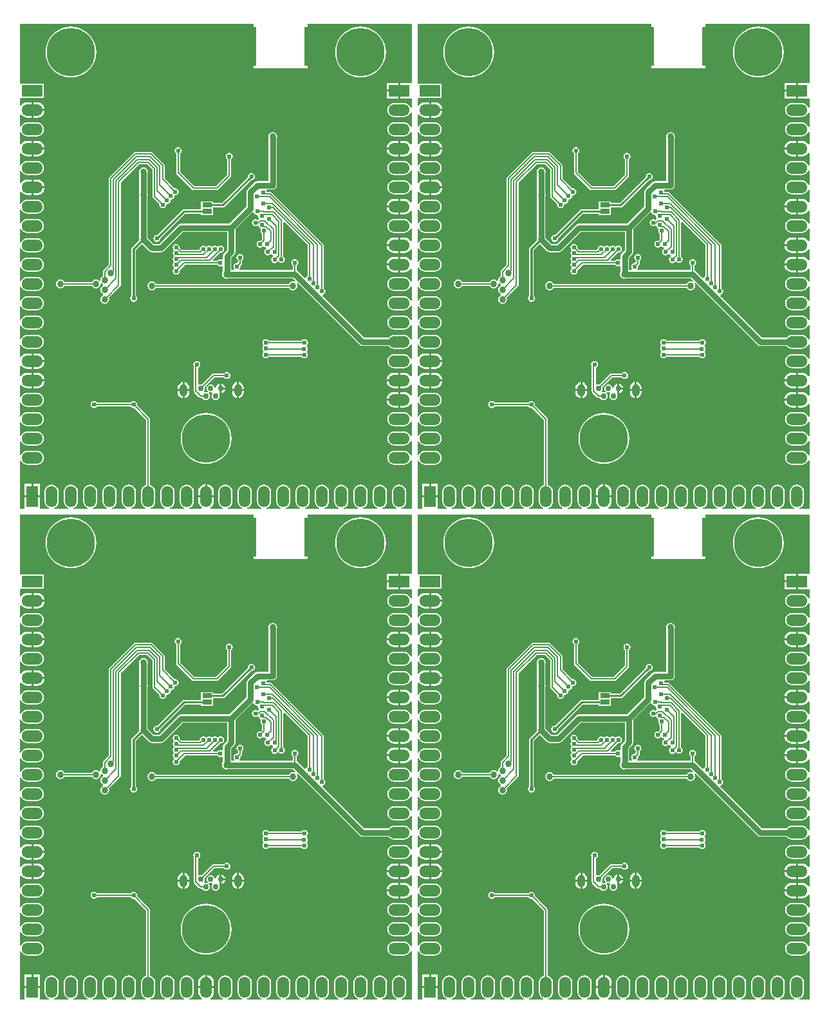
<source format=gbl>
G04 Layer_Physical_Order=2*
G04 Layer_Color=16711680*
%FSLAX25Y25*%
%MOIN*%
G70*
G01*
G75*
%ADD15R,0.09508X0.20000*%
%ADD24C,0.00800*%
%ADD26C,0.01000*%
%ADD32C,0.01200*%
%ADD35C,0.02953*%
G04:AMPARAMS|DCode=36|XSize=39.37mil|YSize=62.99mil|CornerRadius=19.68mil|HoleSize=0mil|Usage=FLASHONLY|Rotation=0.000|XOffset=0mil|YOffset=0mil|HoleType=Round|Shape=RoundedRectangle|*
%AMROUNDEDRECTD36*
21,1,0.03937,0.02362,0,0,0.0*
21,1,0.00000,0.06299,0,0,0.0*
1,1,0.03937,0.00000,-0.01181*
1,1,0.03937,0.00000,-0.01181*
1,1,0.03937,0.00000,0.01181*
1,1,0.03937,0.00000,0.01181*
%
%ADD36ROUNDEDRECTD36*%
%ADD37O,0.06000X0.11000*%
%ADD38C,0.25000*%
%ADD39R,0.11000X0.06000*%
%ADD40O,0.11000X0.06000*%
%ADD41R,0.06000X0.11000*%
%ADD42C,0.02400*%
%ADD43C,0.03400*%
%ADD44R,0.05000X0.02500*%
%ADD45C,0.03000*%
G36*
X410671Y476000D02*
X404700D01*
Y472000D01*
Y468000D01*
X410671D01*
Y463389D01*
X410071Y463270D01*
X409845Y463815D01*
X409268Y464568D01*
X408516Y465145D01*
X407640Y465507D01*
X406700Y465631D01*
X401700D01*
X400760Y465507D01*
X399885Y465145D01*
X399132Y464568D01*
X398555Y463815D01*
X398193Y462940D01*
X398069Y462000D01*
X398193Y461060D01*
X398555Y460184D01*
X399132Y459433D01*
X399885Y458855D01*
X400760Y458493D01*
X401700Y458369D01*
X406700D01*
X407640Y458493D01*
X408516Y458855D01*
X409268Y459433D01*
X409845Y460184D01*
X410071Y460730D01*
X410671Y460611D01*
Y453389D01*
X410071Y453270D01*
X409845Y453816D01*
X409268Y454568D01*
X408516Y455145D01*
X407640Y455507D01*
X406700Y455631D01*
X401700D01*
X400760Y455507D01*
X399885Y455145D01*
X399132Y454568D01*
X398555Y453816D01*
X398193Y452940D01*
X398069Y452000D01*
X398193Y451060D01*
X398555Y450184D01*
X399132Y449433D01*
X399885Y448855D01*
X400760Y448493D01*
X401700Y448369D01*
X406700D01*
X407640Y448493D01*
X408516Y448855D01*
X409268Y449433D01*
X409845Y450184D01*
X410071Y450730D01*
X410671Y450611D01*
Y444380D01*
X410071Y444178D01*
X409553Y444853D01*
X408717Y445494D01*
X407744Y445897D01*
X406700Y446034D01*
X404700D01*
Y442000D01*
Y437965D01*
X406700D01*
X407744Y438103D01*
X408717Y438506D01*
X409553Y439147D01*
X410071Y439822D01*
X410671Y439620D01*
Y433389D01*
X410071Y433270D01*
X409845Y433815D01*
X409268Y434568D01*
X408516Y435145D01*
X407640Y435507D01*
X406700Y435631D01*
X401700D01*
X400760Y435507D01*
X399885Y435145D01*
X399132Y434568D01*
X398555Y433815D01*
X398193Y432940D01*
X398069Y432000D01*
X398193Y431060D01*
X398555Y430185D01*
X399132Y429432D01*
X399885Y428855D01*
X400760Y428493D01*
X401700Y428369D01*
X406700D01*
X407640Y428493D01*
X408516Y428855D01*
X409268Y429432D01*
X409845Y430185D01*
X410071Y430730D01*
X410671Y430611D01*
Y423389D01*
X410071Y423270D01*
X409845Y423815D01*
X409268Y424568D01*
X408516Y425145D01*
X407640Y425507D01*
X406700Y425631D01*
X401700D01*
X400760Y425507D01*
X399885Y425145D01*
X399132Y424568D01*
X398555Y423815D01*
X398193Y422940D01*
X398069Y422000D01*
X398193Y421060D01*
X398555Y420185D01*
X399132Y419432D01*
X399885Y418855D01*
X400760Y418493D01*
X401700Y418369D01*
X406700D01*
X407640Y418493D01*
X408516Y418855D01*
X409268Y419432D01*
X409845Y420185D01*
X410071Y420730D01*
X410671Y420611D01*
Y414380D01*
X410071Y414178D01*
X409553Y414853D01*
X408717Y415494D01*
X407744Y415897D01*
X406700Y416035D01*
X404700D01*
Y412000D01*
Y407966D01*
X406700D01*
X407744Y408103D01*
X408717Y408506D01*
X409553Y409147D01*
X410071Y409822D01*
X410671Y409620D01*
Y403389D01*
X410071Y403270D01*
X409845Y403816D01*
X409268Y404568D01*
X408516Y405145D01*
X407640Y405507D01*
X406700Y405631D01*
X401700D01*
X400760Y405507D01*
X399885Y405145D01*
X399132Y404568D01*
X398555Y403816D01*
X398193Y402940D01*
X398069Y402000D01*
X398193Y401060D01*
X398555Y400184D01*
X399132Y399432D01*
X399885Y398855D01*
X400760Y398493D01*
X401700Y398369D01*
X406700D01*
X407640Y398493D01*
X408516Y398855D01*
X409268Y399432D01*
X409845Y400184D01*
X410071Y400730D01*
X410671Y400611D01*
Y394380D01*
X410071Y394178D01*
X409553Y394853D01*
X408717Y395494D01*
X407744Y395897D01*
X406700Y396035D01*
X404700D01*
Y392000D01*
Y387965D01*
X406700D01*
X407744Y388103D01*
X408717Y388506D01*
X409553Y389147D01*
X410071Y389822D01*
X410671Y389620D01*
Y384380D01*
X410071Y384178D01*
X409553Y384853D01*
X408717Y385494D01*
X407744Y385897D01*
X406700Y386034D01*
X404700D01*
Y382000D01*
Y377965D01*
X406700D01*
X407744Y378103D01*
X408717Y378506D01*
X409553Y379147D01*
X410071Y379822D01*
X410671Y379620D01*
Y373389D01*
X410071Y373270D01*
X409845Y373815D01*
X409268Y374568D01*
X408516Y375145D01*
X407640Y375507D01*
X406700Y375631D01*
X401700D01*
X400760Y375507D01*
X399885Y375145D01*
X399132Y374568D01*
X398555Y373815D01*
X398193Y372940D01*
X398069Y372000D01*
X398193Y371060D01*
X398555Y370184D01*
X399132Y369432D01*
X399885Y368855D01*
X400760Y368493D01*
X401700Y368369D01*
X406700D01*
X407640Y368493D01*
X408516Y368855D01*
X409268Y369432D01*
X409845Y370184D01*
X410071Y370730D01*
X410671Y370611D01*
Y363389D01*
X410071Y363270D01*
X409845Y363815D01*
X409268Y364568D01*
X408516Y365145D01*
X407640Y365507D01*
X406700Y365631D01*
X401700D01*
X400760Y365507D01*
X399885Y365145D01*
X399132Y364568D01*
X398555Y363815D01*
X398193Y362940D01*
X398069Y362000D01*
X398193Y361060D01*
X398555Y360185D01*
X399132Y359433D01*
X399885Y358855D01*
X400760Y358493D01*
X401700Y358369D01*
X406700D01*
X407640Y358493D01*
X408516Y358855D01*
X409268Y359433D01*
X409845Y360185D01*
X410071Y360730D01*
X410671Y360611D01*
Y353389D01*
X410071Y353270D01*
X409845Y353816D01*
X409268Y354568D01*
X408516Y355145D01*
X407640Y355507D01*
X406700Y355631D01*
X401700D01*
X400760Y355507D01*
X399885Y355145D01*
X399132Y354568D01*
X398555Y353816D01*
X398193Y352940D01*
X398069Y352000D01*
X398193Y351060D01*
X398555Y350184D01*
X399132Y349432D01*
X399885Y348855D01*
X400760Y348493D01*
X401700Y348369D01*
X406700D01*
X407640Y348493D01*
X408516Y348855D01*
X409268Y349432D01*
X409845Y350184D01*
X410071Y350730D01*
X410671Y350611D01*
Y343389D01*
X410071Y343270D01*
X409845Y343815D01*
X409268Y344568D01*
X408516Y345145D01*
X407640Y345507D01*
X406700Y345631D01*
X401700D01*
X400760Y345507D01*
X399885Y345145D01*
X399132Y344568D01*
X398805Y344141D01*
X386087D01*
X364513Y365715D01*
X364710Y366366D01*
X364902Y366404D01*
X365498Y366802D01*
X365896Y367398D01*
X366035Y368100D01*
X365896Y368802D01*
X365498Y369398D01*
X365220Y369584D01*
Y391960D01*
X365142Y392350D01*
X364921Y392681D01*
X338322Y419279D01*
X337992Y419500D01*
X337601Y419578D01*
X335633D01*
X335537Y420061D01*
X335405Y420259D01*
X335725Y420859D01*
X338700D01*
X339519Y421022D01*
X340214Y421486D01*
X340678Y422181D01*
X340841Y423000D01*
Y447165D01*
X340867Y447203D01*
X341045Y448100D01*
X340867Y448997D01*
X340358Y449758D01*
X339597Y450267D01*
X338700Y450445D01*
X337803Y450267D01*
X337042Y449758D01*
X336533Y448997D01*
X336355Y448100D01*
X336533Y447203D01*
X336559Y447165D01*
Y425141D01*
X330700D01*
X329881Y424978D01*
X329186Y424514D01*
X325686Y421014D01*
X325222Y420319D01*
X325059Y419500D01*
Y411887D01*
X316313Y403141D01*
X291200D01*
X290381Y402978D01*
X289686Y402514D01*
X279813Y392641D01*
X277087D01*
X273875Y395853D01*
X273867Y395897D01*
X273841Y395936D01*
Y417065D01*
X273867Y417103D01*
X274045Y418000D01*
X273867Y418897D01*
X273841Y418935D01*
Y429065D01*
X273867Y429103D01*
X274045Y430000D01*
X273867Y430897D01*
X273358Y431658D01*
X272597Y432167D01*
X271700Y432345D01*
X270803Y432167D01*
X270042Y431658D01*
X269533Y430897D01*
X269355Y430000D01*
X269533Y429103D01*
X269559Y429065D01*
Y418935D01*
X269533Y418897D01*
X269355Y418000D01*
X269533Y417103D01*
X269559Y417065D01*
Y395936D01*
X269533Y395897D01*
X269355Y395000D01*
X269457Y394487D01*
X265835Y390865D01*
X265570Y390468D01*
X265476Y390000D01*
Y365847D01*
X265402Y365798D01*
X265004Y365202D01*
X264865Y364500D01*
X265004Y363798D01*
X265402Y363202D01*
X265998Y362804D01*
X266700Y362665D01*
X267402Y362804D01*
X267998Y363202D01*
X268396Y363798D01*
X268535Y364500D01*
X268396Y365202D01*
X267998Y365798D01*
X267923Y365847D01*
Y389493D01*
X271051Y392621D01*
X274686Y388986D01*
X275381Y388522D01*
X276200Y388359D01*
X280700D01*
X281519Y388522D01*
X282214Y388986D01*
X292087Y398859D01*
X315059D01*
Y389387D01*
X313517Y387845D01*
X313053Y387151D01*
X312890Y386332D01*
Y384916D01*
X312399Y384577D01*
X312290Y384598D01*
X311600Y384735D01*
X310898Y384596D01*
X310302Y384198D01*
X310116Y383920D01*
X307988D01*
X307759Y384474D01*
X311496Y388211D01*
X311732Y388165D01*
X312434Y388304D01*
X313029Y388702D01*
X313427Y389298D01*
X313567Y390000D01*
X313427Y390702D01*
X313029Y391298D01*
X312434Y391696D01*
X311732Y391835D01*
X311029Y391696D01*
X310653Y391444D01*
X310231Y391345D01*
X309810Y391444D01*
X309434Y391696D01*
X308732Y391835D01*
X308029Y391696D01*
X307653Y391444D01*
X307231Y391345D01*
X306810Y391444D01*
X306434Y391696D01*
X305732Y391835D01*
X305029Y391696D01*
X304653Y391444D01*
X304232Y391345D01*
X303810Y391444D01*
X303434Y391696D01*
X302731Y391835D01*
X302029Y391696D01*
X301434Y391298D01*
X301036Y390702D01*
X300896Y390000D01*
X300397Y389520D01*
X291634D01*
X290489Y390665D01*
X290535Y390900D01*
X290396Y391602D01*
X289998Y392198D01*
X289402Y392596D01*
X288700Y392735D01*
X287998Y392596D01*
X287402Y392198D01*
X287004Y391602D01*
X286865Y390900D01*
X287004Y390198D01*
X287256Y389822D01*
X287355Y389400D01*
X287256Y388979D01*
X287004Y388602D01*
X286865Y387900D01*
X287004Y387198D01*
X287402Y386602D01*
Y386198D01*
X287004Y385602D01*
X286865Y384900D01*
X287004Y384198D01*
X287256Y383822D01*
X287355Y383400D01*
X287256Y382979D01*
X287004Y382602D01*
X286865Y381900D01*
X287004Y381198D01*
X287402Y380602D01*
X287406Y380600D01*
Y380000D01*
X287402Y379998D01*
X287004Y379402D01*
X286865Y378700D01*
X287004Y377998D01*
X287402Y377402D01*
X287998Y377004D01*
X288700Y376865D01*
X289402Y377004D01*
X289998Y377402D01*
X290396Y377998D01*
X290535Y378700D01*
X290487Y378945D01*
X293422Y381880D01*
X310116D01*
X310302Y381602D01*
X310898Y381204D01*
X311600Y381065D01*
X312290Y381202D01*
X312399Y381223D01*
X312890Y380884D01*
Y378432D01*
X312533Y377897D01*
X312355Y377000D01*
X312533Y376103D01*
X313042Y375342D01*
X313803Y374833D01*
X314700Y374655D01*
X315597Y374833D01*
X315635Y374859D01*
X349313D01*
X350659Y373513D01*
X350277Y373047D01*
X350097Y373167D01*
X349200Y373345D01*
X348303Y373167D01*
X347542Y372658D01*
X347115Y372020D01*
X278285D01*
X277858Y372658D01*
X277097Y373167D01*
X276200Y373345D01*
X275303Y373167D01*
X274542Y372658D01*
X274033Y371897D01*
X273855Y371000D01*
X274033Y370103D01*
X274542Y369342D01*
X275303Y368833D01*
X276200Y368655D01*
X277097Y368833D01*
X277858Y369342D01*
X278285Y369980D01*
X347115D01*
X347542Y369342D01*
X348303Y368833D01*
X349200Y368655D01*
X350097Y368833D01*
X350858Y369342D01*
X351367Y370103D01*
X351545Y371000D01*
X351367Y371897D01*
X351247Y372077D01*
X351713Y372459D01*
X383686Y340486D01*
X384381Y340022D01*
X385200Y339859D01*
X398805D01*
X399132Y339433D01*
X399885Y338855D01*
X400760Y338493D01*
X401700Y338369D01*
X406700D01*
X407640Y338493D01*
X408516Y338855D01*
X409268Y339433D01*
X409845Y340184D01*
X410071Y340730D01*
X410671Y340611D01*
Y333389D01*
X410071Y333270D01*
X409845Y333816D01*
X409268Y334568D01*
X408516Y335145D01*
X407640Y335507D01*
X406700Y335631D01*
X401700D01*
X400760Y335507D01*
X399885Y335145D01*
X399132Y334568D01*
X398555Y333816D01*
X398193Y332940D01*
X398069Y332000D01*
X398193Y331060D01*
X398555Y330185D01*
X399132Y329433D01*
X399885Y328855D01*
X400760Y328493D01*
X401700Y328369D01*
X406700D01*
X407640Y328493D01*
X408516Y328855D01*
X409268Y329433D01*
X409845Y330185D01*
X410071Y330730D01*
X410671Y330611D01*
Y324380D01*
X410071Y324178D01*
X409553Y324853D01*
X408717Y325494D01*
X407744Y325897D01*
X406700Y326034D01*
X404700D01*
Y322000D01*
Y317966D01*
X406700D01*
X407744Y318103D01*
X408717Y318506D01*
X409553Y319147D01*
X410071Y319822D01*
X410671Y319620D01*
Y314380D01*
X410071Y314178D01*
X409553Y314853D01*
X408717Y315494D01*
X407744Y315897D01*
X406700Y316035D01*
X404700D01*
Y312000D01*
Y307965D01*
X406700D01*
X407744Y308103D01*
X408717Y308506D01*
X409553Y309147D01*
X410071Y309822D01*
X410671Y309620D01*
Y303389D01*
X410071Y303270D01*
X409845Y303816D01*
X409268Y304568D01*
X408516Y305145D01*
X407640Y305507D01*
X406700Y305631D01*
X401700D01*
X400760Y305507D01*
X399885Y305145D01*
X399132Y304568D01*
X398555Y303816D01*
X398193Y302940D01*
X398069Y302000D01*
X398193Y301060D01*
X398555Y300184D01*
X399132Y299432D01*
X399885Y298855D01*
X400760Y298493D01*
X401700Y298369D01*
X406700D01*
X407640Y298493D01*
X408516Y298855D01*
X409268Y299432D01*
X409845Y300184D01*
X410071Y300730D01*
X410671Y300611D01*
Y293389D01*
X410071Y293270D01*
X409845Y293815D01*
X409268Y294568D01*
X408516Y295145D01*
X407640Y295507D01*
X406700Y295631D01*
X401700D01*
X400760Y295507D01*
X399885Y295145D01*
X399132Y294568D01*
X398555Y293815D01*
X398193Y292940D01*
X398069Y292000D01*
X398193Y291060D01*
X398555Y290184D01*
X399132Y289433D01*
X399885Y288855D01*
X400760Y288493D01*
X401700Y288369D01*
X406700D01*
X407640Y288493D01*
X408516Y288855D01*
X409268Y289433D01*
X409845Y290184D01*
X410071Y290730D01*
X410671Y290611D01*
Y283389D01*
X410071Y283270D01*
X409845Y283816D01*
X409268Y284568D01*
X408516Y285145D01*
X407640Y285507D01*
X406700Y285631D01*
X401700D01*
X400760Y285507D01*
X399885Y285145D01*
X399132Y284568D01*
X398555Y283816D01*
X398193Y282940D01*
X398069Y282000D01*
X398193Y281060D01*
X398555Y280185D01*
X399132Y279433D01*
X399885Y278855D01*
X400760Y278493D01*
X401700Y278369D01*
X406700D01*
X407640Y278493D01*
X408516Y278855D01*
X409268Y279433D01*
X409845Y280185D01*
X410071Y280730D01*
X410671Y280611D01*
Y255529D01*
X405589D01*
X405470Y256129D01*
X406015Y256355D01*
X406768Y256932D01*
X407345Y257684D01*
X407707Y258560D01*
X407831Y259500D01*
Y264500D01*
X407707Y265440D01*
X407345Y266316D01*
X406768Y267068D01*
X406015Y267645D01*
X405140Y268007D01*
X404200Y268131D01*
X403260Y268007D01*
X402385Y267645D01*
X401632Y267068D01*
X401055Y266316D01*
X400693Y265440D01*
X400569Y264500D01*
Y259500D01*
X400693Y258560D01*
X401055Y257684D01*
X401632Y256932D01*
X402385Y256355D01*
X402930Y256129D01*
X402811Y255529D01*
X395589D01*
X395470Y256129D01*
X396016Y256355D01*
X396767Y256932D01*
X397345Y257684D01*
X397707Y258560D01*
X397831Y259500D01*
Y264500D01*
X397707Y265440D01*
X397345Y266316D01*
X396767Y267068D01*
X396016Y267645D01*
X395140Y268007D01*
X394200Y268131D01*
X393260Y268007D01*
X392385Y267645D01*
X391633Y267068D01*
X391055Y266316D01*
X390693Y265440D01*
X390569Y264500D01*
Y259500D01*
X390693Y258560D01*
X391055Y257684D01*
X391633Y256932D01*
X392385Y256355D01*
X392930Y256129D01*
X392811Y255529D01*
X385589D01*
X385470Y256129D01*
X386016Y256355D01*
X386768Y256932D01*
X387345Y257684D01*
X387707Y258560D01*
X387831Y259500D01*
Y264500D01*
X387707Y265440D01*
X387345Y266316D01*
X386768Y267068D01*
X386016Y267645D01*
X385140Y268007D01*
X384200Y268131D01*
X383260Y268007D01*
X382384Y267645D01*
X381632Y267068D01*
X381055Y266316D01*
X380693Y265440D01*
X380569Y264500D01*
Y259500D01*
X380693Y258560D01*
X381055Y257684D01*
X381632Y256932D01*
X382384Y256355D01*
X382930Y256129D01*
X382811Y255529D01*
X375589D01*
X375470Y256129D01*
X376015Y256355D01*
X376767Y256932D01*
X377345Y257684D01*
X377707Y258560D01*
X377831Y259500D01*
Y264500D01*
X377707Y265440D01*
X377345Y266316D01*
X376767Y267068D01*
X376015Y267645D01*
X375140Y268007D01*
X374200Y268131D01*
X373260Y268007D01*
X372385Y267645D01*
X371633Y267068D01*
X371055Y266316D01*
X370693Y265440D01*
X370569Y264500D01*
Y259500D01*
X370693Y258560D01*
X371055Y257684D01*
X371633Y256932D01*
X372385Y256355D01*
X372930Y256129D01*
X372811Y255529D01*
X365589D01*
X365470Y256129D01*
X366016Y256355D01*
X366768Y256932D01*
X367345Y257684D01*
X367707Y258560D01*
X367831Y259500D01*
Y264500D01*
X367707Y265440D01*
X367345Y266316D01*
X366768Y267068D01*
X366016Y267645D01*
X365140Y268007D01*
X364200Y268131D01*
X363260Y268007D01*
X362385Y267645D01*
X361632Y267068D01*
X361055Y266316D01*
X360693Y265440D01*
X360569Y264500D01*
Y259500D01*
X360693Y258560D01*
X361055Y257684D01*
X361632Y256932D01*
X362385Y256355D01*
X362930Y256129D01*
X362811Y255529D01*
X355589D01*
X355470Y256129D01*
X356015Y256355D01*
X356768Y256932D01*
X357345Y257684D01*
X357707Y258560D01*
X357831Y259500D01*
Y264500D01*
X357707Y265440D01*
X357345Y266316D01*
X356768Y267068D01*
X356015Y267645D01*
X355140Y268007D01*
X354200Y268131D01*
X353260Y268007D01*
X352384Y267645D01*
X351632Y267068D01*
X351055Y266316D01*
X350693Y265440D01*
X350569Y264500D01*
Y259500D01*
X350693Y258560D01*
X351055Y257684D01*
X351632Y256932D01*
X352384Y256355D01*
X352930Y256129D01*
X352811Y255529D01*
X345589D01*
X345470Y256129D01*
X346016Y256355D01*
X346767Y256932D01*
X347345Y257684D01*
X347707Y258560D01*
X347831Y259500D01*
Y264500D01*
X347707Y265440D01*
X347345Y266316D01*
X346767Y267068D01*
X346016Y267645D01*
X345140Y268007D01*
X344200Y268131D01*
X343260Y268007D01*
X342385Y267645D01*
X341633Y267068D01*
X341055Y266316D01*
X340693Y265440D01*
X340569Y264500D01*
Y259500D01*
X340693Y258560D01*
X341055Y257684D01*
X341633Y256932D01*
X342385Y256355D01*
X342930Y256129D01*
X342811Y255529D01*
X335589D01*
X335470Y256129D01*
X336016Y256355D01*
X336768Y256932D01*
X337345Y257684D01*
X337707Y258560D01*
X337831Y259500D01*
Y264500D01*
X337707Y265440D01*
X337345Y266316D01*
X336768Y267068D01*
X336016Y267645D01*
X335140Y268007D01*
X334200Y268131D01*
X333260Y268007D01*
X332384Y267645D01*
X331632Y267068D01*
X331055Y266316D01*
X330693Y265440D01*
X330569Y264500D01*
Y259500D01*
X330693Y258560D01*
X331055Y257684D01*
X331632Y256932D01*
X332384Y256355D01*
X332930Y256129D01*
X332811Y255529D01*
X325589D01*
X325470Y256129D01*
X326015Y256355D01*
X326767Y256932D01*
X327345Y257684D01*
X327707Y258560D01*
X327831Y259500D01*
Y264500D01*
X327707Y265440D01*
X327345Y266316D01*
X326767Y267068D01*
X326015Y267645D01*
X325140Y268007D01*
X324200Y268131D01*
X323260Y268007D01*
X322385Y267645D01*
X321633Y267068D01*
X321055Y266316D01*
X320693Y265440D01*
X320569Y264500D01*
Y259500D01*
X320693Y258560D01*
X321055Y257684D01*
X321633Y256932D01*
X322385Y256355D01*
X322930Y256129D01*
X322811Y255529D01*
X315589D01*
X315470Y256129D01*
X316016Y256355D01*
X316768Y256932D01*
X317345Y257684D01*
X317707Y258560D01*
X317831Y259500D01*
Y264500D01*
X317707Y265440D01*
X317345Y266316D01*
X316768Y267068D01*
X316016Y267645D01*
X315140Y268007D01*
X314200Y268131D01*
X313260Y268007D01*
X312385Y267645D01*
X311632Y267068D01*
X311055Y266316D01*
X310693Y265440D01*
X310569Y264500D01*
Y259500D01*
X310693Y258560D01*
X311055Y257684D01*
X311632Y256932D01*
X312385Y256355D01*
X312930Y256129D01*
X312811Y255529D01*
X306580D01*
X306378Y256129D01*
X307053Y256647D01*
X307694Y257483D01*
X308097Y258456D01*
X308235Y259500D01*
Y261500D01*
X304200D01*
X300166D01*
Y259500D01*
X300303Y258456D01*
X300706Y257483D01*
X301347Y256647D01*
X302022Y256129D01*
X301820Y255529D01*
X295589D01*
X295470Y256129D01*
X296016Y256355D01*
X296767Y256932D01*
X297345Y257684D01*
X297707Y258560D01*
X297831Y259500D01*
Y264500D01*
X297707Y265440D01*
X297345Y266316D01*
X296767Y267068D01*
X296016Y267645D01*
X295140Y268007D01*
X294200Y268131D01*
X293260Y268007D01*
X292385Y267645D01*
X291633Y267068D01*
X291055Y266316D01*
X290693Y265440D01*
X290569Y264500D01*
Y259500D01*
X290693Y258560D01*
X291055Y257684D01*
X291633Y256932D01*
X292385Y256355D01*
X292930Y256129D01*
X292811Y255529D01*
X285589D01*
X285470Y256129D01*
X286016Y256355D01*
X286768Y256932D01*
X287345Y257684D01*
X287707Y258560D01*
X287831Y259500D01*
Y264500D01*
X287707Y265440D01*
X287345Y266316D01*
X286768Y267068D01*
X286016Y267645D01*
X285140Y268007D01*
X284200Y268131D01*
X283260Y268007D01*
X282384Y267645D01*
X281632Y267068D01*
X281055Y266316D01*
X280693Y265440D01*
X280569Y264500D01*
Y259500D01*
X280693Y258560D01*
X281055Y257684D01*
X281632Y256932D01*
X282384Y256355D01*
X282930Y256129D01*
X282811Y255529D01*
X275589D01*
X275470Y256129D01*
X276015Y256355D01*
X276767Y256932D01*
X277345Y257684D01*
X277707Y258560D01*
X277831Y259500D01*
Y264500D01*
X277707Y265440D01*
X277345Y266316D01*
X276767Y267068D01*
X276015Y267645D01*
X275220Y267974D01*
Y302000D01*
X275142Y302390D01*
X274921Y302721D01*
X268470Y309172D01*
X268535Y309500D01*
X268396Y310202D01*
X267998Y310798D01*
X267402Y311196D01*
X266700Y311335D01*
X265998Y311196D01*
X265402Y310798D01*
X265216Y310520D01*
X247684D01*
X247498Y310798D01*
X246902Y311196D01*
X246200Y311335D01*
X245498Y311196D01*
X244902Y310798D01*
X244504Y310202D01*
X244365Y309500D01*
X244504Y308798D01*
X244902Y308202D01*
X245498Y307804D01*
X246200Y307665D01*
X246902Y307804D01*
X247498Y308202D01*
X247684Y308480D01*
X265216D01*
X265402Y308202D01*
X265998Y307804D01*
X266700Y307665D01*
X267028Y307730D01*
X273180Y301578D01*
Y267974D01*
X272385Y267645D01*
X271633Y267068D01*
X271055Y266316D01*
X270693Y265440D01*
X270569Y264500D01*
Y259500D01*
X270693Y258560D01*
X271055Y257684D01*
X271633Y256932D01*
X272385Y256355D01*
X272930Y256129D01*
X272811Y255529D01*
X265589D01*
X265470Y256129D01*
X266016Y256355D01*
X266768Y256932D01*
X267345Y257684D01*
X267707Y258560D01*
X267831Y259500D01*
Y264500D01*
X267707Y265440D01*
X267345Y266316D01*
X266768Y267068D01*
X266016Y267645D01*
X265140Y268007D01*
X264200Y268131D01*
X263260Y268007D01*
X262385Y267645D01*
X261632Y267068D01*
X261055Y266316D01*
X260693Y265440D01*
X260569Y264500D01*
Y259500D01*
X260693Y258560D01*
X261055Y257684D01*
X261632Y256932D01*
X262385Y256355D01*
X262930Y256129D01*
X262811Y255529D01*
X255589D01*
X255470Y256129D01*
X256015Y256355D01*
X256768Y256932D01*
X257345Y257684D01*
X257707Y258560D01*
X257831Y259500D01*
Y264500D01*
X257707Y265440D01*
X257345Y266316D01*
X256768Y267068D01*
X256015Y267645D01*
X255140Y268007D01*
X254200Y268131D01*
X253260Y268007D01*
X252384Y267645D01*
X251632Y267068D01*
X251055Y266316D01*
X250693Y265440D01*
X250569Y264500D01*
Y259500D01*
X250693Y258560D01*
X251055Y257684D01*
X251632Y256932D01*
X252384Y256355D01*
X252930Y256129D01*
X252811Y255529D01*
X245589D01*
X245470Y256129D01*
X246016Y256355D01*
X246767Y256932D01*
X247345Y257684D01*
X247707Y258560D01*
X247831Y259500D01*
Y264500D01*
X247707Y265440D01*
X247345Y266316D01*
X246767Y267068D01*
X246016Y267645D01*
X245140Y268007D01*
X244200Y268131D01*
X243260Y268007D01*
X242385Y267645D01*
X241633Y267068D01*
X241055Y266316D01*
X240693Y265440D01*
X240569Y264500D01*
Y259500D01*
X240693Y258560D01*
X241055Y257684D01*
X241633Y256932D01*
X242385Y256355D01*
X242930Y256129D01*
X242811Y255529D01*
X235589D01*
X235470Y256129D01*
X236016Y256355D01*
X236768Y256932D01*
X237345Y257684D01*
X237707Y258560D01*
X237831Y259500D01*
Y264500D01*
X237707Y265440D01*
X237345Y266316D01*
X236768Y267068D01*
X236016Y267645D01*
X235140Y268007D01*
X234200Y268131D01*
X233260Y268007D01*
X232384Y267645D01*
X231632Y267068D01*
X231055Y266316D01*
X230693Y265440D01*
X230569Y264500D01*
Y259500D01*
X230693Y258560D01*
X231055Y257684D01*
X231632Y256932D01*
X232384Y256355D01*
X232930Y256129D01*
X232811Y255529D01*
X225589D01*
X225470Y256129D01*
X226015Y256355D01*
X226767Y256932D01*
X227345Y257684D01*
X227707Y258560D01*
X227831Y259500D01*
Y264500D01*
X227707Y265440D01*
X227345Y266316D01*
X226767Y267068D01*
X226015Y267645D01*
X225140Y268007D01*
X224200Y268131D01*
X223260Y268007D01*
X222385Y267645D01*
X221633Y267068D01*
X221055Y266316D01*
X220693Y265440D01*
X220569Y264500D01*
Y259500D01*
X220693Y258560D01*
X221055Y257684D01*
X221633Y256932D01*
X222385Y256355D01*
X222930Y256129D01*
X222811Y255529D01*
X218200D01*
Y261500D01*
X214200D01*
X210200D01*
Y255529D01*
X207729D01*
Y280611D01*
X208329Y280730D01*
X208555Y280185D01*
X209133Y279433D01*
X209885Y278855D01*
X210760Y278493D01*
X211700Y278369D01*
X216700D01*
X217640Y278493D01*
X218515Y278855D01*
X219268Y279433D01*
X219845Y280185D01*
X220207Y281060D01*
X220331Y282000D01*
X220207Y282940D01*
X219845Y283816D01*
X219268Y284568D01*
X218515Y285145D01*
X217640Y285507D01*
X216700Y285631D01*
X211700D01*
X210760Y285507D01*
X209885Y285145D01*
X209133Y284568D01*
X208555Y283816D01*
X208329Y283270D01*
X207729Y283389D01*
Y290611D01*
X208329Y290730D01*
X208555Y290184D01*
X209133Y289433D01*
X209885Y288855D01*
X210760Y288493D01*
X211700Y288369D01*
X216700D01*
X217640Y288493D01*
X218515Y288855D01*
X219268Y289433D01*
X219845Y290184D01*
X220207Y291060D01*
X220331Y292000D01*
X220207Y292940D01*
X219845Y293815D01*
X219268Y294568D01*
X218515Y295145D01*
X217640Y295507D01*
X216700Y295631D01*
X211700D01*
X210760Y295507D01*
X209885Y295145D01*
X209133Y294568D01*
X208555Y293815D01*
X208329Y293270D01*
X207729Y293389D01*
Y300611D01*
X208329Y300730D01*
X208555Y300184D01*
X209133Y299432D01*
X209885Y298855D01*
X210760Y298493D01*
X211700Y298369D01*
X216700D01*
X217640Y298493D01*
X218515Y298855D01*
X219268Y299432D01*
X219845Y300184D01*
X220207Y301060D01*
X220331Y302000D01*
X220207Y302940D01*
X219845Y303816D01*
X219268Y304568D01*
X218515Y305145D01*
X217640Y305507D01*
X216700Y305631D01*
X211700D01*
X210760Y305507D01*
X209885Y305145D01*
X209133Y304568D01*
X208555Y303816D01*
X208329Y303270D01*
X207729Y303389D01*
Y310611D01*
X208329Y310730D01*
X208555Y310185D01*
X209133Y309433D01*
X209885Y308855D01*
X210760Y308493D01*
X211700Y308369D01*
X216700D01*
X217640Y308493D01*
X218515Y308855D01*
X219268Y309433D01*
X219845Y310185D01*
X220207Y311060D01*
X220331Y312000D01*
X220207Y312940D01*
X219845Y313815D01*
X219268Y314568D01*
X218515Y315145D01*
X217640Y315507D01*
X216700Y315631D01*
X211700D01*
X210760Y315507D01*
X209885Y315145D01*
X209133Y314568D01*
X208555Y313815D01*
X208329Y313270D01*
X207729Y313389D01*
Y319620D01*
X208329Y319822D01*
X208847Y319147D01*
X209683Y318506D01*
X210656Y318103D01*
X211700Y317966D01*
X213700D01*
Y322000D01*
Y326034D01*
X211700D01*
X210656Y325897D01*
X209683Y325494D01*
X208847Y324853D01*
X208329Y324178D01*
X207729Y324380D01*
Y329620D01*
X208329Y329822D01*
X208847Y329147D01*
X209683Y328506D01*
X210656Y328103D01*
X211700Y327965D01*
X213700D01*
Y332000D01*
Y336034D01*
X211700D01*
X210656Y335897D01*
X209683Y335494D01*
X208847Y334853D01*
X208329Y334178D01*
X207729Y334380D01*
Y340611D01*
X208329Y340730D01*
X208555Y340184D01*
X209133Y339433D01*
X209885Y338855D01*
X210760Y338493D01*
X211700Y338369D01*
X216700D01*
X217640Y338493D01*
X218515Y338855D01*
X219268Y339433D01*
X219845Y340184D01*
X220207Y341060D01*
X220331Y342000D01*
X220207Y342940D01*
X219845Y343815D01*
X219268Y344568D01*
X218515Y345145D01*
X217640Y345507D01*
X216700Y345631D01*
X211700D01*
X210760Y345507D01*
X209885Y345145D01*
X209133Y344568D01*
X208555Y343815D01*
X208329Y343270D01*
X207729Y343389D01*
Y350611D01*
X208329Y350730D01*
X208555Y350184D01*
X209133Y349432D01*
X209885Y348855D01*
X210760Y348493D01*
X211700Y348369D01*
X216700D01*
X217640Y348493D01*
X218515Y348855D01*
X219268Y349432D01*
X219845Y350184D01*
X220207Y351060D01*
X220331Y352000D01*
X220207Y352940D01*
X219845Y353816D01*
X219268Y354568D01*
X218515Y355145D01*
X217640Y355507D01*
X216700Y355631D01*
X211700D01*
X210760Y355507D01*
X209885Y355145D01*
X209133Y354568D01*
X208555Y353816D01*
X208329Y353270D01*
X207729Y353389D01*
Y360611D01*
X208329Y360730D01*
X208555Y360185D01*
X209133Y359433D01*
X209885Y358855D01*
X210760Y358493D01*
X211700Y358369D01*
X216700D01*
X217640Y358493D01*
X218515Y358855D01*
X219268Y359433D01*
X219845Y360185D01*
X220207Y361060D01*
X220331Y362000D01*
X220207Y362940D01*
X219845Y363815D01*
X219268Y364568D01*
X218515Y365145D01*
X217640Y365507D01*
X216700Y365631D01*
X211700D01*
X210760Y365507D01*
X209885Y365145D01*
X209133Y364568D01*
X208555Y363815D01*
X208329Y363270D01*
X207729Y363389D01*
Y370611D01*
X208329Y370730D01*
X208555Y370184D01*
X209133Y369432D01*
X209885Y368855D01*
X210760Y368493D01*
X211700Y368369D01*
X216700D01*
X217640Y368493D01*
X218515Y368855D01*
X219268Y369432D01*
X219845Y370184D01*
X220207Y371060D01*
X220331Y372000D01*
X220207Y372940D01*
X219845Y373815D01*
X219268Y374568D01*
X218515Y375145D01*
X217640Y375507D01*
X216700Y375631D01*
X211700D01*
X210760Y375507D01*
X209885Y375145D01*
X209133Y374568D01*
X208555Y373815D01*
X208329Y373270D01*
X207729Y373389D01*
Y380611D01*
X208329Y380730D01*
X208555Y380185D01*
X209133Y379433D01*
X209885Y378855D01*
X210760Y378493D01*
X211700Y378369D01*
X216700D01*
X217640Y378493D01*
X218515Y378855D01*
X219268Y379433D01*
X219845Y380185D01*
X220207Y381060D01*
X220331Y382000D01*
X220207Y382940D01*
X219845Y383816D01*
X219268Y384568D01*
X218515Y385145D01*
X217640Y385507D01*
X216700Y385631D01*
X211700D01*
X210760Y385507D01*
X209885Y385145D01*
X209133Y384568D01*
X208555Y383816D01*
X208329Y383270D01*
X207729Y383389D01*
Y390611D01*
X208329Y390730D01*
X208555Y390184D01*
X209133Y389433D01*
X209885Y388855D01*
X210760Y388493D01*
X211700Y388369D01*
X216700D01*
X217640Y388493D01*
X218515Y388855D01*
X219268Y389433D01*
X219845Y390184D01*
X220207Y391060D01*
X220331Y392000D01*
X220207Y392940D01*
X219845Y393815D01*
X219268Y394568D01*
X218515Y395145D01*
X217640Y395507D01*
X216700Y395631D01*
X211700D01*
X210760Y395507D01*
X209885Y395145D01*
X209133Y394568D01*
X208555Y393815D01*
X208329Y393270D01*
X207729Y393389D01*
Y400611D01*
X208329Y400730D01*
X208555Y400184D01*
X209133Y399432D01*
X209885Y398855D01*
X210760Y398493D01*
X211700Y398369D01*
X216700D01*
X217640Y398493D01*
X218515Y398855D01*
X219268Y399432D01*
X219845Y400184D01*
X220207Y401060D01*
X220331Y402000D01*
X220207Y402940D01*
X219845Y403816D01*
X219268Y404568D01*
X218515Y405145D01*
X217640Y405507D01*
X216700Y405631D01*
X211700D01*
X210760Y405507D01*
X209885Y405145D01*
X209133Y404568D01*
X208555Y403816D01*
X208329Y403270D01*
X207729Y403389D01*
Y410611D01*
X208329Y410730D01*
X208555Y410184D01*
X209133Y409433D01*
X209885Y408855D01*
X210760Y408493D01*
X211700Y408369D01*
X216700D01*
X217640Y408493D01*
X218515Y408855D01*
X219268Y409433D01*
X219845Y410184D01*
X220207Y411060D01*
X220331Y412000D01*
X220207Y412940D01*
X219845Y413815D01*
X219268Y414568D01*
X218515Y415145D01*
X217640Y415507D01*
X216700Y415631D01*
X211700D01*
X210760Y415507D01*
X209885Y415145D01*
X209133Y414568D01*
X208555Y413815D01*
X208329Y413270D01*
X207729Y413389D01*
Y419620D01*
X208329Y419822D01*
X208847Y419147D01*
X209683Y418506D01*
X210656Y418103D01*
X211700Y417966D01*
X213700D01*
Y422000D01*
Y426034D01*
X211700D01*
X210656Y425897D01*
X209683Y425494D01*
X208847Y424853D01*
X208329Y424178D01*
X207729Y424380D01*
Y430611D01*
X208329Y430730D01*
X208555Y430185D01*
X209133Y429432D01*
X209885Y428855D01*
X210760Y428493D01*
X211700Y428369D01*
X216700D01*
X217640Y428493D01*
X218515Y428855D01*
X219268Y429432D01*
X219845Y430185D01*
X220207Y431060D01*
X220331Y432000D01*
X220207Y432940D01*
X219845Y433815D01*
X219268Y434568D01*
X218515Y435145D01*
X217640Y435507D01*
X216700Y435631D01*
X211700D01*
X210760Y435507D01*
X209885Y435145D01*
X209133Y434568D01*
X208555Y433815D01*
X208329Y433270D01*
X207729Y433389D01*
Y439620D01*
X208329Y439822D01*
X208847Y439147D01*
X209683Y438506D01*
X210656Y438103D01*
X211700Y437965D01*
X213700D01*
Y442000D01*
Y446034D01*
X211700D01*
X210656Y445897D01*
X209683Y445494D01*
X208847Y444853D01*
X208329Y444178D01*
X207729Y444380D01*
Y450611D01*
X208329Y450730D01*
X208555Y450184D01*
X209133Y449433D01*
X209885Y448855D01*
X210760Y448493D01*
X211700Y448369D01*
X216700D01*
X217640Y448493D01*
X218515Y448855D01*
X219268Y449433D01*
X219845Y450184D01*
X220207Y451060D01*
X220331Y452000D01*
X220207Y452940D01*
X219845Y453816D01*
X219268Y454568D01*
X218515Y455145D01*
X217640Y455507D01*
X216700Y455631D01*
X211700D01*
X210760Y455507D01*
X209885Y455145D01*
X209133Y454568D01*
X208555Y453816D01*
X208329Y453270D01*
X207729Y453389D01*
Y459620D01*
X208329Y459822D01*
X208847Y459147D01*
X209683Y458506D01*
X210656Y458103D01*
X211700Y457966D01*
X213700D01*
Y462000D01*
Y466035D01*
X211700D01*
X210656Y465897D01*
X209683Y465494D01*
X208847Y464853D01*
X208329Y464178D01*
X207729Y464380D01*
Y467953D01*
X208100Y468400D01*
X208329Y468400D01*
X220300D01*
Y475600D01*
X208329D01*
X208100Y475600D01*
X207729Y476047D01*
Y506471D01*
X328700D01*
Y483500D01*
X356700D01*
Y506471D01*
X410671D01*
Y476000D01*
D02*
G37*
G36*
X204671D02*
X198700D01*
Y472000D01*
Y468000D01*
X204671D01*
Y463389D01*
X204071Y463270D01*
X203845Y463815D01*
X203268Y464568D01*
X202516Y465145D01*
X201640Y465507D01*
X200700Y465631D01*
X195700D01*
X194760Y465507D01*
X193885Y465145D01*
X193132Y464568D01*
X192555Y463815D01*
X192193Y462940D01*
X192069Y462000D01*
X192193Y461060D01*
X192555Y460184D01*
X193132Y459433D01*
X193885Y458855D01*
X194760Y458493D01*
X195700Y458369D01*
X200700D01*
X201640Y458493D01*
X202516Y458855D01*
X203268Y459433D01*
X203845Y460184D01*
X204071Y460730D01*
X204671Y460611D01*
Y453389D01*
X204071Y453270D01*
X203845Y453816D01*
X203268Y454568D01*
X202516Y455145D01*
X201640Y455507D01*
X200700Y455631D01*
X195700D01*
X194760Y455507D01*
X193885Y455145D01*
X193132Y454568D01*
X192555Y453816D01*
X192193Y452940D01*
X192069Y452000D01*
X192193Y451060D01*
X192555Y450184D01*
X193132Y449433D01*
X193885Y448855D01*
X194760Y448493D01*
X195700Y448369D01*
X200700D01*
X201640Y448493D01*
X202516Y448855D01*
X203268Y449433D01*
X203845Y450184D01*
X204071Y450730D01*
X204671Y450611D01*
Y444380D01*
X204071Y444178D01*
X203553Y444853D01*
X202717Y445494D01*
X201744Y445897D01*
X200700Y446034D01*
X198700D01*
Y442000D01*
Y437965D01*
X200700D01*
X201744Y438103D01*
X202717Y438506D01*
X203553Y439147D01*
X204071Y439822D01*
X204671Y439620D01*
Y433389D01*
X204071Y433270D01*
X203845Y433815D01*
X203268Y434568D01*
X202516Y435145D01*
X201640Y435507D01*
X200700Y435631D01*
X195700D01*
X194760Y435507D01*
X193885Y435145D01*
X193132Y434568D01*
X192555Y433815D01*
X192193Y432940D01*
X192069Y432000D01*
X192193Y431060D01*
X192555Y430185D01*
X193132Y429432D01*
X193885Y428855D01*
X194760Y428493D01*
X195700Y428369D01*
X200700D01*
X201640Y428493D01*
X202516Y428855D01*
X203268Y429432D01*
X203845Y430185D01*
X204071Y430730D01*
X204671Y430611D01*
Y423389D01*
X204071Y423270D01*
X203845Y423815D01*
X203268Y424568D01*
X202516Y425145D01*
X201640Y425507D01*
X200700Y425631D01*
X195700D01*
X194760Y425507D01*
X193885Y425145D01*
X193132Y424568D01*
X192555Y423815D01*
X192193Y422940D01*
X192069Y422000D01*
X192193Y421060D01*
X192555Y420185D01*
X193132Y419432D01*
X193885Y418855D01*
X194760Y418493D01*
X195700Y418369D01*
X200700D01*
X201640Y418493D01*
X202516Y418855D01*
X203268Y419432D01*
X203845Y420185D01*
X204071Y420730D01*
X204671Y420611D01*
Y414380D01*
X204071Y414178D01*
X203553Y414853D01*
X202717Y415494D01*
X201744Y415897D01*
X200700Y416035D01*
X198700D01*
Y412000D01*
Y407966D01*
X200700D01*
X201744Y408103D01*
X202717Y408506D01*
X203553Y409147D01*
X204071Y409822D01*
X204671Y409620D01*
Y403389D01*
X204071Y403270D01*
X203845Y403816D01*
X203268Y404568D01*
X202516Y405145D01*
X201640Y405507D01*
X200700Y405631D01*
X195700D01*
X194760Y405507D01*
X193885Y405145D01*
X193132Y404568D01*
X192555Y403816D01*
X192193Y402940D01*
X192069Y402000D01*
X192193Y401060D01*
X192555Y400184D01*
X193132Y399432D01*
X193885Y398855D01*
X194760Y398493D01*
X195700Y398369D01*
X200700D01*
X201640Y398493D01*
X202516Y398855D01*
X203268Y399432D01*
X203845Y400184D01*
X204071Y400730D01*
X204671Y400611D01*
Y394380D01*
X204071Y394178D01*
X203553Y394853D01*
X202717Y395494D01*
X201744Y395897D01*
X200700Y396035D01*
X198700D01*
Y392000D01*
Y387965D01*
X200700D01*
X201744Y388103D01*
X202717Y388506D01*
X203553Y389147D01*
X204071Y389822D01*
X204671Y389620D01*
Y384380D01*
X204071Y384178D01*
X203553Y384853D01*
X202717Y385494D01*
X201744Y385897D01*
X200700Y386034D01*
X198700D01*
Y382000D01*
Y377965D01*
X200700D01*
X201744Y378103D01*
X202717Y378506D01*
X203553Y379147D01*
X204071Y379822D01*
X204671Y379620D01*
Y373389D01*
X204071Y373270D01*
X203845Y373815D01*
X203268Y374568D01*
X202516Y375145D01*
X201640Y375507D01*
X200700Y375631D01*
X195700D01*
X194760Y375507D01*
X193885Y375145D01*
X193132Y374568D01*
X192555Y373815D01*
X192193Y372940D01*
X192069Y372000D01*
X192193Y371060D01*
X192555Y370184D01*
X193132Y369432D01*
X193885Y368855D01*
X194760Y368493D01*
X195700Y368369D01*
X200700D01*
X201640Y368493D01*
X202516Y368855D01*
X203268Y369432D01*
X203845Y370184D01*
X204071Y370730D01*
X204671Y370611D01*
Y363389D01*
X204071Y363270D01*
X203845Y363815D01*
X203268Y364568D01*
X202516Y365145D01*
X201640Y365507D01*
X200700Y365631D01*
X195700D01*
X194760Y365507D01*
X193885Y365145D01*
X193132Y364568D01*
X192555Y363815D01*
X192193Y362940D01*
X192069Y362000D01*
X192193Y361060D01*
X192555Y360185D01*
X193132Y359433D01*
X193885Y358855D01*
X194760Y358493D01*
X195700Y358369D01*
X200700D01*
X201640Y358493D01*
X202516Y358855D01*
X203268Y359433D01*
X203845Y360185D01*
X204071Y360730D01*
X204671Y360611D01*
Y353389D01*
X204071Y353270D01*
X203845Y353816D01*
X203268Y354568D01*
X202516Y355145D01*
X201640Y355507D01*
X200700Y355631D01*
X195700D01*
X194760Y355507D01*
X193885Y355145D01*
X193132Y354568D01*
X192555Y353816D01*
X192193Y352940D01*
X192069Y352000D01*
X192193Y351060D01*
X192555Y350184D01*
X193132Y349432D01*
X193885Y348855D01*
X194760Y348493D01*
X195700Y348369D01*
X200700D01*
X201640Y348493D01*
X202516Y348855D01*
X203268Y349432D01*
X203845Y350184D01*
X204071Y350730D01*
X204671Y350611D01*
Y343389D01*
X204071Y343270D01*
X203845Y343815D01*
X203268Y344568D01*
X202516Y345145D01*
X201640Y345507D01*
X200700Y345631D01*
X195700D01*
X194760Y345507D01*
X193885Y345145D01*
X193132Y344568D01*
X192805Y344141D01*
X180087D01*
X158513Y365715D01*
X158710Y366366D01*
X158902Y366404D01*
X159498Y366802D01*
X159896Y367398D01*
X160035Y368100D01*
X159896Y368802D01*
X159498Y369398D01*
X159220Y369584D01*
Y391960D01*
X159142Y392350D01*
X158921Y392681D01*
X132323Y419279D01*
X131992Y419500D01*
X131602Y419578D01*
X129633D01*
X129537Y420061D01*
X129405Y420259D01*
X129726Y420859D01*
X132700D01*
X133519Y421022D01*
X134214Y421486D01*
X134678Y422181D01*
X134841Y423000D01*
Y447165D01*
X134867Y447203D01*
X135045Y448100D01*
X134867Y448997D01*
X134358Y449758D01*
X133597Y450267D01*
X132700Y450445D01*
X131803Y450267D01*
X131042Y449758D01*
X130533Y448997D01*
X130355Y448100D01*
X130533Y447203D01*
X130559Y447165D01*
Y425141D01*
X124700D01*
X123881Y424978D01*
X123186Y424514D01*
X119686Y421014D01*
X119222Y420319D01*
X119059Y419500D01*
Y411887D01*
X110313Y403141D01*
X85200D01*
X84381Y402978D01*
X83686Y402514D01*
X73813Y392641D01*
X71087D01*
X67875Y395853D01*
X67866Y395897D01*
X67841Y395936D01*
Y417065D01*
X67866Y417103D01*
X68045Y418000D01*
X67866Y418897D01*
X67841Y418935D01*
Y429065D01*
X67866Y429103D01*
X68045Y430000D01*
X67866Y430897D01*
X67358Y431658D01*
X66597Y432167D01*
X65700Y432345D01*
X64803Y432167D01*
X64042Y431658D01*
X63534Y430897D01*
X63355Y430000D01*
X63534Y429103D01*
X63559Y429065D01*
Y418935D01*
X63534Y418897D01*
X63355Y418000D01*
X63534Y417103D01*
X63559Y417065D01*
Y395936D01*
X63534Y395897D01*
X63355Y395000D01*
X63457Y394487D01*
X59835Y390865D01*
X59570Y390468D01*
X59477Y390000D01*
Y365847D01*
X59402Y365798D01*
X59004Y365202D01*
X58865Y364500D01*
X59004Y363798D01*
X59402Y363202D01*
X59998Y362804D01*
X60700Y362665D01*
X61402Y362804D01*
X61998Y363202D01*
X62396Y363798D01*
X62535Y364500D01*
X62396Y365202D01*
X61998Y365798D01*
X61923Y365847D01*
Y389493D01*
X65051Y392621D01*
X68686Y388986D01*
X69381Y388522D01*
X70200Y388359D01*
X74700D01*
X75519Y388522D01*
X76214Y388986D01*
X86087Y398859D01*
X109059D01*
Y389387D01*
X107518Y387845D01*
X107053Y387151D01*
X106890Y386332D01*
Y384916D01*
X106399Y384577D01*
X106290Y384598D01*
X105600Y384735D01*
X104898Y384596D01*
X104302Y384198D01*
X104116Y383920D01*
X101988D01*
X101759Y384474D01*
X105496Y388211D01*
X105731Y388165D01*
X106434Y388304D01*
X107029Y388702D01*
X107427Y389298D01*
X107567Y390000D01*
X107427Y390702D01*
X107029Y391298D01*
X106434Y391696D01*
X105731Y391835D01*
X105029Y391696D01*
X104653Y391444D01*
X104232Y391345D01*
X103810Y391444D01*
X103434Y391696D01*
X102732Y391835D01*
X102029Y391696D01*
X101653Y391444D01*
X101232Y391345D01*
X100810Y391444D01*
X100434Y391696D01*
X99731Y391835D01*
X99029Y391696D01*
X98653Y391444D01*
X98232Y391345D01*
X97810Y391444D01*
X97434Y391696D01*
X96732Y391835D01*
X96029Y391696D01*
X95434Y391298D01*
X95036Y390702D01*
X94896Y390000D01*
X94397Y389520D01*
X85634D01*
X84488Y390665D01*
X84535Y390900D01*
X84396Y391602D01*
X83998Y392198D01*
X83402Y392596D01*
X82700Y392735D01*
X81998Y392596D01*
X81402Y392198D01*
X81004Y391602D01*
X80865Y390900D01*
X81004Y390198D01*
X81256Y389822D01*
X81355Y389400D01*
X81256Y388979D01*
X81004Y388602D01*
X80865Y387900D01*
X81004Y387198D01*
X81402Y386602D01*
Y386198D01*
X81004Y385602D01*
X80865Y384900D01*
X81004Y384198D01*
X81256Y383822D01*
X81355Y383400D01*
X81256Y382979D01*
X81004Y382602D01*
X80865Y381900D01*
X81004Y381198D01*
X81402Y380602D01*
X81406Y380600D01*
Y380000D01*
X81402Y379998D01*
X81004Y379402D01*
X80865Y378700D01*
X81004Y377998D01*
X81402Y377402D01*
X81998Y377004D01*
X82700Y376865D01*
X83402Y377004D01*
X83998Y377402D01*
X84396Y377998D01*
X84535Y378700D01*
X84487Y378945D01*
X87422Y381880D01*
X104116D01*
X104302Y381602D01*
X104898Y381204D01*
X105600Y381065D01*
X106290Y381202D01*
X106399Y381223D01*
X106890Y380884D01*
Y378432D01*
X106533Y377897D01*
X106355Y377000D01*
X106533Y376103D01*
X107042Y375342D01*
X107803Y374833D01*
X108700Y374655D01*
X109597Y374833D01*
X109635Y374859D01*
X143313D01*
X144659Y373513D01*
X144277Y373047D01*
X144097Y373167D01*
X143200Y373345D01*
X142303Y373167D01*
X141542Y372658D01*
X141115Y372020D01*
X72285D01*
X71858Y372658D01*
X71097Y373167D01*
X70200Y373345D01*
X69303Y373167D01*
X68542Y372658D01*
X68033Y371897D01*
X67855Y371000D01*
X68033Y370103D01*
X68542Y369342D01*
X69303Y368833D01*
X70200Y368655D01*
X71097Y368833D01*
X71858Y369342D01*
X72285Y369980D01*
X141115D01*
X141542Y369342D01*
X142303Y368833D01*
X143200Y368655D01*
X144097Y368833D01*
X144858Y369342D01*
X145367Y370103D01*
X145545Y371000D01*
X145367Y371897D01*
X145247Y372077D01*
X145713Y372459D01*
X177686Y340486D01*
X178381Y340022D01*
X179200Y339859D01*
X192805D01*
X193132Y339433D01*
X193885Y338855D01*
X194760Y338493D01*
X195700Y338369D01*
X200700D01*
X201640Y338493D01*
X202516Y338855D01*
X203268Y339433D01*
X203845Y340184D01*
X204071Y340730D01*
X204671Y340611D01*
Y333389D01*
X204071Y333270D01*
X203845Y333816D01*
X203268Y334568D01*
X202516Y335145D01*
X201640Y335507D01*
X200700Y335631D01*
X195700D01*
X194760Y335507D01*
X193885Y335145D01*
X193132Y334568D01*
X192555Y333816D01*
X192193Y332940D01*
X192069Y332000D01*
X192193Y331060D01*
X192555Y330185D01*
X193132Y329433D01*
X193885Y328855D01*
X194760Y328493D01*
X195700Y328369D01*
X200700D01*
X201640Y328493D01*
X202516Y328855D01*
X203268Y329433D01*
X203845Y330185D01*
X204071Y330730D01*
X204671Y330611D01*
Y324380D01*
X204071Y324178D01*
X203553Y324853D01*
X202717Y325494D01*
X201744Y325897D01*
X200700Y326034D01*
X198700D01*
Y322000D01*
Y317966D01*
X200700D01*
X201744Y318103D01*
X202717Y318506D01*
X203553Y319147D01*
X204071Y319822D01*
X204671Y319620D01*
Y314380D01*
X204071Y314178D01*
X203553Y314853D01*
X202717Y315494D01*
X201744Y315897D01*
X200700Y316035D01*
X198700D01*
Y312000D01*
Y307965D01*
X200700D01*
X201744Y308103D01*
X202717Y308506D01*
X203553Y309147D01*
X204071Y309822D01*
X204671Y309620D01*
Y303389D01*
X204071Y303270D01*
X203845Y303816D01*
X203268Y304568D01*
X202516Y305145D01*
X201640Y305507D01*
X200700Y305631D01*
X195700D01*
X194760Y305507D01*
X193885Y305145D01*
X193132Y304568D01*
X192555Y303816D01*
X192193Y302940D01*
X192069Y302000D01*
X192193Y301060D01*
X192555Y300184D01*
X193132Y299432D01*
X193885Y298855D01*
X194760Y298493D01*
X195700Y298369D01*
X200700D01*
X201640Y298493D01*
X202516Y298855D01*
X203268Y299432D01*
X203845Y300184D01*
X204071Y300730D01*
X204671Y300611D01*
Y293389D01*
X204071Y293270D01*
X203845Y293815D01*
X203268Y294568D01*
X202516Y295145D01*
X201640Y295507D01*
X200700Y295631D01*
X195700D01*
X194760Y295507D01*
X193885Y295145D01*
X193132Y294568D01*
X192555Y293815D01*
X192193Y292940D01*
X192069Y292000D01*
X192193Y291060D01*
X192555Y290184D01*
X193132Y289433D01*
X193885Y288855D01*
X194760Y288493D01*
X195700Y288369D01*
X200700D01*
X201640Y288493D01*
X202516Y288855D01*
X203268Y289433D01*
X203845Y290184D01*
X204071Y290730D01*
X204671Y290611D01*
Y283389D01*
X204071Y283270D01*
X203845Y283816D01*
X203268Y284568D01*
X202516Y285145D01*
X201640Y285507D01*
X200700Y285631D01*
X195700D01*
X194760Y285507D01*
X193885Y285145D01*
X193132Y284568D01*
X192555Y283816D01*
X192193Y282940D01*
X192069Y282000D01*
X192193Y281060D01*
X192555Y280185D01*
X193132Y279433D01*
X193885Y278855D01*
X194760Y278493D01*
X195700Y278369D01*
X200700D01*
X201640Y278493D01*
X202516Y278855D01*
X203268Y279433D01*
X203845Y280185D01*
X204071Y280730D01*
X204671Y280611D01*
Y255529D01*
X199589D01*
X199470Y256129D01*
X200015Y256355D01*
X200768Y256932D01*
X201345Y257684D01*
X201707Y258560D01*
X201831Y259500D01*
Y264500D01*
X201707Y265440D01*
X201345Y266316D01*
X200768Y267068D01*
X200015Y267645D01*
X199140Y268007D01*
X198200Y268131D01*
X197260Y268007D01*
X196385Y267645D01*
X195632Y267068D01*
X195055Y266316D01*
X194693Y265440D01*
X194569Y264500D01*
Y259500D01*
X194693Y258560D01*
X195055Y257684D01*
X195632Y256932D01*
X196385Y256355D01*
X196930Y256129D01*
X196811Y255529D01*
X189589D01*
X189470Y256129D01*
X190015Y256355D01*
X190768Y256932D01*
X191345Y257684D01*
X191707Y258560D01*
X191831Y259500D01*
Y264500D01*
X191707Y265440D01*
X191345Y266316D01*
X190768Y267068D01*
X190015Y267645D01*
X189140Y268007D01*
X188200Y268131D01*
X187260Y268007D01*
X186384Y267645D01*
X185632Y267068D01*
X185055Y266316D01*
X184693Y265440D01*
X184569Y264500D01*
Y259500D01*
X184693Y258560D01*
X185055Y257684D01*
X185632Y256932D01*
X186384Y256355D01*
X186930Y256129D01*
X186811Y255529D01*
X179589D01*
X179470Y256129D01*
X180016Y256355D01*
X180768Y256932D01*
X181345Y257684D01*
X181707Y258560D01*
X181831Y259500D01*
Y264500D01*
X181707Y265440D01*
X181345Y266316D01*
X180768Y267068D01*
X180016Y267645D01*
X179140Y268007D01*
X178200Y268131D01*
X177260Y268007D01*
X176384Y267645D01*
X175632Y267068D01*
X175055Y266316D01*
X174693Y265440D01*
X174569Y264500D01*
Y259500D01*
X174693Y258560D01*
X175055Y257684D01*
X175632Y256932D01*
X176384Y256355D01*
X176930Y256129D01*
X176811Y255529D01*
X169589D01*
X169470Y256129D01*
X170016Y256355D01*
X170768Y256932D01*
X171345Y257684D01*
X171707Y258560D01*
X171831Y259500D01*
Y264500D01*
X171707Y265440D01*
X171345Y266316D01*
X170768Y267068D01*
X170016Y267645D01*
X169140Y268007D01*
X168200Y268131D01*
X167260Y268007D01*
X166384Y267645D01*
X165632Y267068D01*
X165055Y266316D01*
X164693Y265440D01*
X164569Y264500D01*
Y259500D01*
X164693Y258560D01*
X165055Y257684D01*
X165632Y256932D01*
X166384Y256355D01*
X166930Y256129D01*
X166811Y255529D01*
X159589D01*
X159470Y256129D01*
X160015Y256355D01*
X160768Y256932D01*
X161345Y257684D01*
X161707Y258560D01*
X161831Y259500D01*
Y264500D01*
X161707Y265440D01*
X161345Y266316D01*
X160768Y267068D01*
X160015Y267645D01*
X159140Y268007D01*
X158200Y268131D01*
X157260Y268007D01*
X156385Y267645D01*
X155632Y267068D01*
X155055Y266316D01*
X154693Y265440D01*
X154569Y264500D01*
Y259500D01*
X154693Y258560D01*
X155055Y257684D01*
X155632Y256932D01*
X156385Y256355D01*
X156930Y256129D01*
X156811Y255529D01*
X149589D01*
X149470Y256129D01*
X150015Y256355D01*
X150768Y256932D01*
X151345Y257684D01*
X151707Y258560D01*
X151831Y259500D01*
Y264500D01*
X151707Y265440D01*
X151345Y266316D01*
X150768Y267068D01*
X150015Y267645D01*
X149140Y268007D01*
X148200Y268131D01*
X147260Y268007D01*
X146385Y267645D01*
X145632Y267068D01*
X145055Y266316D01*
X144693Y265440D01*
X144569Y264500D01*
Y259500D01*
X144693Y258560D01*
X145055Y257684D01*
X145632Y256932D01*
X146385Y256355D01*
X146930Y256129D01*
X146811Y255529D01*
X139589D01*
X139470Y256129D01*
X140015Y256355D01*
X140768Y256932D01*
X141345Y257684D01*
X141707Y258560D01*
X141831Y259500D01*
Y264500D01*
X141707Y265440D01*
X141345Y266316D01*
X140768Y267068D01*
X140015Y267645D01*
X139140Y268007D01*
X138200Y268131D01*
X137260Y268007D01*
X136384Y267645D01*
X135632Y267068D01*
X135055Y266316D01*
X134693Y265440D01*
X134569Y264500D01*
Y259500D01*
X134693Y258560D01*
X135055Y257684D01*
X135632Y256932D01*
X136384Y256355D01*
X136930Y256129D01*
X136811Y255529D01*
X129589D01*
X129470Y256129D01*
X130016Y256355D01*
X130768Y256932D01*
X131345Y257684D01*
X131707Y258560D01*
X131831Y259500D01*
Y264500D01*
X131707Y265440D01*
X131345Y266316D01*
X130768Y267068D01*
X130016Y267645D01*
X129140Y268007D01*
X128200Y268131D01*
X127260Y268007D01*
X126384Y267645D01*
X125632Y267068D01*
X125055Y266316D01*
X124693Y265440D01*
X124569Y264500D01*
Y259500D01*
X124693Y258560D01*
X125055Y257684D01*
X125632Y256932D01*
X126384Y256355D01*
X126930Y256129D01*
X126811Y255529D01*
X119589D01*
X119470Y256129D01*
X120016Y256355D01*
X120768Y256932D01*
X121345Y257684D01*
X121707Y258560D01*
X121831Y259500D01*
Y264500D01*
X121707Y265440D01*
X121345Y266316D01*
X120768Y267068D01*
X120016Y267645D01*
X119140Y268007D01*
X118200Y268131D01*
X117260Y268007D01*
X116384Y267645D01*
X115632Y267068D01*
X115055Y266316D01*
X114693Y265440D01*
X114569Y264500D01*
Y259500D01*
X114693Y258560D01*
X115055Y257684D01*
X115632Y256932D01*
X116384Y256355D01*
X116930Y256129D01*
X116811Y255529D01*
X109589D01*
X109470Y256129D01*
X110015Y256355D01*
X110768Y256932D01*
X111345Y257684D01*
X111707Y258560D01*
X111831Y259500D01*
Y264500D01*
X111707Y265440D01*
X111345Y266316D01*
X110768Y267068D01*
X110015Y267645D01*
X109140Y268007D01*
X108200Y268131D01*
X107260Y268007D01*
X106385Y267645D01*
X105632Y267068D01*
X105055Y266316D01*
X104693Y265440D01*
X104569Y264500D01*
Y259500D01*
X104693Y258560D01*
X105055Y257684D01*
X105632Y256932D01*
X106385Y256355D01*
X106930Y256129D01*
X106811Y255529D01*
X100580D01*
X100378Y256129D01*
X101053Y256647D01*
X101694Y257483D01*
X102097Y258456D01*
X102234Y259500D01*
Y261500D01*
X98200D01*
X94165D01*
Y259500D01*
X94303Y258456D01*
X94706Y257483D01*
X95347Y256647D01*
X96022Y256129D01*
X95820Y255529D01*
X89589D01*
X89470Y256129D01*
X90016Y256355D01*
X90768Y256932D01*
X91345Y257684D01*
X91707Y258560D01*
X91831Y259500D01*
Y264500D01*
X91707Y265440D01*
X91345Y266316D01*
X90768Y267068D01*
X90016Y267645D01*
X89140Y268007D01*
X88200Y268131D01*
X87260Y268007D01*
X86384Y267645D01*
X85632Y267068D01*
X85055Y266316D01*
X84693Y265440D01*
X84569Y264500D01*
Y259500D01*
X84693Y258560D01*
X85055Y257684D01*
X85632Y256932D01*
X86384Y256355D01*
X86930Y256129D01*
X86811Y255529D01*
X79589D01*
X79470Y256129D01*
X80015Y256355D01*
X80768Y256932D01*
X81345Y257684D01*
X81707Y258560D01*
X81831Y259500D01*
Y264500D01*
X81707Y265440D01*
X81345Y266316D01*
X80768Y267068D01*
X80015Y267645D01*
X79140Y268007D01*
X78200Y268131D01*
X77260Y268007D01*
X76385Y267645D01*
X75632Y267068D01*
X75055Y266316D01*
X74693Y265440D01*
X74569Y264500D01*
Y259500D01*
X74693Y258560D01*
X75055Y257684D01*
X75632Y256932D01*
X76385Y256355D01*
X76930Y256129D01*
X76811Y255529D01*
X69589D01*
X69470Y256129D01*
X70016Y256355D01*
X70768Y256932D01*
X71345Y257684D01*
X71707Y258560D01*
X71831Y259500D01*
Y264500D01*
X71707Y265440D01*
X71345Y266316D01*
X70768Y267068D01*
X70016Y267645D01*
X69220Y267974D01*
Y302000D01*
X69142Y302390D01*
X68921Y302721D01*
X62470Y309172D01*
X62535Y309500D01*
X62396Y310202D01*
X61998Y310798D01*
X61402Y311196D01*
X60700Y311335D01*
X59998Y311196D01*
X59402Y310798D01*
X59216Y310520D01*
X41684D01*
X41498Y310798D01*
X40902Y311196D01*
X40200Y311335D01*
X39498Y311196D01*
X38902Y310798D01*
X38504Y310202D01*
X38365Y309500D01*
X38504Y308798D01*
X38902Y308202D01*
X39498Y307804D01*
X40200Y307665D01*
X40902Y307804D01*
X41498Y308202D01*
X41684Y308480D01*
X59216D01*
X59402Y308202D01*
X59998Y307804D01*
X60700Y307665D01*
X61028Y307730D01*
X67180Y301578D01*
Y267974D01*
X66385Y267645D01*
X65632Y267068D01*
X65055Y266316D01*
X64693Y265440D01*
X64569Y264500D01*
Y259500D01*
X64693Y258560D01*
X65055Y257684D01*
X65632Y256932D01*
X66385Y256355D01*
X66930Y256129D01*
X66811Y255529D01*
X59589D01*
X59470Y256129D01*
X60015Y256355D01*
X60768Y256932D01*
X61345Y257684D01*
X61707Y258560D01*
X61831Y259500D01*
Y264500D01*
X61707Y265440D01*
X61345Y266316D01*
X60768Y267068D01*
X60015Y267645D01*
X59140Y268007D01*
X58200Y268131D01*
X57260Y268007D01*
X56384Y267645D01*
X55632Y267068D01*
X55055Y266316D01*
X54693Y265440D01*
X54569Y264500D01*
Y259500D01*
X54693Y258560D01*
X55055Y257684D01*
X55632Y256932D01*
X56384Y256355D01*
X56930Y256129D01*
X56811Y255529D01*
X49589D01*
X49470Y256129D01*
X50015Y256355D01*
X50767Y256932D01*
X51345Y257684D01*
X51707Y258560D01*
X51831Y259500D01*
Y264500D01*
X51707Y265440D01*
X51345Y266316D01*
X50767Y267068D01*
X50015Y267645D01*
X49140Y268007D01*
X48200Y268131D01*
X47260Y268007D01*
X46385Y267645D01*
X45632Y267068D01*
X45055Y266316D01*
X44693Y265440D01*
X44569Y264500D01*
Y259500D01*
X44693Y258560D01*
X45055Y257684D01*
X45632Y256932D01*
X46385Y256355D01*
X46930Y256129D01*
X46811Y255529D01*
X39589D01*
X39470Y256129D01*
X40016Y256355D01*
X40767Y256932D01*
X41345Y257684D01*
X41707Y258560D01*
X41831Y259500D01*
Y264500D01*
X41707Y265440D01*
X41345Y266316D01*
X40767Y267068D01*
X40016Y267645D01*
X39140Y268007D01*
X38200Y268131D01*
X37260Y268007D01*
X36384Y267645D01*
X35633Y267068D01*
X35055Y266316D01*
X34693Y265440D01*
X34569Y264500D01*
Y259500D01*
X34693Y258560D01*
X35055Y257684D01*
X35633Y256932D01*
X36384Y256355D01*
X36930Y256129D01*
X36811Y255529D01*
X29589D01*
X29470Y256129D01*
X30016Y256355D01*
X30768Y256932D01*
X31345Y257684D01*
X31707Y258560D01*
X31831Y259500D01*
Y264500D01*
X31707Y265440D01*
X31345Y266316D01*
X30768Y267068D01*
X30016Y267645D01*
X29140Y268007D01*
X28200Y268131D01*
X27260Y268007D01*
X26384Y267645D01*
X25633Y267068D01*
X25055Y266316D01*
X24693Y265440D01*
X24569Y264500D01*
Y259500D01*
X24693Y258560D01*
X25055Y257684D01*
X25633Y256932D01*
X26384Y256355D01*
X26930Y256129D01*
X26811Y255529D01*
X19589D01*
X19470Y256129D01*
X20016Y256355D01*
X20767Y256932D01*
X21345Y257684D01*
X21707Y258560D01*
X21831Y259500D01*
Y264500D01*
X21707Y265440D01*
X21345Y266316D01*
X20767Y267068D01*
X20016Y267645D01*
X19140Y268007D01*
X18200Y268131D01*
X17260Y268007D01*
X16385Y267645D01*
X15632Y267068D01*
X15055Y266316D01*
X14693Y265440D01*
X14569Y264500D01*
Y259500D01*
X14693Y258560D01*
X15055Y257684D01*
X15632Y256932D01*
X16385Y256355D01*
X16930Y256129D01*
X16811Y255529D01*
X12200D01*
Y261500D01*
X8200D01*
X4200D01*
Y255529D01*
X1729D01*
Y280611D01*
X2329Y280730D01*
X2555Y280185D01*
X3133Y279433D01*
X3884Y278855D01*
X4760Y278493D01*
X5700Y278369D01*
X10700D01*
X11640Y278493D01*
X12516Y278855D01*
X13268Y279433D01*
X13845Y280185D01*
X14207Y281060D01*
X14331Y282000D01*
X14207Y282940D01*
X13845Y283816D01*
X13268Y284568D01*
X12516Y285145D01*
X11640Y285507D01*
X10700Y285631D01*
X5700D01*
X4760Y285507D01*
X3884Y285145D01*
X3133Y284568D01*
X2555Y283816D01*
X2329Y283270D01*
X1729Y283389D01*
Y290611D01*
X2329Y290730D01*
X2555Y290184D01*
X3133Y289433D01*
X3884Y288855D01*
X4760Y288493D01*
X5700Y288369D01*
X10700D01*
X11640Y288493D01*
X12516Y288855D01*
X13268Y289433D01*
X13845Y290184D01*
X14207Y291060D01*
X14331Y292000D01*
X14207Y292940D01*
X13845Y293815D01*
X13268Y294568D01*
X12516Y295145D01*
X11640Y295507D01*
X10700Y295631D01*
X5700D01*
X4760Y295507D01*
X3884Y295145D01*
X3133Y294568D01*
X2555Y293815D01*
X2329Y293270D01*
X1729Y293389D01*
Y300611D01*
X2329Y300730D01*
X2555Y300184D01*
X3133Y299432D01*
X3884Y298855D01*
X4760Y298493D01*
X5700Y298369D01*
X10700D01*
X11640Y298493D01*
X12516Y298855D01*
X13268Y299432D01*
X13845Y300184D01*
X14207Y301060D01*
X14331Y302000D01*
X14207Y302940D01*
X13845Y303816D01*
X13268Y304568D01*
X12516Y305145D01*
X11640Y305507D01*
X10700Y305631D01*
X5700D01*
X4760Y305507D01*
X3884Y305145D01*
X3133Y304568D01*
X2555Y303816D01*
X2329Y303270D01*
X1729Y303389D01*
Y310611D01*
X2329Y310730D01*
X2555Y310185D01*
X3133Y309433D01*
X3884Y308855D01*
X4760Y308493D01*
X5700Y308369D01*
X10700D01*
X11640Y308493D01*
X12516Y308855D01*
X13268Y309433D01*
X13845Y310185D01*
X14207Y311060D01*
X14331Y312000D01*
X14207Y312940D01*
X13845Y313815D01*
X13268Y314568D01*
X12516Y315145D01*
X11640Y315507D01*
X10700Y315631D01*
X5700D01*
X4760Y315507D01*
X3884Y315145D01*
X3133Y314568D01*
X2555Y313815D01*
X2329Y313270D01*
X1729Y313389D01*
Y319620D01*
X2329Y319822D01*
X2847Y319147D01*
X3683Y318506D01*
X4656Y318103D01*
X5700Y317966D01*
X7700D01*
Y322000D01*
Y326034D01*
X5700D01*
X4656Y325897D01*
X3683Y325494D01*
X2847Y324853D01*
X2329Y324178D01*
X1729Y324380D01*
Y329620D01*
X2329Y329822D01*
X2847Y329147D01*
X3683Y328506D01*
X4656Y328103D01*
X5700Y327965D01*
X7700D01*
Y332000D01*
Y336034D01*
X5700D01*
X4656Y335897D01*
X3683Y335494D01*
X2847Y334853D01*
X2329Y334178D01*
X1729Y334380D01*
Y340611D01*
X2329Y340730D01*
X2555Y340184D01*
X3133Y339433D01*
X3884Y338855D01*
X4760Y338493D01*
X5700Y338369D01*
X10700D01*
X11640Y338493D01*
X12516Y338855D01*
X13268Y339433D01*
X13845Y340184D01*
X14207Y341060D01*
X14331Y342000D01*
X14207Y342940D01*
X13845Y343815D01*
X13268Y344568D01*
X12516Y345145D01*
X11640Y345507D01*
X10700Y345631D01*
X5700D01*
X4760Y345507D01*
X3884Y345145D01*
X3133Y344568D01*
X2555Y343815D01*
X2329Y343270D01*
X1729Y343389D01*
Y350611D01*
X2329Y350730D01*
X2555Y350184D01*
X3133Y349432D01*
X3884Y348855D01*
X4760Y348493D01*
X5700Y348369D01*
X10700D01*
X11640Y348493D01*
X12516Y348855D01*
X13268Y349432D01*
X13845Y350184D01*
X14207Y351060D01*
X14331Y352000D01*
X14207Y352940D01*
X13845Y353816D01*
X13268Y354568D01*
X12516Y355145D01*
X11640Y355507D01*
X10700Y355631D01*
X5700D01*
X4760Y355507D01*
X3884Y355145D01*
X3133Y354568D01*
X2555Y353816D01*
X2329Y353270D01*
X1729Y353389D01*
Y360611D01*
X2329Y360730D01*
X2555Y360185D01*
X3133Y359433D01*
X3884Y358855D01*
X4760Y358493D01*
X5700Y358369D01*
X10700D01*
X11640Y358493D01*
X12516Y358855D01*
X13268Y359433D01*
X13845Y360185D01*
X14207Y361060D01*
X14331Y362000D01*
X14207Y362940D01*
X13845Y363815D01*
X13268Y364568D01*
X12516Y365145D01*
X11640Y365507D01*
X10700Y365631D01*
X5700D01*
X4760Y365507D01*
X3884Y365145D01*
X3133Y364568D01*
X2555Y363815D01*
X2329Y363270D01*
X1729Y363389D01*
Y370611D01*
X2329Y370730D01*
X2555Y370184D01*
X3133Y369432D01*
X3884Y368855D01*
X4760Y368493D01*
X5700Y368369D01*
X10700D01*
X11640Y368493D01*
X12516Y368855D01*
X13268Y369432D01*
X13845Y370184D01*
X14207Y371060D01*
X14331Y372000D01*
X14207Y372940D01*
X13845Y373815D01*
X13268Y374568D01*
X12516Y375145D01*
X11640Y375507D01*
X10700Y375631D01*
X5700D01*
X4760Y375507D01*
X3884Y375145D01*
X3133Y374568D01*
X2555Y373815D01*
X2329Y373270D01*
X1729Y373389D01*
Y380611D01*
X2329Y380730D01*
X2555Y380185D01*
X3133Y379433D01*
X3884Y378855D01*
X4760Y378493D01*
X5700Y378369D01*
X10700D01*
X11640Y378493D01*
X12516Y378855D01*
X13268Y379433D01*
X13845Y380185D01*
X14207Y381060D01*
X14331Y382000D01*
X14207Y382940D01*
X13845Y383816D01*
X13268Y384568D01*
X12516Y385145D01*
X11640Y385507D01*
X10700Y385631D01*
X5700D01*
X4760Y385507D01*
X3884Y385145D01*
X3133Y384568D01*
X2555Y383816D01*
X2329Y383270D01*
X1729Y383389D01*
Y390611D01*
X2329Y390730D01*
X2555Y390184D01*
X3133Y389433D01*
X3884Y388855D01*
X4760Y388493D01*
X5700Y388369D01*
X10700D01*
X11640Y388493D01*
X12516Y388855D01*
X13268Y389433D01*
X13845Y390184D01*
X14207Y391060D01*
X14331Y392000D01*
X14207Y392940D01*
X13845Y393815D01*
X13268Y394568D01*
X12516Y395145D01*
X11640Y395507D01*
X10700Y395631D01*
X5700D01*
X4760Y395507D01*
X3884Y395145D01*
X3133Y394568D01*
X2555Y393815D01*
X2329Y393270D01*
X1729Y393389D01*
Y400611D01*
X2329Y400730D01*
X2555Y400184D01*
X3133Y399432D01*
X3884Y398855D01*
X4760Y398493D01*
X5700Y398369D01*
X10700D01*
X11640Y398493D01*
X12516Y398855D01*
X13268Y399432D01*
X13845Y400184D01*
X14207Y401060D01*
X14331Y402000D01*
X14207Y402940D01*
X13845Y403816D01*
X13268Y404568D01*
X12516Y405145D01*
X11640Y405507D01*
X10700Y405631D01*
X5700D01*
X4760Y405507D01*
X3884Y405145D01*
X3133Y404568D01*
X2555Y403816D01*
X2329Y403270D01*
X1729Y403389D01*
Y410611D01*
X2329Y410730D01*
X2555Y410184D01*
X3133Y409433D01*
X3884Y408855D01*
X4760Y408493D01*
X5700Y408369D01*
X10700D01*
X11640Y408493D01*
X12516Y408855D01*
X13268Y409433D01*
X13845Y410184D01*
X14207Y411060D01*
X14331Y412000D01*
X14207Y412940D01*
X13845Y413815D01*
X13268Y414568D01*
X12516Y415145D01*
X11640Y415507D01*
X10700Y415631D01*
X5700D01*
X4760Y415507D01*
X3884Y415145D01*
X3133Y414568D01*
X2555Y413815D01*
X2329Y413270D01*
X1729Y413389D01*
Y419620D01*
X2329Y419822D01*
X2847Y419147D01*
X3683Y418506D01*
X4656Y418103D01*
X5700Y417966D01*
X7700D01*
Y422000D01*
Y426034D01*
X5700D01*
X4656Y425897D01*
X3683Y425494D01*
X2847Y424853D01*
X2329Y424178D01*
X1729Y424380D01*
Y430611D01*
X2329Y430730D01*
X2555Y430185D01*
X3133Y429432D01*
X3884Y428855D01*
X4760Y428493D01*
X5700Y428369D01*
X10700D01*
X11640Y428493D01*
X12516Y428855D01*
X13268Y429432D01*
X13845Y430185D01*
X14207Y431060D01*
X14331Y432000D01*
X14207Y432940D01*
X13845Y433815D01*
X13268Y434568D01*
X12516Y435145D01*
X11640Y435507D01*
X10700Y435631D01*
X5700D01*
X4760Y435507D01*
X3884Y435145D01*
X3133Y434568D01*
X2555Y433815D01*
X2329Y433270D01*
X1729Y433389D01*
Y439620D01*
X2329Y439822D01*
X2847Y439147D01*
X3683Y438506D01*
X4656Y438103D01*
X5700Y437965D01*
X7700D01*
Y442000D01*
Y446034D01*
X5700D01*
X4656Y445897D01*
X3683Y445494D01*
X2847Y444853D01*
X2329Y444178D01*
X1729Y444380D01*
Y450611D01*
X2329Y450730D01*
X2555Y450184D01*
X3133Y449433D01*
X3884Y448855D01*
X4760Y448493D01*
X5700Y448369D01*
X10700D01*
X11640Y448493D01*
X12516Y448855D01*
X13268Y449433D01*
X13845Y450184D01*
X14207Y451060D01*
X14331Y452000D01*
X14207Y452940D01*
X13845Y453816D01*
X13268Y454568D01*
X12516Y455145D01*
X11640Y455507D01*
X10700Y455631D01*
X5700D01*
X4760Y455507D01*
X3884Y455145D01*
X3133Y454568D01*
X2555Y453816D01*
X2329Y453270D01*
X1729Y453389D01*
Y459620D01*
X2329Y459822D01*
X2847Y459147D01*
X3683Y458506D01*
X4656Y458103D01*
X5700Y457966D01*
X7700D01*
Y462000D01*
Y466035D01*
X5700D01*
X4656Y465897D01*
X3683Y465494D01*
X2847Y464853D01*
X2329Y464178D01*
X1729Y464380D01*
Y467953D01*
X2100Y468400D01*
X2329Y468400D01*
X14300D01*
Y475600D01*
X2329D01*
X2100Y475600D01*
X1729Y476047D01*
Y506471D01*
X122700D01*
Y483500D01*
X150700D01*
Y506471D01*
X204671D01*
Y476000D01*
D02*
G37*
G36*
X328972Y408896D02*
X328989Y408813D01*
X329386Y408218D01*
X329982Y407820D01*
X330643Y407689D01*
X330909Y407587D01*
X331181Y407316D01*
X331320Y406613D01*
X331628Y406153D01*
X331596Y405532D01*
X331569Y405424D01*
X331553Y405407D01*
X331076Y404929D01*
X330513Y405306D01*
X329810Y405445D01*
X329108Y405306D01*
X328513Y404908D01*
X328115Y404313D01*
X327975Y403610D01*
X328115Y402908D01*
X328513Y402313D01*
X329108Y401915D01*
X329810Y401775D01*
X330513Y401915D01*
X330827Y402125D01*
X331487Y401883D01*
X331504Y401798D01*
X331902Y401202D01*
X332282Y400949D01*
X332525Y400234D01*
X332504Y400202D01*
X332365Y399500D01*
X332504Y398798D01*
X332902Y398202D01*
X333180Y398016D01*
Y394922D01*
X332528Y394270D01*
X332200Y394335D01*
X331498Y394196D01*
X330902Y393798D01*
X330504Y393202D01*
X330365Y392500D01*
X330504Y391798D01*
X330902Y391202D01*
X331498Y390804D01*
X332200Y390665D01*
X332902Y390804D01*
X333498Y391202D01*
X333589Y391339D01*
X334311D01*
X334402Y391202D01*
X334998Y390804D01*
X335316Y390741D01*
X335362Y390603D01*
X335380Y390117D01*
X334902Y389798D01*
X334504Y389202D01*
X334365Y388500D01*
X334504Y387798D01*
X334902Y387202D01*
X335498Y386804D01*
X336200Y386665D01*
X336902Y386804D01*
X337498Y387202D01*
X337589Y387339D01*
X338311D01*
X338402Y387202D01*
X338994Y386807D01*
X338998Y386789D01*
Y386211D01*
X338994Y386193D01*
X338402Y385798D01*
X338004Y385202D01*
X337865Y384500D01*
X338004Y383798D01*
X338402Y383202D01*
X338998Y382804D01*
X339700Y382665D01*
X340402Y382804D01*
X340998Y383202D01*
X341173Y383464D01*
X341894D01*
X342002Y383302D01*
X342598Y382904D01*
X343300Y382765D01*
X344002Y382904D01*
X344598Y383302D01*
X344996Y383898D01*
X345135Y384600D01*
X344996Y385302D01*
X344598Y385898D01*
X344320Y386084D01*
Y403675D01*
X344874Y403904D01*
X356680Y392098D01*
Y375984D01*
X356402Y375798D01*
X356004Y375202D01*
X355983Y375094D01*
X355332Y374896D01*
X351714Y378514D01*
X351220Y378844D01*
Y381516D01*
X351498Y381702D01*
X351896Y382298D01*
X352035Y383000D01*
X351896Y383702D01*
X351498Y384298D01*
X350902Y384696D01*
X350200Y384835D01*
X349498Y384696D01*
X348902Y384298D01*
X348504Y383702D01*
X348365Y383000D01*
X348504Y382298D01*
X348902Y381702D01*
X349180Y381516D01*
Y379141D01*
X321738D01*
X321569Y379536D01*
X321524Y379741D01*
X321896Y380298D01*
X322035Y381000D01*
X321970Y381328D01*
X322521Y381879D01*
X322742Y382210D01*
X322820Y382600D01*
Y384216D01*
X323098Y384402D01*
X323496Y384998D01*
X323635Y385700D01*
X323496Y386402D01*
X323098Y386998D01*
X322502Y387396D01*
X321800Y387535D01*
X321098Y387396D01*
X320502Y386998D01*
X320104Y386402D01*
X319965Y385700D01*
X320104Y384998D01*
X320502Y384402D01*
X320780Y384216D01*
Y383268D01*
X320263Y382823D01*
X320200Y382835D01*
X319498Y382696D01*
X318902Y382298D01*
X318504Y381702D01*
X318365Y381000D01*
X318504Y380298D01*
X318876Y379741D01*
X318831Y379536D01*
X318662Y379141D01*
X317173D01*
Y385445D01*
X318714Y386986D01*
X319178Y387681D01*
X319341Y388500D01*
Y400113D01*
X328321Y409093D01*
X328972Y408896D01*
D02*
G37*
G36*
X122972D02*
X122989Y408813D01*
X123387Y408218D01*
X123982Y407820D01*
X124643Y407689D01*
X124909Y407587D01*
X125180Y407316D01*
X125320Y406613D01*
X125628Y406153D01*
X125596Y405532D01*
X125568Y405424D01*
X125553Y405407D01*
X125076Y404929D01*
X124513Y405306D01*
X123810Y405445D01*
X123108Y405306D01*
X122512Y404908D01*
X122115Y404313D01*
X121975Y403610D01*
X122115Y402908D01*
X122512Y402313D01*
X123108Y401915D01*
X123810Y401775D01*
X124513Y401915D01*
X124828Y402125D01*
X125487Y401883D01*
X125504Y401798D01*
X125902Y401202D01*
X126282Y400949D01*
X126525Y400234D01*
X126504Y400202D01*
X126365Y399500D01*
X126504Y398798D01*
X126902Y398202D01*
X127180Y398016D01*
Y394922D01*
X126528Y394270D01*
X126200Y394335D01*
X125498Y394196D01*
X124902Y393798D01*
X124504Y393202D01*
X124365Y392500D01*
X124504Y391798D01*
X124902Y391202D01*
X125498Y390804D01*
X126200Y390665D01*
X126902Y390804D01*
X127498Y391202D01*
X127589Y391339D01*
X128311D01*
X128402Y391202D01*
X128998Y390804D01*
X129316Y390741D01*
X129362Y390603D01*
X129380Y390117D01*
X128902Y389798D01*
X128504Y389202D01*
X128365Y388500D01*
X128504Y387798D01*
X128902Y387202D01*
X129498Y386804D01*
X130200Y386665D01*
X130902Y386804D01*
X131498Y387202D01*
X131589Y387339D01*
X132311D01*
X132402Y387202D01*
X132994Y386807D01*
X132998Y386789D01*
Y386211D01*
X132994Y386193D01*
X132402Y385798D01*
X132004Y385202D01*
X131865Y384500D01*
X132004Y383798D01*
X132402Y383202D01*
X132998Y382804D01*
X133700Y382665D01*
X134402Y382804D01*
X134998Y383202D01*
X135173Y383464D01*
X135894D01*
X136002Y383302D01*
X136598Y382904D01*
X137300Y382765D01*
X138002Y382904D01*
X138598Y383302D01*
X138996Y383898D01*
X139135Y384600D01*
X138996Y385302D01*
X138598Y385898D01*
X138320Y386084D01*
Y403675D01*
X138874Y403904D01*
X150680Y392098D01*
Y375984D01*
X150402Y375798D01*
X150004Y375202D01*
X149983Y375094D01*
X149332Y374896D01*
X145714Y378514D01*
X145220Y378844D01*
Y381516D01*
X145498Y381702D01*
X145896Y382298D01*
X146035Y383000D01*
X145896Y383702D01*
X145498Y384298D01*
X144902Y384696D01*
X144200Y384835D01*
X143498Y384696D01*
X142902Y384298D01*
X142504Y383702D01*
X142365Y383000D01*
X142504Y382298D01*
X142902Y381702D01*
X143180Y381516D01*
Y379141D01*
X115738D01*
X115569Y379536D01*
X115524Y379741D01*
X115896Y380298D01*
X116035Y381000D01*
X115970Y381328D01*
X116521Y381879D01*
X116742Y382210D01*
X116820Y382600D01*
Y384216D01*
X117098Y384402D01*
X117496Y384998D01*
X117635Y385700D01*
X117496Y386402D01*
X117098Y386998D01*
X116502Y387396D01*
X115800Y387535D01*
X115098Y387396D01*
X114502Y386998D01*
X114104Y386402D01*
X113965Y385700D01*
X114104Y384998D01*
X114502Y384402D01*
X114780Y384216D01*
Y383268D01*
X114263Y382823D01*
X114200Y382835D01*
X113498Y382696D01*
X112902Y382298D01*
X112504Y381702D01*
X112365Y381000D01*
X112504Y380298D01*
X112876Y379741D01*
X112831Y379536D01*
X112662Y379141D01*
X111173D01*
Y385445D01*
X112714Y386986D01*
X113178Y387681D01*
X113341Y388500D01*
Y400113D01*
X122321Y409093D01*
X122972Y408896D01*
D02*
G37*
G36*
X410671Y222000D02*
X404700D01*
Y218000D01*
Y214000D01*
X410671D01*
Y209389D01*
X410071Y209270D01*
X409845Y209816D01*
X409268Y210568D01*
X408516Y211145D01*
X407640Y211507D01*
X406700Y211631D01*
X401700D01*
X400760Y211507D01*
X399885Y211145D01*
X399132Y210568D01*
X398555Y209816D01*
X398193Y208940D01*
X398069Y208000D01*
X398193Y207060D01*
X398555Y206185D01*
X399132Y205433D01*
X399885Y204855D01*
X400760Y204493D01*
X401700Y204369D01*
X406700D01*
X407640Y204493D01*
X408516Y204855D01*
X409268Y205433D01*
X409845Y206185D01*
X410071Y206730D01*
X410671Y206611D01*
Y199389D01*
X410071Y199270D01*
X409845Y199815D01*
X409268Y200568D01*
X408516Y201145D01*
X407640Y201507D01*
X406700Y201631D01*
X401700D01*
X400760Y201507D01*
X399885Y201145D01*
X399132Y200568D01*
X398555Y199815D01*
X398193Y198940D01*
X398069Y198000D01*
X398193Y197060D01*
X398555Y196185D01*
X399132Y195432D01*
X399885Y194855D01*
X400760Y194493D01*
X401700Y194369D01*
X406700D01*
X407640Y194493D01*
X408516Y194855D01*
X409268Y195432D01*
X409845Y196185D01*
X410071Y196730D01*
X410671Y196611D01*
Y190380D01*
X410071Y190178D01*
X409553Y190853D01*
X408717Y191494D01*
X407744Y191897D01*
X406700Y192034D01*
X404700D01*
Y188000D01*
Y183966D01*
X406700D01*
X407744Y184103D01*
X408717Y184506D01*
X409553Y185147D01*
X410071Y185822D01*
X410671Y185620D01*
Y179389D01*
X410071Y179270D01*
X409845Y179815D01*
X409268Y180568D01*
X408516Y181145D01*
X407640Y181507D01*
X406700Y181631D01*
X401700D01*
X400760Y181507D01*
X399885Y181145D01*
X399132Y180568D01*
X398555Y179815D01*
X398193Y178940D01*
X398069Y178000D01*
X398193Y177060D01*
X398555Y176184D01*
X399132Y175433D01*
X399885Y174855D01*
X400760Y174493D01*
X401700Y174369D01*
X406700D01*
X407640Y174493D01*
X408516Y174855D01*
X409268Y175433D01*
X409845Y176184D01*
X410071Y176730D01*
X410671Y176611D01*
Y169389D01*
X410071Y169270D01*
X409845Y169816D01*
X409268Y170568D01*
X408516Y171145D01*
X407640Y171507D01*
X406700Y171631D01*
X401700D01*
X400760Y171507D01*
X399885Y171145D01*
X399132Y170568D01*
X398555Y169816D01*
X398193Y168940D01*
X398069Y168000D01*
X398193Y167060D01*
X398555Y166184D01*
X399132Y165433D01*
X399885Y164855D01*
X400760Y164493D01*
X401700Y164369D01*
X406700D01*
X407640Y164493D01*
X408516Y164855D01*
X409268Y165433D01*
X409845Y166184D01*
X410071Y166730D01*
X410671Y166611D01*
Y160380D01*
X410071Y160178D01*
X409553Y160853D01*
X408717Y161494D01*
X407744Y161897D01*
X406700Y162034D01*
X404700D01*
Y158000D01*
Y153965D01*
X406700D01*
X407744Y154103D01*
X408717Y154506D01*
X409553Y155147D01*
X410071Y155822D01*
X410671Y155620D01*
Y149389D01*
X410071Y149270D01*
X409845Y149815D01*
X409268Y150568D01*
X408516Y151145D01*
X407640Y151507D01*
X406700Y151631D01*
X401700D01*
X400760Y151507D01*
X399885Y151145D01*
X399132Y150568D01*
X398555Y149815D01*
X398193Y148940D01*
X398069Y148000D01*
X398193Y147060D01*
X398555Y146185D01*
X399132Y145432D01*
X399885Y144855D01*
X400760Y144493D01*
X401700Y144369D01*
X406700D01*
X407640Y144493D01*
X408516Y144855D01*
X409268Y145432D01*
X409845Y146185D01*
X410071Y146730D01*
X410671Y146611D01*
Y140380D01*
X410071Y140178D01*
X409553Y140853D01*
X408717Y141494D01*
X407744Y141897D01*
X406700Y142034D01*
X404700D01*
Y138000D01*
Y133966D01*
X406700D01*
X407744Y134103D01*
X408717Y134506D01*
X409553Y135147D01*
X410071Y135822D01*
X410671Y135620D01*
Y130380D01*
X410071Y130178D01*
X409553Y130853D01*
X408717Y131494D01*
X407744Y131897D01*
X406700Y132035D01*
X404700D01*
Y128000D01*
Y123966D01*
X406700D01*
X407744Y124103D01*
X408717Y124506D01*
X409553Y125147D01*
X410071Y125822D01*
X410671Y125620D01*
Y119389D01*
X410071Y119270D01*
X409845Y119816D01*
X409268Y120568D01*
X408516Y121145D01*
X407640Y121507D01*
X406700Y121631D01*
X401700D01*
X400760Y121507D01*
X399885Y121145D01*
X399132Y120568D01*
X398555Y119816D01*
X398193Y118940D01*
X398069Y118000D01*
X398193Y117060D01*
X398555Y116184D01*
X399132Y115433D01*
X399885Y114855D01*
X400760Y114493D01*
X401700Y114369D01*
X406700D01*
X407640Y114493D01*
X408516Y114855D01*
X409268Y115433D01*
X409845Y116184D01*
X410071Y116730D01*
X410671Y116611D01*
Y109389D01*
X410071Y109270D01*
X409845Y109816D01*
X409268Y110568D01*
X408516Y111145D01*
X407640Y111507D01*
X406700Y111631D01*
X401700D01*
X400760Y111507D01*
X399885Y111145D01*
X399132Y110568D01*
X398555Y109816D01*
X398193Y108940D01*
X398069Y108000D01*
X398193Y107060D01*
X398555Y106184D01*
X399132Y105432D01*
X399885Y104855D01*
X400760Y104493D01*
X401700Y104369D01*
X406700D01*
X407640Y104493D01*
X408516Y104855D01*
X409268Y105432D01*
X409845Y106184D01*
X410071Y106730D01*
X410671Y106611D01*
Y99389D01*
X410071Y99270D01*
X409845Y99815D01*
X409268Y100568D01*
X408516Y101145D01*
X407640Y101507D01*
X406700Y101631D01*
X401700D01*
X400760Y101507D01*
X399885Y101145D01*
X399132Y100568D01*
X398555Y99815D01*
X398193Y98940D01*
X398069Y98000D01*
X398193Y97060D01*
X398555Y96184D01*
X399132Y95433D01*
X399885Y94855D01*
X400760Y94493D01*
X401700Y94369D01*
X406700D01*
X407640Y94493D01*
X408516Y94855D01*
X409268Y95433D01*
X409845Y96184D01*
X410071Y96730D01*
X410671Y96611D01*
Y89389D01*
X410071Y89270D01*
X409845Y89815D01*
X409268Y90568D01*
X408516Y91145D01*
X407640Y91507D01*
X406700Y91631D01*
X401700D01*
X400760Y91507D01*
X399885Y91145D01*
X399132Y90568D01*
X398805Y90141D01*
X386087D01*
X364513Y111715D01*
X364710Y112366D01*
X364902Y112404D01*
X365498Y112802D01*
X365896Y113398D01*
X366035Y114100D01*
X365896Y114802D01*
X365498Y115398D01*
X365220Y115584D01*
Y137960D01*
X365142Y138350D01*
X364921Y138681D01*
X338322Y165279D01*
X337992Y165500D01*
X337601Y165578D01*
X335633D01*
X335537Y166061D01*
X335405Y166259D01*
X335725Y166859D01*
X338700D01*
X339519Y167022D01*
X340214Y167486D01*
X340678Y168181D01*
X340841Y169000D01*
Y193165D01*
X340867Y193203D01*
X341045Y194100D01*
X340867Y194997D01*
X340358Y195758D01*
X339597Y196267D01*
X338700Y196445D01*
X337803Y196267D01*
X337042Y195758D01*
X336533Y194997D01*
X336355Y194100D01*
X336533Y193203D01*
X336559Y193165D01*
Y171141D01*
X330700D01*
X329881Y170978D01*
X329186Y170514D01*
X325686Y167014D01*
X325222Y166319D01*
X325059Y165500D01*
Y157887D01*
X316313Y149141D01*
X291200D01*
X290381Y148978D01*
X289686Y148514D01*
X279813Y138641D01*
X277087D01*
X273875Y141853D01*
X273867Y141897D01*
X273841Y141936D01*
Y163065D01*
X273867Y163103D01*
X274045Y164000D01*
X273867Y164897D01*
X273841Y164936D01*
Y175065D01*
X273867Y175103D01*
X274045Y176000D01*
X273867Y176897D01*
X273358Y177658D01*
X272597Y178167D01*
X271700Y178345D01*
X270803Y178167D01*
X270042Y177658D01*
X269533Y176897D01*
X269355Y176000D01*
X269533Y175103D01*
X269559Y175065D01*
Y164936D01*
X269533Y164897D01*
X269355Y164000D01*
X269533Y163103D01*
X269559Y163065D01*
Y141936D01*
X269533Y141897D01*
X269355Y141000D01*
X269457Y140487D01*
X265835Y136865D01*
X265570Y136468D01*
X265476Y136000D01*
Y111847D01*
X265402Y111798D01*
X265004Y111202D01*
X264865Y110500D01*
X265004Y109798D01*
X265402Y109202D01*
X265998Y108804D01*
X266700Y108665D01*
X267402Y108804D01*
X267998Y109202D01*
X268396Y109798D01*
X268535Y110500D01*
X268396Y111202D01*
X267998Y111798D01*
X267923Y111847D01*
Y135493D01*
X271051Y138621D01*
X274686Y134986D01*
X275381Y134522D01*
X276200Y134359D01*
X280700D01*
X281519Y134522D01*
X282214Y134986D01*
X292087Y144859D01*
X315059D01*
Y135387D01*
X313517Y133845D01*
X313053Y133151D01*
X312890Y132332D01*
Y130916D01*
X312399Y130577D01*
X312290Y130598D01*
X311600Y130735D01*
X310898Y130596D01*
X310302Y130198D01*
X310116Y129920D01*
X307988D01*
X307759Y130474D01*
X311496Y134212D01*
X311732Y134165D01*
X312434Y134304D01*
X313029Y134702D01*
X313427Y135298D01*
X313567Y136000D01*
X313427Y136702D01*
X313029Y137298D01*
X312434Y137696D01*
X311732Y137835D01*
X311029Y137696D01*
X310653Y137444D01*
X310231Y137345D01*
X309810Y137444D01*
X309434Y137696D01*
X308732Y137835D01*
X308029Y137696D01*
X307653Y137444D01*
X307231Y137345D01*
X306810Y137444D01*
X306434Y137696D01*
X305732Y137835D01*
X305029Y137696D01*
X304653Y137444D01*
X304232Y137345D01*
X303810Y137444D01*
X303434Y137696D01*
X302731Y137835D01*
X302029Y137696D01*
X301434Y137298D01*
X301036Y136702D01*
X300896Y136000D01*
X300397Y135520D01*
X291634D01*
X290489Y136665D01*
X290535Y136900D01*
X290396Y137602D01*
X289998Y138198D01*
X289402Y138596D01*
X288700Y138735D01*
X287998Y138596D01*
X287402Y138198D01*
X287004Y137602D01*
X286865Y136900D01*
X287004Y136198D01*
X287256Y135821D01*
X287355Y135400D01*
X287256Y134978D01*
X287004Y134602D01*
X286865Y133900D01*
X287004Y133198D01*
X287402Y132602D01*
Y132198D01*
X287004Y131602D01*
X286865Y130900D01*
X287004Y130198D01*
X287256Y129822D01*
X287355Y129400D01*
X287256Y128979D01*
X287004Y128602D01*
X286865Y127900D01*
X287004Y127198D01*
X287402Y126602D01*
X287406Y126600D01*
Y126000D01*
X287402Y125998D01*
X287004Y125402D01*
X286865Y124700D01*
X287004Y123998D01*
X287402Y123402D01*
X287998Y123004D01*
X288700Y122865D01*
X289402Y123004D01*
X289998Y123402D01*
X290396Y123998D01*
X290535Y124700D01*
X290487Y124945D01*
X293422Y127880D01*
X310116D01*
X310302Y127602D01*
X310898Y127204D01*
X311600Y127065D01*
X312290Y127202D01*
X312399Y127223D01*
X312890Y126884D01*
Y124432D01*
X312533Y123897D01*
X312355Y123000D01*
X312533Y122103D01*
X313042Y121342D01*
X313803Y120834D01*
X314700Y120655D01*
X315597Y120834D01*
X315635Y120859D01*
X349313D01*
X350659Y119513D01*
X350277Y119047D01*
X350097Y119167D01*
X349200Y119345D01*
X348303Y119167D01*
X347542Y118658D01*
X347115Y118020D01*
X278285D01*
X277858Y118658D01*
X277097Y119167D01*
X276200Y119345D01*
X275303Y119167D01*
X274542Y118658D01*
X274033Y117897D01*
X273855Y117000D01*
X274033Y116103D01*
X274542Y115342D01*
X275303Y114833D01*
X276200Y114655D01*
X277097Y114833D01*
X277858Y115342D01*
X278285Y115980D01*
X347115D01*
X347542Y115342D01*
X348303Y114833D01*
X349200Y114655D01*
X350097Y114833D01*
X350858Y115342D01*
X351367Y116103D01*
X351545Y117000D01*
X351367Y117897D01*
X351247Y118077D01*
X351713Y118459D01*
X383686Y86486D01*
X384381Y86022D01*
X385200Y85859D01*
X398805D01*
X399132Y85432D01*
X399885Y84855D01*
X400760Y84493D01*
X401700Y84369D01*
X406700D01*
X407640Y84493D01*
X408516Y84855D01*
X409268Y85432D01*
X409845Y86185D01*
X410071Y86730D01*
X410671Y86611D01*
Y79389D01*
X410071Y79270D01*
X409845Y79816D01*
X409268Y80568D01*
X408516Y81145D01*
X407640Y81507D01*
X406700Y81631D01*
X401700D01*
X400760Y81507D01*
X399885Y81145D01*
X399132Y80568D01*
X398555Y79816D01*
X398193Y78940D01*
X398069Y78000D01*
X398193Y77060D01*
X398555Y76184D01*
X399132Y75432D01*
X399885Y74855D01*
X400760Y74493D01*
X401700Y74369D01*
X406700D01*
X407640Y74493D01*
X408516Y74855D01*
X409268Y75432D01*
X409845Y76184D01*
X410071Y76730D01*
X410671Y76611D01*
Y70380D01*
X410071Y70178D01*
X409553Y70853D01*
X408717Y71494D01*
X407744Y71897D01*
X406700Y72035D01*
X404700D01*
Y68000D01*
Y63965D01*
X406700D01*
X407744Y64103D01*
X408717Y64506D01*
X409553Y65147D01*
X410071Y65822D01*
X410671Y65620D01*
Y60380D01*
X410071Y60178D01*
X409553Y60853D01*
X408717Y61494D01*
X407744Y61897D01*
X406700Y62034D01*
X404700D01*
Y58000D01*
Y53966D01*
X406700D01*
X407744Y54103D01*
X408717Y54506D01*
X409553Y55147D01*
X410071Y55822D01*
X410671Y55620D01*
Y49389D01*
X410071Y49270D01*
X409845Y49815D01*
X409268Y50568D01*
X408516Y51145D01*
X407640Y51507D01*
X406700Y51631D01*
X401700D01*
X400760Y51507D01*
X399885Y51145D01*
X399132Y50568D01*
X398555Y49815D01*
X398193Y48940D01*
X398069Y48000D01*
X398193Y47060D01*
X398555Y46185D01*
X399132Y45432D01*
X399885Y44855D01*
X400760Y44493D01*
X401700Y44369D01*
X406700D01*
X407640Y44493D01*
X408516Y44855D01*
X409268Y45432D01*
X409845Y46185D01*
X410071Y46730D01*
X410671Y46611D01*
Y39389D01*
X410071Y39270D01*
X409845Y39816D01*
X409268Y40568D01*
X408516Y41145D01*
X407640Y41507D01*
X406700Y41631D01*
X401700D01*
X400760Y41507D01*
X399885Y41145D01*
X399132Y40568D01*
X398555Y39816D01*
X398193Y38940D01*
X398069Y38000D01*
X398193Y37060D01*
X398555Y36184D01*
X399132Y35432D01*
X399885Y34855D01*
X400760Y34493D01*
X401700Y34369D01*
X406700D01*
X407640Y34493D01*
X408516Y34855D01*
X409268Y35432D01*
X409845Y36184D01*
X410071Y36730D01*
X410671Y36611D01*
Y29389D01*
X410071Y29270D01*
X409845Y29816D01*
X409268Y30568D01*
X408516Y31145D01*
X407640Y31507D01*
X406700Y31631D01*
X401700D01*
X400760Y31507D01*
X399885Y31145D01*
X399132Y30568D01*
X398555Y29816D01*
X398193Y28940D01*
X398069Y28000D01*
X398193Y27060D01*
X398555Y26184D01*
X399132Y25433D01*
X399885Y24855D01*
X400760Y24493D01*
X401700Y24369D01*
X406700D01*
X407640Y24493D01*
X408516Y24855D01*
X409268Y25433D01*
X409845Y26184D01*
X410071Y26730D01*
X410671Y26611D01*
Y1529D01*
X405589D01*
X405470Y2129D01*
X406015Y2355D01*
X406768Y2932D01*
X407345Y3684D01*
X407707Y4560D01*
X407831Y5500D01*
Y10500D01*
X407707Y11440D01*
X407345Y12315D01*
X406768Y13068D01*
X406015Y13645D01*
X405140Y14007D01*
X404200Y14131D01*
X403260Y14007D01*
X402385Y13645D01*
X401632Y13068D01*
X401055Y12315D01*
X400693Y11440D01*
X400569Y10500D01*
Y5500D01*
X400693Y4560D01*
X401055Y3684D01*
X401632Y2932D01*
X402385Y2355D01*
X402930Y2129D01*
X402811Y1529D01*
X395589D01*
X395470Y2129D01*
X396016Y2355D01*
X396767Y2932D01*
X397345Y3684D01*
X397707Y4560D01*
X397831Y5500D01*
Y10500D01*
X397707Y11440D01*
X397345Y12315D01*
X396767Y13068D01*
X396016Y13645D01*
X395140Y14007D01*
X394200Y14131D01*
X393260Y14007D01*
X392385Y13645D01*
X391633Y13068D01*
X391055Y12315D01*
X390693Y11440D01*
X390569Y10500D01*
Y5500D01*
X390693Y4560D01*
X391055Y3684D01*
X391633Y2932D01*
X392385Y2355D01*
X392930Y2129D01*
X392811Y1529D01*
X385589D01*
X385470Y2129D01*
X386016Y2355D01*
X386768Y2932D01*
X387345Y3684D01*
X387707Y4560D01*
X387831Y5500D01*
Y10500D01*
X387707Y11440D01*
X387345Y12315D01*
X386768Y13068D01*
X386016Y13645D01*
X385140Y14007D01*
X384200Y14131D01*
X383260Y14007D01*
X382384Y13645D01*
X381632Y13068D01*
X381055Y12315D01*
X380693Y11440D01*
X380569Y10500D01*
Y5500D01*
X380693Y4560D01*
X381055Y3684D01*
X381632Y2932D01*
X382384Y2355D01*
X382930Y2129D01*
X382811Y1529D01*
X375589D01*
X375470Y2129D01*
X376015Y2355D01*
X376767Y2932D01*
X377345Y3684D01*
X377707Y4560D01*
X377831Y5500D01*
Y10500D01*
X377707Y11440D01*
X377345Y12315D01*
X376767Y13068D01*
X376015Y13645D01*
X375140Y14007D01*
X374200Y14131D01*
X373260Y14007D01*
X372385Y13645D01*
X371633Y13068D01*
X371055Y12315D01*
X370693Y11440D01*
X370569Y10500D01*
Y5500D01*
X370693Y4560D01*
X371055Y3684D01*
X371633Y2932D01*
X372385Y2355D01*
X372930Y2129D01*
X372811Y1529D01*
X365589D01*
X365470Y2129D01*
X366016Y2355D01*
X366768Y2932D01*
X367345Y3684D01*
X367707Y4560D01*
X367831Y5500D01*
Y10500D01*
X367707Y11440D01*
X367345Y12315D01*
X366768Y13068D01*
X366016Y13645D01*
X365140Y14007D01*
X364200Y14131D01*
X363260Y14007D01*
X362385Y13645D01*
X361632Y13068D01*
X361055Y12315D01*
X360693Y11440D01*
X360569Y10500D01*
Y5500D01*
X360693Y4560D01*
X361055Y3684D01*
X361632Y2932D01*
X362385Y2355D01*
X362930Y2129D01*
X362811Y1529D01*
X355589D01*
X355470Y2129D01*
X356015Y2355D01*
X356768Y2932D01*
X357345Y3684D01*
X357707Y4560D01*
X357831Y5500D01*
Y10500D01*
X357707Y11440D01*
X357345Y12315D01*
X356768Y13068D01*
X356015Y13645D01*
X355140Y14007D01*
X354200Y14131D01*
X353260Y14007D01*
X352384Y13645D01*
X351632Y13068D01*
X351055Y12315D01*
X350693Y11440D01*
X350569Y10500D01*
Y5500D01*
X350693Y4560D01*
X351055Y3684D01*
X351632Y2932D01*
X352384Y2355D01*
X352930Y2129D01*
X352811Y1529D01*
X345589D01*
X345470Y2129D01*
X346016Y2355D01*
X346767Y2932D01*
X347345Y3684D01*
X347707Y4560D01*
X347831Y5500D01*
Y10500D01*
X347707Y11440D01*
X347345Y12315D01*
X346767Y13068D01*
X346016Y13645D01*
X345140Y14007D01*
X344200Y14131D01*
X343260Y14007D01*
X342385Y13645D01*
X341633Y13068D01*
X341055Y12315D01*
X340693Y11440D01*
X340569Y10500D01*
Y5500D01*
X340693Y4560D01*
X341055Y3684D01*
X341633Y2932D01*
X342385Y2355D01*
X342930Y2129D01*
X342811Y1529D01*
X335589D01*
X335470Y2129D01*
X336016Y2355D01*
X336768Y2932D01*
X337345Y3684D01*
X337707Y4560D01*
X337831Y5500D01*
Y10500D01*
X337707Y11440D01*
X337345Y12315D01*
X336768Y13068D01*
X336016Y13645D01*
X335140Y14007D01*
X334200Y14131D01*
X333260Y14007D01*
X332384Y13645D01*
X331632Y13068D01*
X331055Y12315D01*
X330693Y11440D01*
X330569Y10500D01*
Y5500D01*
X330693Y4560D01*
X331055Y3684D01*
X331632Y2932D01*
X332384Y2355D01*
X332930Y2129D01*
X332811Y1529D01*
X325589D01*
X325470Y2129D01*
X326015Y2355D01*
X326767Y2932D01*
X327345Y3684D01*
X327707Y4560D01*
X327831Y5500D01*
Y10500D01*
X327707Y11440D01*
X327345Y12315D01*
X326767Y13068D01*
X326015Y13645D01*
X325140Y14007D01*
X324200Y14131D01*
X323260Y14007D01*
X322385Y13645D01*
X321633Y13068D01*
X321055Y12315D01*
X320693Y11440D01*
X320569Y10500D01*
Y5500D01*
X320693Y4560D01*
X321055Y3684D01*
X321633Y2932D01*
X322385Y2355D01*
X322930Y2129D01*
X322811Y1529D01*
X315589D01*
X315470Y2129D01*
X316016Y2355D01*
X316768Y2932D01*
X317345Y3684D01*
X317707Y4560D01*
X317831Y5500D01*
Y10500D01*
X317707Y11440D01*
X317345Y12315D01*
X316768Y13068D01*
X316016Y13645D01*
X315140Y14007D01*
X314200Y14131D01*
X313260Y14007D01*
X312385Y13645D01*
X311632Y13068D01*
X311055Y12315D01*
X310693Y11440D01*
X310569Y10500D01*
Y5500D01*
X310693Y4560D01*
X311055Y3684D01*
X311632Y2932D01*
X312385Y2355D01*
X312930Y2129D01*
X312811Y1529D01*
X306580D01*
X306378Y2129D01*
X307053Y2647D01*
X307694Y3483D01*
X308097Y4456D01*
X308235Y5500D01*
Y7500D01*
X304200D01*
X300166D01*
Y5500D01*
X300303Y4456D01*
X300706Y3483D01*
X301347Y2647D01*
X302022Y2129D01*
X301820Y1529D01*
X295589D01*
X295470Y2129D01*
X296016Y2355D01*
X296767Y2932D01*
X297345Y3684D01*
X297707Y4560D01*
X297831Y5500D01*
Y10500D01*
X297707Y11440D01*
X297345Y12315D01*
X296767Y13068D01*
X296016Y13645D01*
X295140Y14007D01*
X294200Y14131D01*
X293260Y14007D01*
X292385Y13645D01*
X291633Y13068D01*
X291055Y12315D01*
X290693Y11440D01*
X290569Y10500D01*
Y5500D01*
X290693Y4560D01*
X291055Y3684D01*
X291633Y2932D01*
X292385Y2355D01*
X292930Y2129D01*
X292811Y1529D01*
X285589D01*
X285470Y2129D01*
X286016Y2355D01*
X286768Y2932D01*
X287345Y3684D01*
X287707Y4560D01*
X287831Y5500D01*
Y10500D01*
X287707Y11440D01*
X287345Y12315D01*
X286768Y13068D01*
X286016Y13645D01*
X285140Y14007D01*
X284200Y14131D01*
X283260Y14007D01*
X282384Y13645D01*
X281632Y13068D01*
X281055Y12315D01*
X280693Y11440D01*
X280569Y10500D01*
Y5500D01*
X280693Y4560D01*
X281055Y3684D01*
X281632Y2932D01*
X282384Y2355D01*
X282930Y2129D01*
X282811Y1529D01*
X275589D01*
X275470Y2129D01*
X276015Y2355D01*
X276767Y2932D01*
X277345Y3684D01*
X277707Y4560D01*
X277831Y5500D01*
Y10500D01*
X277707Y11440D01*
X277345Y12315D01*
X276767Y13068D01*
X276015Y13645D01*
X275220Y13974D01*
Y48000D01*
X275142Y48390D01*
X274921Y48721D01*
X268470Y55172D01*
X268535Y55500D01*
X268396Y56202D01*
X267998Y56798D01*
X267402Y57196D01*
X266700Y57335D01*
X265998Y57196D01*
X265402Y56798D01*
X265216Y56520D01*
X247684D01*
X247498Y56798D01*
X246902Y57196D01*
X246200Y57335D01*
X245498Y57196D01*
X244902Y56798D01*
X244504Y56202D01*
X244365Y55500D01*
X244504Y54798D01*
X244902Y54202D01*
X245498Y53804D01*
X246200Y53665D01*
X246902Y53804D01*
X247498Y54202D01*
X247684Y54480D01*
X265216D01*
X265402Y54202D01*
X265998Y53804D01*
X266700Y53665D01*
X267028Y53730D01*
X273180Y47578D01*
Y13974D01*
X272385Y13645D01*
X271633Y13068D01*
X271055Y12315D01*
X270693Y11440D01*
X270569Y10500D01*
Y5500D01*
X270693Y4560D01*
X271055Y3684D01*
X271633Y2932D01*
X272385Y2355D01*
X272930Y2129D01*
X272811Y1529D01*
X265589D01*
X265470Y2129D01*
X266016Y2355D01*
X266768Y2932D01*
X267345Y3684D01*
X267707Y4560D01*
X267831Y5500D01*
Y10500D01*
X267707Y11440D01*
X267345Y12315D01*
X266768Y13068D01*
X266016Y13645D01*
X265140Y14007D01*
X264200Y14131D01*
X263260Y14007D01*
X262385Y13645D01*
X261632Y13068D01*
X261055Y12315D01*
X260693Y11440D01*
X260569Y10500D01*
Y5500D01*
X260693Y4560D01*
X261055Y3684D01*
X261632Y2932D01*
X262385Y2355D01*
X262930Y2129D01*
X262811Y1529D01*
X255589D01*
X255470Y2129D01*
X256015Y2355D01*
X256768Y2932D01*
X257345Y3684D01*
X257707Y4560D01*
X257831Y5500D01*
Y10500D01*
X257707Y11440D01*
X257345Y12315D01*
X256768Y13068D01*
X256015Y13645D01*
X255140Y14007D01*
X254200Y14131D01*
X253260Y14007D01*
X252384Y13645D01*
X251632Y13068D01*
X251055Y12315D01*
X250693Y11440D01*
X250569Y10500D01*
Y5500D01*
X250693Y4560D01*
X251055Y3684D01*
X251632Y2932D01*
X252384Y2355D01*
X252930Y2129D01*
X252811Y1529D01*
X245589D01*
X245470Y2129D01*
X246016Y2355D01*
X246767Y2932D01*
X247345Y3684D01*
X247707Y4560D01*
X247831Y5500D01*
Y10500D01*
X247707Y11440D01*
X247345Y12315D01*
X246767Y13068D01*
X246016Y13645D01*
X245140Y14007D01*
X244200Y14131D01*
X243260Y14007D01*
X242385Y13645D01*
X241633Y13068D01*
X241055Y12315D01*
X240693Y11440D01*
X240569Y10500D01*
Y5500D01*
X240693Y4560D01*
X241055Y3684D01*
X241633Y2932D01*
X242385Y2355D01*
X242930Y2129D01*
X242811Y1529D01*
X235589D01*
X235470Y2129D01*
X236016Y2355D01*
X236768Y2932D01*
X237345Y3684D01*
X237707Y4560D01*
X237831Y5500D01*
Y10500D01*
X237707Y11440D01*
X237345Y12315D01*
X236768Y13068D01*
X236016Y13645D01*
X235140Y14007D01*
X234200Y14131D01*
X233260Y14007D01*
X232384Y13645D01*
X231632Y13068D01*
X231055Y12315D01*
X230693Y11440D01*
X230569Y10500D01*
Y5500D01*
X230693Y4560D01*
X231055Y3684D01*
X231632Y2932D01*
X232384Y2355D01*
X232930Y2129D01*
X232811Y1529D01*
X225589D01*
X225470Y2129D01*
X226015Y2355D01*
X226767Y2932D01*
X227345Y3684D01*
X227707Y4560D01*
X227831Y5500D01*
Y10500D01*
X227707Y11440D01*
X227345Y12315D01*
X226767Y13068D01*
X226015Y13645D01*
X225140Y14007D01*
X224200Y14131D01*
X223260Y14007D01*
X222385Y13645D01*
X221633Y13068D01*
X221055Y12315D01*
X220693Y11440D01*
X220569Y10500D01*
Y5500D01*
X220693Y4560D01*
X221055Y3684D01*
X221633Y2932D01*
X222385Y2355D01*
X222930Y2129D01*
X222811Y1529D01*
X218200D01*
Y7500D01*
X214200D01*
X210200D01*
Y1529D01*
X207729D01*
Y26611D01*
X208329Y26730D01*
X208555Y26184D01*
X209133Y25433D01*
X209885Y24855D01*
X210760Y24493D01*
X211700Y24369D01*
X216700D01*
X217640Y24493D01*
X218515Y24855D01*
X219268Y25433D01*
X219845Y26184D01*
X220207Y27060D01*
X220331Y28000D01*
X220207Y28940D01*
X219845Y29816D01*
X219268Y30568D01*
X218515Y31145D01*
X217640Y31507D01*
X216700Y31631D01*
X211700D01*
X210760Y31507D01*
X209885Y31145D01*
X209133Y30568D01*
X208555Y29816D01*
X208329Y29270D01*
X207729Y29389D01*
Y36611D01*
X208329Y36730D01*
X208555Y36184D01*
X209133Y35432D01*
X209885Y34855D01*
X210760Y34493D01*
X211700Y34369D01*
X216700D01*
X217640Y34493D01*
X218515Y34855D01*
X219268Y35432D01*
X219845Y36184D01*
X220207Y37060D01*
X220331Y38000D01*
X220207Y38940D01*
X219845Y39816D01*
X219268Y40568D01*
X218515Y41145D01*
X217640Y41507D01*
X216700Y41631D01*
X211700D01*
X210760Y41507D01*
X209885Y41145D01*
X209133Y40568D01*
X208555Y39816D01*
X208329Y39270D01*
X207729Y39389D01*
Y46611D01*
X208329Y46730D01*
X208555Y46185D01*
X209133Y45432D01*
X209885Y44855D01*
X210760Y44493D01*
X211700Y44369D01*
X216700D01*
X217640Y44493D01*
X218515Y44855D01*
X219268Y45432D01*
X219845Y46185D01*
X220207Y47060D01*
X220331Y48000D01*
X220207Y48940D01*
X219845Y49815D01*
X219268Y50568D01*
X218515Y51145D01*
X217640Y51507D01*
X216700Y51631D01*
X211700D01*
X210760Y51507D01*
X209885Y51145D01*
X209133Y50568D01*
X208555Y49815D01*
X208329Y49270D01*
X207729Y49389D01*
Y56611D01*
X208329Y56730D01*
X208555Y56185D01*
X209133Y55432D01*
X209885Y54855D01*
X210760Y54493D01*
X211700Y54369D01*
X216700D01*
X217640Y54493D01*
X218515Y54855D01*
X219268Y55432D01*
X219845Y56185D01*
X220207Y57060D01*
X220331Y58000D01*
X220207Y58940D01*
X219845Y59816D01*
X219268Y60568D01*
X218515Y61145D01*
X217640Y61507D01*
X216700Y61631D01*
X211700D01*
X210760Y61507D01*
X209885Y61145D01*
X209133Y60568D01*
X208555Y59816D01*
X208329Y59270D01*
X207729Y59389D01*
Y65620D01*
X208329Y65822D01*
X208847Y65147D01*
X209683Y64506D01*
X210656Y64103D01*
X211700Y63965D01*
X213700D01*
Y68000D01*
Y72035D01*
X211700D01*
X210656Y71897D01*
X209683Y71494D01*
X208847Y70853D01*
X208329Y70178D01*
X207729Y70380D01*
Y75620D01*
X208329Y75822D01*
X208847Y75147D01*
X209683Y74506D01*
X210656Y74103D01*
X211700Y73966D01*
X213700D01*
Y78000D01*
Y82034D01*
X211700D01*
X210656Y81897D01*
X209683Y81494D01*
X208847Y80853D01*
X208329Y80178D01*
X207729Y80380D01*
Y86611D01*
X208329Y86730D01*
X208555Y86185D01*
X209133Y85432D01*
X209885Y84855D01*
X210760Y84493D01*
X211700Y84369D01*
X216700D01*
X217640Y84493D01*
X218515Y84855D01*
X219268Y85432D01*
X219845Y86185D01*
X220207Y87060D01*
X220331Y88000D01*
X220207Y88940D01*
X219845Y89815D01*
X219268Y90568D01*
X218515Y91145D01*
X217640Y91507D01*
X216700Y91631D01*
X211700D01*
X210760Y91507D01*
X209885Y91145D01*
X209133Y90568D01*
X208555Y89815D01*
X208329Y89270D01*
X207729Y89389D01*
Y96611D01*
X208329Y96730D01*
X208555Y96184D01*
X209133Y95433D01*
X209885Y94855D01*
X210760Y94493D01*
X211700Y94369D01*
X216700D01*
X217640Y94493D01*
X218515Y94855D01*
X219268Y95433D01*
X219845Y96184D01*
X220207Y97060D01*
X220331Y98000D01*
X220207Y98940D01*
X219845Y99815D01*
X219268Y100568D01*
X218515Y101145D01*
X217640Y101507D01*
X216700Y101631D01*
X211700D01*
X210760Y101507D01*
X209885Y101145D01*
X209133Y100568D01*
X208555Y99815D01*
X208329Y99270D01*
X207729Y99389D01*
Y106611D01*
X208329Y106730D01*
X208555Y106184D01*
X209133Y105432D01*
X209885Y104855D01*
X210760Y104493D01*
X211700Y104369D01*
X216700D01*
X217640Y104493D01*
X218515Y104855D01*
X219268Y105432D01*
X219845Y106184D01*
X220207Y107060D01*
X220331Y108000D01*
X220207Y108940D01*
X219845Y109816D01*
X219268Y110568D01*
X218515Y111145D01*
X217640Y111507D01*
X216700Y111631D01*
X211700D01*
X210760Y111507D01*
X209885Y111145D01*
X209133Y110568D01*
X208555Y109816D01*
X208329Y109270D01*
X207729Y109389D01*
Y116611D01*
X208329Y116730D01*
X208555Y116184D01*
X209133Y115433D01*
X209885Y114855D01*
X210760Y114493D01*
X211700Y114369D01*
X216700D01*
X217640Y114493D01*
X218515Y114855D01*
X219268Y115433D01*
X219845Y116184D01*
X220207Y117060D01*
X220331Y118000D01*
X220207Y118940D01*
X219845Y119816D01*
X219268Y120568D01*
X218515Y121145D01*
X217640Y121507D01*
X216700Y121631D01*
X211700D01*
X210760Y121507D01*
X209885Y121145D01*
X209133Y120568D01*
X208555Y119816D01*
X208329Y119270D01*
X207729Y119389D01*
Y126611D01*
X208329Y126730D01*
X208555Y126184D01*
X209133Y125433D01*
X209885Y124855D01*
X210760Y124493D01*
X211700Y124369D01*
X216700D01*
X217640Y124493D01*
X218515Y124855D01*
X219268Y125433D01*
X219845Y126184D01*
X220207Y127060D01*
X220331Y128000D01*
X220207Y128940D01*
X219845Y129815D01*
X219268Y130568D01*
X218515Y131145D01*
X217640Y131507D01*
X216700Y131631D01*
X211700D01*
X210760Y131507D01*
X209885Y131145D01*
X209133Y130568D01*
X208555Y129815D01*
X208329Y129270D01*
X207729Y129389D01*
Y136611D01*
X208329Y136730D01*
X208555Y136185D01*
X209133Y135433D01*
X209885Y134855D01*
X210760Y134493D01*
X211700Y134369D01*
X216700D01*
X217640Y134493D01*
X218515Y134855D01*
X219268Y135433D01*
X219845Y136185D01*
X220207Y137060D01*
X220331Y138000D01*
X220207Y138940D01*
X219845Y139815D01*
X219268Y140568D01*
X218515Y141145D01*
X217640Y141507D01*
X216700Y141631D01*
X211700D01*
X210760Y141507D01*
X209885Y141145D01*
X209133Y140568D01*
X208555Y139815D01*
X208329Y139270D01*
X207729Y139389D01*
Y146611D01*
X208329Y146730D01*
X208555Y146185D01*
X209133Y145432D01*
X209885Y144855D01*
X210760Y144493D01*
X211700Y144369D01*
X216700D01*
X217640Y144493D01*
X218515Y144855D01*
X219268Y145432D01*
X219845Y146185D01*
X220207Y147060D01*
X220331Y148000D01*
X220207Y148940D01*
X219845Y149815D01*
X219268Y150568D01*
X218515Y151145D01*
X217640Y151507D01*
X216700Y151631D01*
X211700D01*
X210760Y151507D01*
X209885Y151145D01*
X209133Y150568D01*
X208555Y149815D01*
X208329Y149270D01*
X207729Y149389D01*
Y156611D01*
X208329Y156730D01*
X208555Y156184D01*
X209133Y155432D01*
X209885Y154855D01*
X210760Y154493D01*
X211700Y154369D01*
X216700D01*
X217640Y154493D01*
X218515Y154855D01*
X219268Y155432D01*
X219845Y156184D01*
X220207Y157060D01*
X220331Y158000D01*
X220207Y158940D01*
X219845Y159816D01*
X219268Y160568D01*
X218515Y161145D01*
X217640Y161507D01*
X216700Y161631D01*
X211700D01*
X210760Y161507D01*
X209885Y161145D01*
X209133Y160568D01*
X208555Y159816D01*
X208329Y159270D01*
X207729Y159389D01*
Y165620D01*
X208329Y165822D01*
X208847Y165147D01*
X209683Y164506D01*
X210656Y164103D01*
X211700Y163965D01*
X213700D01*
Y168000D01*
Y172035D01*
X211700D01*
X210656Y171897D01*
X209683Y171494D01*
X208847Y170853D01*
X208329Y170178D01*
X207729Y170380D01*
Y176611D01*
X208329Y176730D01*
X208555Y176184D01*
X209133Y175433D01*
X209885Y174855D01*
X210760Y174493D01*
X211700Y174369D01*
X216700D01*
X217640Y174493D01*
X218515Y174855D01*
X219268Y175433D01*
X219845Y176184D01*
X220207Y177060D01*
X220331Y178000D01*
X220207Y178940D01*
X219845Y179815D01*
X219268Y180568D01*
X218515Y181145D01*
X217640Y181507D01*
X216700Y181631D01*
X211700D01*
X210760Y181507D01*
X209885Y181145D01*
X209133Y180568D01*
X208555Y179815D01*
X208329Y179270D01*
X207729Y179389D01*
Y185620D01*
X208329Y185822D01*
X208847Y185147D01*
X209683Y184506D01*
X210656Y184103D01*
X211700Y183966D01*
X213700D01*
Y188000D01*
Y192034D01*
X211700D01*
X210656Y191897D01*
X209683Y191494D01*
X208847Y190853D01*
X208329Y190178D01*
X207729Y190380D01*
Y196611D01*
X208329Y196730D01*
X208555Y196185D01*
X209133Y195432D01*
X209885Y194855D01*
X210760Y194493D01*
X211700Y194369D01*
X216700D01*
X217640Y194493D01*
X218515Y194855D01*
X219268Y195432D01*
X219845Y196185D01*
X220207Y197060D01*
X220331Y198000D01*
X220207Y198940D01*
X219845Y199815D01*
X219268Y200568D01*
X218515Y201145D01*
X217640Y201507D01*
X216700Y201631D01*
X211700D01*
X210760Y201507D01*
X209885Y201145D01*
X209133Y200568D01*
X208555Y199815D01*
X208329Y199270D01*
X207729Y199389D01*
Y205620D01*
X208329Y205822D01*
X208847Y205147D01*
X209683Y204506D01*
X210656Y204103D01*
X211700Y203965D01*
X213700D01*
Y208000D01*
Y212035D01*
X211700D01*
X210656Y211897D01*
X209683Y211494D01*
X208847Y210853D01*
X208329Y210178D01*
X207729Y210380D01*
Y213953D01*
X208100Y214400D01*
X208329Y214400D01*
X220300D01*
Y221600D01*
X208329D01*
X208100Y221600D01*
X207729Y222046D01*
Y252471D01*
X328700D01*
Y229500D01*
X356700D01*
Y252471D01*
X410671D01*
Y222000D01*
D02*
G37*
G36*
X204671D02*
X198700D01*
Y218000D01*
Y214000D01*
X204671D01*
Y209389D01*
X204071Y209270D01*
X203845Y209816D01*
X203268Y210568D01*
X202516Y211145D01*
X201640Y211507D01*
X200700Y211631D01*
X195700D01*
X194760Y211507D01*
X193885Y211145D01*
X193132Y210568D01*
X192555Y209816D01*
X192193Y208940D01*
X192069Y208000D01*
X192193Y207060D01*
X192555Y206185D01*
X193132Y205433D01*
X193885Y204855D01*
X194760Y204493D01*
X195700Y204369D01*
X200700D01*
X201640Y204493D01*
X202516Y204855D01*
X203268Y205433D01*
X203845Y206185D01*
X204071Y206730D01*
X204671Y206611D01*
Y199389D01*
X204071Y199270D01*
X203845Y199815D01*
X203268Y200568D01*
X202516Y201145D01*
X201640Y201507D01*
X200700Y201631D01*
X195700D01*
X194760Y201507D01*
X193885Y201145D01*
X193132Y200568D01*
X192555Y199815D01*
X192193Y198940D01*
X192069Y198000D01*
X192193Y197060D01*
X192555Y196185D01*
X193132Y195432D01*
X193885Y194855D01*
X194760Y194493D01*
X195700Y194369D01*
X200700D01*
X201640Y194493D01*
X202516Y194855D01*
X203268Y195432D01*
X203845Y196185D01*
X204071Y196730D01*
X204671Y196611D01*
Y190380D01*
X204071Y190178D01*
X203553Y190853D01*
X202717Y191494D01*
X201744Y191897D01*
X200700Y192034D01*
X198700D01*
Y188000D01*
Y183966D01*
X200700D01*
X201744Y184103D01*
X202717Y184506D01*
X203553Y185147D01*
X204071Y185822D01*
X204671Y185620D01*
Y179389D01*
X204071Y179270D01*
X203845Y179815D01*
X203268Y180568D01*
X202516Y181145D01*
X201640Y181507D01*
X200700Y181631D01*
X195700D01*
X194760Y181507D01*
X193885Y181145D01*
X193132Y180568D01*
X192555Y179815D01*
X192193Y178940D01*
X192069Y178000D01*
X192193Y177060D01*
X192555Y176184D01*
X193132Y175433D01*
X193885Y174855D01*
X194760Y174493D01*
X195700Y174369D01*
X200700D01*
X201640Y174493D01*
X202516Y174855D01*
X203268Y175433D01*
X203845Y176184D01*
X204071Y176730D01*
X204671Y176611D01*
Y169389D01*
X204071Y169270D01*
X203845Y169816D01*
X203268Y170568D01*
X202516Y171145D01*
X201640Y171507D01*
X200700Y171631D01*
X195700D01*
X194760Y171507D01*
X193885Y171145D01*
X193132Y170568D01*
X192555Y169816D01*
X192193Y168940D01*
X192069Y168000D01*
X192193Y167060D01*
X192555Y166184D01*
X193132Y165433D01*
X193885Y164855D01*
X194760Y164493D01*
X195700Y164369D01*
X200700D01*
X201640Y164493D01*
X202516Y164855D01*
X203268Y165433D01*
X203845Y166184D01*
X204071Y166730D01*
X204671Y166611D01*
Y160380D01*
X204071Y160178D01*
X203553Y160853D01*
X202717Y161494D01*
X201744Y161897D01*
X200700Y162034D01*
X198700D01*
Y158000D01*
Y153965D01*
X200700D01*
X201744Y154103D01*
X202717Y154506D01*
X203553Y155147D01*
X204071Y155822D01*
X204671Y155620D01*
Y149389D01*
X204071Y149270D01*
X203845Y149815D01*
X203268Y150568D01*
X202516Y151145D01*
X201640Y151507D01*
X200700Y151631D01*
X195700D01*
X194760Y151507D01*
X193885Y151145D01*
X193132Y150568D01*
X192555Y149815D01*
X192193Y148940D01*
X192069Y148000D01*
X192193Y147060D01*
X192555Y146185D01*
X193132Y145432D01*
X193885Y144855D01*
X194760Y144493D01*
X195700Y144369D01*
X200700D01*
X201640Y144493D01*
X202516Y144855D01*
X203268Y145432D01*
X203845Y146185D01*
X204071Y146730D01*
X204671Y146611D01*
Y140380D01*
X204071Y140178D01*
X203553Y140853D01*
X202717Y141494D01*
X201744Y141897D01*
X200700Y142034D01*
X198700D01*
Y138000D01*
Y133966D01*
X200700D01*
X201744Y134103D01*
X202717Y134506D01*
X203553Y135147D01*
X204071Y135822D01*
X204671Y135620D01*
Y130380D01*
X204071Y130178D01*
X203553Y130853D01*
X202717Y131494D01*
X201744Y131897D01*
X200700Y132035D01*
X198700D01*
Y128000D01*
Y123966D01*
X200700D01*
X201744Y124103D01*
X202717Y124506D01*
X203553Y125147D01*
X204071Y125822D01*
X204671Y125620D01*
Y119389D01*
X204071Y119270D01*
X203845Y119816D01*
X203268Y120568D01*
X202516Y121145D01*
X201640Y121507D01*
X200700Y121631D01*
X195700D01*
X194760Y121507D01*
X193885Y121145D01*
X193132Y120568D01*
X192555Y119816D01*
X192193Y118940D01*
X192069Y118000D01*
X192193Y117060D01*
X192555Y116184D01*
X193132Y115433D01*
X193885Y114855D01*
X194760Y114493D01*
X195700Y114369D01*
X200700D01*
X201640Y114493D01*
X202516Y114855D01*
X203268Y115433D01*
X203845Y116184D01*
X204071Y116730D01*
X204671Y116611D01*
Y109389D01*
X204071Y109270D01*
X203845Y109816D01*
X203268Y110568D01*
X202516Y111145D01*
X201640Y111507D01*
X200700Y111631D01*
X195700D01*
X194760Y111507D01*
X193885Y111145D01*
X193132Y110568D01*
X192555Y109816D01*
X192193Y108940D01*
X192069Y108000D01*
X192193Y107060D01*
X192555Y106184D01*
X193132Y105432D01*
X193885Y104855D01*
X194760Y104493D01*
X195700Y104369D01*
X200700D01*
X201640Y104493D01*
X202516Y104855D01*
X203268Y105432D01*
X203845Y106184D01*
X204071Y106730D01*
X204671Y106611D01*
Y99389D01*
X204071Y99270D01*
X203845Y99815D01*
X203268Y100568D01*
X202516Y101145D01*
X201640Y101507D01*
X200700Y101631D01*
X195700D01*
X194760Y101507D01*
X193885Y101145D01*
X193132Y100568D01*
X192555Y99815D01*
X192193Y98940D01*
X192069Y98000D01*
X192193Y97060D01*
X192555Y96184D01*
X193132Y95433D01*
X193885Y94855D01*
X194760Y94493D01*
X195700Y94369D01*
X200700D01*
X201640Y94493D01*
X202516Y94855D01*
X203268Y95433D01*
X203845Y96184D01*
X204071Y96730D01*
X204671Y96611D01*
Y89389D01*
X204071Y89270D01*
X203845Y89815D01*
X203268Y90568D01*
X202516Y91145D01*
X201640Y91507D01*
X200700Y91631D01*
X195700D01*
X194760Y91507D01*
X193885Y91145D01*
X193132Y90568D01*
X192805Y90141D01*
X180087D01*
X158513Y111715D01*
X158710Y112366D01*
X158902Y112404D01*
X159498Y112802D01*
X159896Y113398D01*
X160035Y114100D01*
X159896Y114802D01*
X159498Y115398D01*
X159220Y115584D01*
Y137960D01*
X159142Y138350D01*
X158921Y138681D01*
X132323Y165279D01*
X131992Y165500D01*
X131602Y165578D01*
X129633D01*
X129537Y166061D01*
X129405Y166259D01*
X129726Y166859D01*
X132700D01*
X133519Y167022D01*
X134214Y167486D01*
X134678Y168181D01*
X134841Y169000D01*
Y193165D01*
X134867Y193203D01*
X135045Y194100D01*
X134867Y194997D01*
X134358Y195758D01*
X133597Y196267D01*
X132700Y196445D01*
X131803Y196267D01*
X131042Y195758D01*
X130533Y194997D01*
X130355Y194100D01*
X130533Y193203D01*
X130559Y193165D01*
Y171141D01*
X124700D01*
X123881Y170978D01*
X123186Y170514D01*
X119686Y167014D01*
X119222Y166319D01*
X119059Y165500D01*
Y157887D01*
X110313Y149141D01*
X85200D01*
X84381Y148978D01*
X83686Y148514D01*
X73813Y138641D01*
X71087D01*
X67875Y141853D01*
X67866Y141897D01*
X67841Y141936D01*
Y163065D01*
X67866Y163103D01*
X68045Y164000D01*
X67866Y164897D01*
X67841Y164936D01*
Y175065D01*
X67866Y175103D01*
X68045Y176000D01*
X67866Y176897D01*
X67358Y177658D01*
X66597Y178167D01*
X65700Y178345D01*
X64803Y178167D01*
X64042Y177658D01*
X63534Y176897D01*
X63355Y176000D01*
X63534Y175103D01*
X63559Y175065D01*
Y164936D01*
X63534Y164897D01*
X63355Y164000D01*
X63534Y163103D01*
X63559Y163065D01*
Y141936D01*
X63534Y141897D01*
X63355Y141000D01*
X63457Y140487D01*
X59835Y136865D01*
X59570Y136468D01*
X59477Y136000D01*
Y111847D01*
X59402Y111798D01*
X59004Y111202D01*
X58865Y110500D01*
X59004Y109798D01*
X59402Y109202D01*
X59998Y108804D01*
X60700Y108665D01*
X61402Y108804D01*
X61998Y109202D01*
X62396Y109798D01*
X62535Y110500D01*
X62396Y111202D01*
X61998Y111798D01*
X61923Y111847D01*
Y135493D01*
X65051Y138621D01*
X68686Y134986D01*
X69381Y134522D01*
X70200Y134359D01*
X74700D01*
X75519Y134522D01*
X76214Y134986D01*
X86087Y144859D01*
X109059D01*
Y135387D01*
X107518Y133845D01*
X107053Y133151D01*
X106890Y132332D01*
Y130916D01*
X106399Y130577D01*
X106290Y130598D01*
X105600Y130735D01*
X104898Y130596D01*
X104302Y130198D01*
X104116Y129920D01*
X101988D01*
X101759Y130474D01*
X105496Y134212D01*
X105731Y134165D01*
X106434Y134304D01*
X107029Y134702D01*
X107427Y135298D01*
X107567Y136000D01*
X107427Y136702D01*
X107029Y137298D01*
X106434Y137696D01*
X105731Y137835D01*
X105029Y137696D01*
X104653Y137444D01*
X104232Y137345D01*
X103810Y137444D01*
X103434Y137696D01*
X102732Y137835D01*
X102029Y137696D01*
X101653Y137444D01*
X101232Y137345D01*
X100810Y137444D01*
X100434Y137696D01*
X99731Y137835D01*
X99029Y137696D01*
X98653Y137444D01*
X98232Y137345D01*
X97810Y137444D01*
X97434Y137696D01*
X96732Y137835D01*
X96029Y137696D01*
X95434Y137298D01*
X95036Y136702D01*
X94896Y136000D01*
X94397Y135520D01*
X85634D01*
X84488Y136665D01*
X84535Y136900D01*
X84396Y137602D01*
X83998Y138198D01*
X83402Y138596D01*
X82700Y138735D01*
X81998Y138596D01*
X81402Y138198D01*
X81004Y137602D01*
X80865Y136900D01*
X81004Y136198D01*
X81256Y135821D01*
X81355Y135400D01*
X81256Y134978D01*
X81004Y134602D01*
X80865Y133900D01*
X81004Y133198D01*
X81402Y132602D01*
Y132198D01*
X81004Y131602D01*
X80865Y130900D01*
X81004Y130198D01*
X81256Y129822D01*
X81355Y129400D01*
X81256Y128979D01*
X81004Y128602D01*
X80865Y127900D01*
X81004Y127198D01*
X81402Y126602D01*
X81406Y126600D01*
Y126000D01*
X81402Y125998D01*
X81004Y125402D01*
X80865Y124700D01*
X81004Y123998D01*
X81402Y123402D01*
X81998Y123004D01*
X82700Y122865D01*
X83402Y123004D01*
X83998Y123402D01*
X84396Y123998D01*
X84535Y124700D01*
X84487Y124945D01*
X87422Y127880D01*
X104116D01*
X104302Y127602D01*
X104898Y127204D01*
X105600Y127065D01*
X106290Y127202D01*
X106399Y127223D01*
X106890Y126884D01*
Y124432D01*
X106533Y123897D01*
X106355Y123000D01*
X106533Y122103D01*
X107042Y121342D01*
X107803Y120834D01*
X108700Y120655D01*
X109597Y120834D01*
X109635Y120859D01*
X143313D01*
X144659Y119513D01*
X144277Y119047D01*
X144097Y119167D01*
X143200Y119345D01*
X142303Y119167D01*
X141542Y118658D01*
X141115Y118020D01*
X72285D01*
X71858Y118658D01*
X71097Y119167D01*
X70200Y119345D01*
X69303Y119167D01*
X68542Y118658D01*
X68033Y117897D01*
X67855Y117000D01*
X68033Y116103D01*
X68542Y115342D01*
X69303Y114833D01*
X70200Y114655D01*
X71097Y114833D01*
X71858Y115342D01*
X72285Y115980D01*
X141115D01*
X141542Y115342D01*
X142303Y114833D01*
X143200Y114655D01*
X144097Y114833D01*
X144858Y115342D01*
X145367Y116103D01*
X145545Y117000D01*
X145367Y117897D01*
X145247Y118077D01*
X145713Y118459D01*
X177686Y86486D01*
X178381Y86022D01*
X179200Y85859D01*
X192805D01*
X193132Y85432D01*
X193885Y84855D01*
X194760Y84493D01*
X195700Y84369D01*
X200700D01*
X201640Y84493D01*
X202516Y84855D01*
X203268Y85432D01*
X203845Y86185D01*
X204071Y86730D01*
X204671Y86611D01*
Y79389D01*
X204071Y79270D01*
X203845Y79816D01*
X203268Y80568D01*
X202516Y81145D01*
X201640Y81507D01*
X200700Y81631D01*
X195700D01*
X194760Y81507D01*
X193885Y81145D01*
X193132Y80568D01*
X192555Y79816D01*
X192193Y78940D01*
X192069Y78000D01*
X192193Y77060D01*
X192555Y76184D01*
X193132Y75432D01*
X193885Y74855D01*
X194760Y74493D01*
X195700Y74369D01*
X200700D01*
X201640Y74493D01*
X202516Y74855D01*
X203268Y75432D01*
X203845Y76184D01*
X204071Y76730D01*
X204671Y76611D01*
Y70380D01*
X204071Y70178D01*
X203553Y70853D01*
X202717Y71494D01*
X201744Y71897D01*
X200700Y72035D01*
X198700D01*
Y68000D01*
Y63965D01*
X200700D01*
X201744Y64103D01*
X202717Y64506D01*
X203553Y65147D01*
X204071Y65822D01*
X204671Y65620D01*
Y60380D01*
X204071Y60178D01*
X203553Y60853D01*
X202717Y61494D01*
X201744Y61897D01*
X200700Y62034D01*
X198700D01*
Y58000D01*
Y53966D01*
X200700D01*
X201744Y54103D01*
X202717Y54506D01*
X203553Y55147D01*
X204071Y55822D01*
X204671Y55620D01*
Y49389D01*
X204071Y49270D01*
X203845Y49815D01*
X203268Y50568D01*
X202516Y51145D01*
X201640Y51507D01*
X200700Y51631D01*
X195700D01*
X194760Y51507D01*
X193885Y51145D01*
X193132Y50568D01*
X192555Y49815D01*
X192193Y48940D01*
X192069Y48000D01*
X192193Y47060D01*
X192555Y46185D01*
X193132Y45432D01*
X193885Y44855D01*
X194760Y44493D01*
X195700Y44369D01*
X200700D01*
X201640Y44493D01*
X202516Y44855D01*
X203268Y45432D01*
X203845Y46185D01*
X204071Y46730D01*
X204671Y46611D01*
Y39389D01*
X204071Y39270D01*
X203845Y39816D01*
X203268Y40568D01*
X202516Y41145D01*
X201640Y41507D01*
X200700Y41631D01*
X195700D01*
X194760Y41507D01*
X193885Y41145D01*
X193132Y40568D01*
X192555Y39816D01*
X192193Y38940D01*
X192069Y38000D01*
X192193Y37060D01*
X192555Y36184D01*
X193132Y35432D01*
X193885Y34855D01*
X194760Y34493D01*
X195700Y34369D01*
X200700D01*
X201640Y34493D01*
X202516Y34855D01*
X203268Y35432D01*
X203845Y36184D01*
X204071Y36730D01*
X204671Y36611D01*
Y29389D01*
X204071Y29270D01*
X203845Y29816D01*
X203268Y30568D01*
X202516Y31145D01*
X201640Y31507D01*
X200700Y31631D01*
X195700D01*
X194760Y31507D01*
X193885Y31145D01*
X193132Y30568D01*
X192555Y29816D01*
X192193Y28940D01*
X192069Y28000D01*
X192193Y27060D01*
X192555Y26184D01*
X193132Y25433D01*
X193885Y24855D01*
X194760Y24493D01*
X195700Y24369D01*
X200700D01*
X201640Y24493D01*
X202516Y24855D01*
X203268Y25433D01*
X203845Y26184D01*
X204071Y26730D01*
X204671Y26611D01*
Y1529D01*
X199589D01*
X199470Y2129D01*
X200015Y2355D01*
X200768Y2932D01*
X201345Y3684D01*
X201707Y4560D01*
X201831Y5500D01*
Y10500D01*
X201707Y11440D01*
X201345Y12315D01*
X200768Y13068D01*
X200015Y13645D01*
X199140Y14007D01*
X198200Y14131D01*
X197260Y14007D01*
X196385Y13645D01*
X195632Y13068D01*
X195055Y12315D01*
X194693Y11440D01*
X194569Y10500D01*
Y5500D01*
X194693Y4560D01*
X195055Y3684D01*
X195632Y2932D01*
X196385Y2355D01*
X196930Y2129D01*
X196811Y1529D01*
X189589D01*
X189470Y2129D01*
X190015Y2355D01*
X190768Y2932D01*
X191345Y3684D01*
X191707Y4560D01*
X191831Y5500D01*
Y10500D01*
X191707Y11440D01*
X191345Y12315D01*
X190768Y13068D01*
X190015Y13645D01*
X189140Y14007D01*
X188200Y14131D01*
X187260Y14007D01*
X186384Y13645D01*
X185632Y13068D01*
X185055Y12315D01*
X184693Y11440D01*
X184569Y10500D01*
Y5500D01*
X184693Y4560D01*
X185055Y3684D01*
X185632Y2932D01*
X186384Y2355D01*
X186930Y2129D01*
X186811Y1529D01*
X179589D01*
X179470Y2129D01*
X180016Y2355D01*
X180768Y2932D01*
X181345Y3684D01*
X181707Y4560D01*
X181831Y5500D01*
Y10500D01*
X181707Y11440D01*
X181345Y12315D01*
X180768Y13068D01*
X180016Y13645D01*
X179140Y14007D01*
X178200Y14131D01*
X177260Y14007D01*
X176384Y13645D01*
X175632Y13068D01*
X175055Y12315D01*
X174693Y11440D01*
X174569Y10500D01*
Y5500D01*
X174693Y4560D01*
X175055Y3684D01*
X175632Y2932D01*
X176384Y2355D01*
X176930Y2129D01*
X176811Y1529D01*
X169589D01*
X169470Y2129D01*
X170016Y2355D01*
X170768Y2932D01*
X171345Y3684D01*
X171707Y4560D01*
X171831Y5500D01*
Y10500D01*
X171707Y11440D01*
X171345Y12315D01*
X170768Y13068D01*
X170016Y13645D01*
X169140Y14007D01*
X168200Y14131D01*
X167260Y14007D01*
X166384Y13645D01*
X165632Y13068D01*
X165055Y12315D01*
X164693Y11440D01*
X164569Y10500D01*
Y5500D01*
X164693Y4560D01*
X165055Y3684D01*
X165632Y2932D01*
X166384Y2355D01*
X166930Y2129D01*
X166811Y1529D01*
X159589D01*
X159470Y2129D01*
X160015Y2355D01*
X160768Y2932D01*
X161345Y3684D01*
X161707Y4560D01*
X161831Y5500D01*
Y10500D01*
X161707Y11440D01*
X161345Y12315D01*
X160768Y13068D01*
X160015Y13645D01*
X159140Y14007D01*
X158200Y14131D01*
X157260Y14007D01*
X156385Y13645D01*
X155632Y13068D01*
X155055Y12315D01*
X154693Y11440D01*
X154569Y10500D01*
Y5500D01*
X154693Y4560D01*
X155055Y3684D01*
X155632Y2932D01*
X156385Y2355D01*
X156930Y2129D01*
X156811Y1529D01*
X149589D01*
X149470Y2129D01*
X150015Y2355D01*
X150768Y2932D01*
X151345Y3684D01*
X151707Y4560D01*
X151831Y5500D01*
Y10500D01*
X151707Y11440D01*
X151345Y12315D01*
X150768Y13068D01*
X150015Y13645D01*
X149140Y14007D01*
X148200Y14131D01*
X147260Y14007D01*
X146385Y13645D01*
X145632Y13068D01*
X145055Y12315D01*
X144693Y11440D01*
X144569Y10500D01*
Y5500D01*
X144693Y4560D01*
X145055Y3684D01*
X145632Y2932D01*
X146385Y2355D01*
X146930Y2129D01*
X146811Y1529D01*
X139589D01*
X139470Y2129D01*
X140015Y2355D01*
X140768Y2932D01*
X141345Y3684D01*
X141707Y4560D01*
X141831Y5500D01*
Y10500D01*
X141707Y11440D01*
X141345Y12315D01*
X140768Y13068D01*
X140015Y13645D01*
X139140Y14007D01*
X138200Y14131D01*
X137260Y14007D01*
X136384Y13645D01*
X135632Y13068D01*
X135055Y12315D01*
X134693Y11440D01*
X134569Y10500D01*
Y5500D01*
X134693Y4560D01*
X135055Y3684D01*
X135632Y2932D01*
X136384Y2355D01*
X136930Y2129D01*
X136811Y1529D01*
X129589D01*
X129470Y2129D01*
X130016Y2355D01*
X130768Y2932D01*
X131345Y3684D01*
X131707Y4560D01*
X131831Y5500D01*
Y10500D01*
X131707Y11440D01*
X131345Y12315D01*
X130768Y13068D01*
X130016Y13645D01*
X129140Y14007D01*
X128200Y14131D01*
X127260Y14007D01*
X126384Y13645D01*
X125632Y13068D01*
X125055Y12315D01*
X124693Y11440D01*
X124569Y10500D01*
Y5500D01*
X124693Y4560D01*
X125055Y3684D01*
X125632Y2932D01*
X126384Y2355D01*
X126930Y2129D01*
X126811Y1529D01*
X119589D01*
X119470Y2129D01*
X120016Y2355D01*
X120768Y2932D01*
X121345Y3684D01*
X121707Y4560D01*
X121831Y5500D01*
Y10500D01*
X121707Y11440D01*
X121345Y12315D01*
X120768Y13068D01*
X120016Y13645D01*
X119140Y14007D01*
X118200Y14131D01*
X117260Y14007D01*
X116384Y13645D01*
X115632Y13068D01*
X115055Y12315D01*
X114693Y11440D01*
X114569Y10500D01*
Y5500D01*
X114693Y4560D01*
X115055Y3684D01*
X115632Y2932D01*
X116384Y2355D01*
X116930Y2129D01*
X116811Y1529D01*
X109589D01*
X109470Y2129D01*
X110015Y2355D01*
X110768Y2932D01*
X111345Y3684D01*
X111707Y4560D01*
X111831Y5500D01*
Y10500D01*
X111707Y11440D01*
X111345Y12315D01*
X110768Y13068D01*
X110015Y13645D01*
X109140Y14007D01*
X108200Y14131D01*
X107260Y14007D01*
X106385Y13645D01*
X105632Y13068D01*
X105055Y12315D01*
X104693Y11440D01*
X104569Y10500D01*
Y5500D01*
X104693Y4560D01*
X105055Y3684D01*
X105632Y2932D01*
X106385Y2355D01*
X106930Y2129D01*
X106811Y1529D01*
X100580D01*
X100378Y2129D01*
X101053Y2647D01*
X101694Y3483D01*
X102097Y4456D01*
X102234Y5500D01*
Y7500D01*
X98200D01*
X94165D01*
Y5500D01*
X94303Y4456D01*
X94706Y3483D01*
X95347Y2647D01*
X96022Y2129D01*
X95820Y1529D01*
X89589D01*
X89470Y2129D01*
X90016Y2355D01*
X90768Y2932D01*
X91345Y3684D01*
X91707Y4560D01*
X91831Y5500D01*
Y10500D01*
X91707Y11440D01*
X91345Y12315D01*
X90768Y13068D01*
X90016Y13645D01*
X89140Y14007D01*
X88200Y14131D01*
X87260Y14007D01*
X86384Y13645D01*
X85632Y13068D01*
X85055Y12315D01*
X84693Y11440D01*
X84569Y10500D01*
Y5500D01*
X84693Y4560D01*
X85055Y3684D01*
X85632Y2932D01*
X86384Y2355D01*
X86930Y2129D01*
X86811Y1529D01*
X79589D01*
X79470Y2129D01*
X80015Y2355D01*
X80768Y2932D01*
X81345Y3684D01*
X81707Y4560D01*
X81831Y5500D01*
Y10500D01*
X81707Y11440D01*
X81345Y12315D01*
X80768Y13068D01*
X80015Y13645D01*
X79140Y14007D01*
X78200Y14131D01*
X77260Y14007D01*
X76385Y13645D01*
X75632Y13068D01*
X75055Y12315D01*
X74693Y11440D01*
X74569Y10500D01*
Y5500D01*
X74693Y4560D01*
X75055Y3684D01*
X75632Y2932D01*
X76385Y2355D01*
X76930Y2129D01*
X76811Y1529D01*
X69589D01*
X69470Y2129D01*
X70016Y2355D01*
X70768Y2932D01*
X71345Y3684D01*
X71707Y4560D01*
X71831Y5500D01*
Y10500D01*
X71707Y11440D01*
X71345Y12315D01*
X70768Y13068D01*
X70016Y13645D01*
X69220Y13974D01*
Y48000D01*
X69142Y48390D01*
X68921Y48721D01*
X62470Y55172D01*
X62535Y55500D01*
X62396Y56202D01*
X61998Y56798D01*
X61402Y57196D01*
X60700Y57335D01*
X59998Y57196D01*
X59402Y56798D01*
X59216Y56520D01*
X41684D01*
X41498Y56798D01*
X40902Y57196D01*
X40200Y57335D01*
X39498Y57196D01*
X38902Y56798D01*
X38504Y56202D01*
X38365Y55500D01*
X38504Y54798D01*
X38902Y54202D01*
X39498Y53804D01*
X40200Y53665D01*
X40902Y53804D01*
X41498Y54202D01*
X41684Y54480D01*
X59216D01*
X59402Y54202D01*
X59998Y53804D01*
X60700Y53665D01*
X61028Y53730D01*
X67180Y47578D01*
Y13974D01*
X66385Y13645D01*
X65632Y13068D01*
X65055Y12315D01*
X64693Y11440D01*
X64569Y10500D01*
Y5500D01*
X64693Y4560D01*
X65055Y3684D01*
X65632Y2932D01*
X66385Y2355D01*
X66930Y2129D01*
X66811Y1529D01*
X59589D01*
X59470Y2129D01*
X60015Y2355D01*
X60768Y2932D01*
X61345Y3684D01*
X61707Y4560D01*
X61831Y5500D01*
Y10500D01*
X61707Y11440D01*
X61345Y12315D01*
X60768Y13068D01*
X60015Y13645D01*
X59140Y14007D01*
X58200Y14131D01*
X57260Y14007D01*
X56384Y13645D01*
X55632Y13068D01*
X55055Y12315D01*
X54693Y11440D01*
X54569Y10500D01*
Y5500D01*
X54693Y4560D01*
X55055Y3684D01*
X55632Y2932D01*
X56384Y2355D01*
X56930Y2129D01*
X56811Y1529D01*
X49589D01*
X49470Y2129D01*
X50015Y2355D01*
X50767Y2932D01*
X51345Y3684D01*
X51707Y4560D01*
X51831Y5500D01*
Y10500D01*
X51707Y11440D01*
X51345Y12315D01*
X50767Y13068D01*
X50015Y13645D01*
X49140Y14007D01*
X48200Y14131D01*
X47260Y14007D01*
X46385Y13645D01*
X45632Y13068D01*
X45055Y12315D01*
X44693Y11440D01*
X44569Y10500D01*
Y5500D01*
X44693Y4560D01*
X45055Y3684D01*
X45632Y2932D01*
X46385Y2355D01*
X46930Y2129D01*
X46811Y1529D01*
X39589D01*
X39470Y2129D01*
X40016Y2355D01*
X40767Y2932D01*
X41345Y3684D01*
X41707Y4560D01*
X41831Y5500D01*
Y10500D01*
X41707Y11440D01*
X41345Y12315D01*
X40767Y13068D01*
X40016Y13645D01*
X39140Y14007D01*
X38200Y14131D01*
X37260Y14007D01*
X36384Y13645D01*
X35633Y13068D01*
X35055Y12315D01*
X34693Y11440D01*
X34569Y10500D01*
Y5500D01*
X34693Y4560D01*
X35055Y3684D01*
X35633Y2932D01*
X36384Y2355D01*
X36930Y2129D01*
X36811Y1529D01*
X29589D01*
X29470Y2129D01*
X30016Y2355D01*
X30768Y2932D01*
X31345Y3684D01*
X31707Y4560D01*
X31831Y5500D01*
Y10500D01*
X31707Y11440D01*
X31345Y12315D01*
X30768Y13068D01*
X30016Y13645D01*
X29140Y14007D01*
X28200Y14131D01*
X27260Y14007D01*
X26384Y13645D01*
X25633Y13068D01*
X25055Y12315D01*
X24693Y11440D01*
X24569Y10500D01*
Y5500D01*
X24693Y4560D01*
X25055Y3684D01*
X25633Y2932D01*
X26384Y2355D01*
X26930Y2129D01*
X26811Y1529D01*
X19589D01*
X19470Y2129D01*
X20016Y2355D01*
X20767Y2932D01*
X21345Y3684D01*
X21707Y4560D01*
X21831Y5500D01*
Y10500D01*
X21707Y11440D01*
X21345Y12315D01*
X20767Y13068D01*
X20016Y13645D01*
X19140Y14007D01*
X18200Y14131D01*
X17260Y14007D01*
X16385Y13645D01*
X15632Y13068D01*
X15055Y12315D01*
X14693Y11440D01*
X14569Y10500D01*
Y5500D01*
X14693Y4560D01*
X15055Y3684D01*
X15632Y2932D01*
X16385Y2355D01*
X16930Y2129D01*
X16811Y1529D01*
X12200D01*
Y7500D01*
X8200D01*
X4200D01*
Y1529D01*
X1729D01*
Y26611D01*
X2329Y26730D01*
X2555Y26184D01*
X3133Y25433D01*
X3884Y24855D01*
X4760Y24493D01*
X5700Y24369D01*
X10700D01*
X11640Y24493D01*
X12516Y24855D01*
X13268Y25433D01*
X13845Y26184D01*
X14207Y27060D01*
X14331Y28000D01*
X14207Y28940D01*
X13845Y29816D01*
X13268Y30568D01*
X12516Y31145D01*
X11640Y31507D01*
X10700Y31631D01*
X5700D01*
X4760Y31507D01*
X3884Y31145D01*
X3133Y30568D01*
X2555Y29816D01*
X2329Y29270D01*
X1729Y29389D01*
Y36611D01*
X2329Y36730D01*
X2555Y36184D01*
X3133Y35432D01*
X3884Y34855D01*
X4760Y34493D01*
X5700Y34369D01*
X10700D01*
X11640Y34493D01*
X12516Y34855D01*
X13268Y35432D01*
X13845Y36184D01*
X14207Y37060D01*
X14331Y38000D01*
X14207Y38940D01*
X13845Y39816D01*
X13268Y40568D01*
X12516Y41145D01*
X11640Y41507D01*
X10700Y41631D01*
X5700D01*
X4760Y41507D01*
X3884Y41145D01*
X3133Y40568D01*
X2555Y39816D01*
X2329Y39270D01*
X1729Y39389D01*
Y46611D01*
X2329Y46730D01*
X2555Y46185D01*
X3133Y45432D01*
X3884Y44855D01*
X4760Y44493D01*
X5700Y44369D01*
X10700D01*
X11640Y44493D01*
X12516Y44855D01*
X13268Y45432D01*
X13845Y46185D01*
X14207Y47060D01*
X14331Y48000D01*
X14207Y48940D01*
X13845Y49815D01*
X13268Y50568D01*
X12516Y51145D01*
X11640Y51507D01*
X10700Y51631D01*
X5700D01*
X4760Y51507D01*
X3884Y51145D01*
X3133Y50568D01*
X2555Y49815D01*
X2329Y49270D01*
X1729Y49389D01*
Y56611D01*
X2329Y56730D01*
X2555Y56185D01*
X3133Y55432D01*
X3884Y54855D01*
X4760Y54493D01*
X5700Y54369D01*
X10700D01*
X11640Y54493D01*
X12516Y54855D01*
X13268Y55432D01*
X13845Y56185D01*
X14207Y57060D01*
X14331Y58000D01*
X14207Y58940D01*
X13845Y59816D01*
X13268Y60568D01*
X12516Y61145D01*
X11640Y61507D01*
X10700Y61631D01*
X5700D01*
X4760Y61507D01*
X3884Y61145D01*
X3133Y60568D01*
X2555Y59816D01*
X2329Y59270D01*
X1729Y59389D01*
Y65620D01*
X2329Y65822D01*
X2847Y65147D01*
X3683Y64506D01*
X4656Y64103D01*
X5700Y63965D01*
X7700D01*
Y68000D01*
Y72035D01*
X5700D01*
X4656Y71897D01*
X3683Y71494D01*
X2847Y70853D01*
X2329Y70178D01*
X1729Y70380D01*
Y75620D01*
X2329Y75822D01*
X2847Y75147D01*
X3683Y74506D01*
X4656Y74103D01*
X5700Y73966D01*
X7700D01*
Y78000D01*
Y82034D01*
X5700D01*
X4656Y81897D01*
X3683Y81494D01*
X2847Y80853D01*
X2329Y80178D01*
X1729Y80380D01*
Y86611D01*
X2329Y86730D01*
X2555Y86185D01*
X3133Y85432D01*
X3884Y84855D01*
X4760Y84493D01*
X5700Y84369D01*
X10700D01*
X11640Y84493D01*
X12516Y84855D01*
X13268Y85432D01*
X13845Y86185D01*
X14207Y87060D01*
X14331Y88000D01*
X14207Y88940D01*
X13845Y89815D01*
X13268Y90568D01*
X12516Y91145D01*
X11640Y91507D01*
X10700Y91631D01*
X5700D01*
X4760Y91507D01*
X3884Y91145D01*
X3133Y90568D01*
X2555Y89815D01*
X2329Y89270D01*
X1729Y89389D01*
Y96611D01*
X2329Y96730D01*
X2555Y96184D01*
X3133Y95433D01*
X3884Y94855D01*
X4760Y94493D01*
X5700Y94369D01*
X10700D01*
X11640Y94493D01*
X12516Y94855D01*
X13268Y95433D01*
X13845Y96184D01*
X14207Y97060D01*
X14331Y98000D01*
X14207Y98940D01*
X13845Y99815D01*
X13268Y100568D01*
X12516Y101145D01*
X11640Y101507D01*
X10700Y101631D01*
X5700D01*
X4760Y101507D01*
X3884Y101145D01*
X3133Y100568D01*
X2555Y99815D01*
X2329Y99270D01*
X1729Y99389D01*
Y106611D01*
X2329Y106730D01*
X2555Y106184D01*
X3133Y105432D01*
X3884Y104855D01*
X4760Y104493D01*
X5700Y104369D01*
X10700D01*
X11640Y104493D01*
X12516Y104855D01*
X13268Y105432D01*
X13845Y106184D01*
X14207Y107060D01*
X14331Y108000D01*
X14207Y108940D01*
X13845Y109816D01*
X13268Y110568D01*
X12516Y111145D01*
X11640Y111507D01*
X10700Y111631D01*
X5700D01*
X4760Y111507D01*
X3884Y111145D01*
X3133Y110568D01*
X2555Y109816D01*
X2329Y109270D01*
X1729Y109389D01*
Y116611D01*
X2329Y116730D01*
X2555Y116184D01*
X3133Y115433D01*
X3884Y114855D01*
X4760Y114493D01*
X5700Y114369D01*
X10700D01*
X11640Y114493D01*
X12516Y114855D01*
X13268Y115433D01*
X13845Y116184D01*
X14207Y117060D01*
X14331Y118000D01*
X14207Y118940D01*
X13845Y119816D01*
X13268Y120568D01*
X12516Y121145D01*
X11640Y121507D01*
X10700Y121631D01*
X5700D01*
X4760Y121507D01*
X3884Y121145D01*
X3133Y120568D01*
X2555Y119816D01*
X2329Y119270D01*
X1729Y119389D01*
Y126611D01*
X2329Y126730D01*
X2555Y126184D01*
X3133Y125433D01*
X3884Y124855D01*
X4760Y124493D01*
X5700Y124369D01*
X10700D01*
X11640Y124493D01*
X12516Y124855D01*
X13268Y125433D01*
X13845Y126184D01*
X14207Y127060D01*
X14331Y128000D01*
X14207Y128940D01*
X13845Y129815D01*
X13268Y130568D01*
X12516Y131145D01*
X11640Y131507D01*
X10700Y131631D01*
X5700D01*
X4760Y131507D01*
X3884Y131145D01*
X3133Y130568D01*
X2555Y129815D01*
X2329Y129270D01*
X1729Y129389D01*
Y136611D01*
X2329Y136730D01*
X2555Y136185D01*
X3133Y135433D01*
X3884Y134855D01*
X4760Y134493D01*
X5700Y134369D01*
X10700D01*
X11640Y134493D01*
X12516Y134855D01*
X13268Y135433D01*
X13845Y136185D01*
X14207Y137060D01*
X14331Y138000D01*
X14207Y138940D01*
X13845Y139815D01*
X13268Y140568D01*
X12516Y141145D01*
X11640Y141507D01*
X10700Y141631D01*
X5700D01*
X4760Y141507D01*
X3884Y141145D01*
X3133Y140568D01*
X2555Y139815D01*
X2329Y139270D01*
X1729Y139389D01*
Y146611D01*
X2329Y146730D01*
X2555Y146185D01*
X3133Y145432D01*
X3884Y144855D01*
X4760Y144493D01*
X5700Y144369D01*
X10700D01*
X11640Y144493D01*
X12516Y144855D01*
X13268Y145432D01*
X13845Y146185D01*
X14207Y147060D01*
X14331Y148000D01*
X14207Y148940D01*
X13845Y149815D01*
X13268Y150568D01*
X12516Y151145D01*
X11640Y151507D01*
X10700Y151631D01*
X5700D01*
X4760Y151507D01*
X3884Y151145D01*
X3133Y150568D01*
X2555Y149815D01*
X2329Y149270D01*
X1729Y149389D01*
Y156611D01*
X2329Y156730D01*
X2555Y156184D01*
X3133Y155432D01*
X3884Y154855D01*
X4760Y154493D01*
X5700Y154369D01*
X10700D01*
X11640Y154493D01*
X12516Y154855D01*
X13268Y155432D01*
X13845Y156184D01*
X14207Y157060D01*
X14331Y158000D01*
X14207Y158940D01*
X13845Y159816D01*
X13268Y160568D01*
X12516Y161145D01*
X11640Y161507D01*
X10700Y161631D01*
X5700D01*
X4760Y161507D01*
X3884Y161145D01*
X3133Y160568D01*
X2555Y159816D01*
X2329Y159270D01*
X1729Y159389D01*
Y165620D01*
X2329Y165822D01*
X2847Y165147D01*
X3683Y164506D01*
X4656Y164103D01*
X5700Y163965D01*
X7700D01*
Y168000D01*
Y172035D01*
X5700D01*
X4656Y171897D01*
X3683Y171494D01*
X2847Y170853D01*
X2329Y170178D01*
X1729Y170380D01*
Y176611D01*
X2329Y176730D01*
X2555Y176184D01*
X3133Y175433D01*
X3884Y174855D01*
X4760Y174493D01*
X5700Y174369D01*
X10700D01*
X11640Y174493D01*
X12516Y174855D01*
X13268Y175433D01*
X13845Y176184D01*
X14207Y177060D01*
X14331Y178000D01*
X14207Y178940D01*
X13845Y179815D01*
X13268Y180568D01*
X12516Y181145D01*
X11640Y181507D01*
X10700Y181631D01*
X5700D01*
X4760Y181507D01*
X3884Y181145D01*
X3133Y180568D01*
X2555Y179815D01*
X2329Y179270D01*
X1729Y179389D01*
Y185620D01*
X2329Y185822D01*
X2847Y185147D01*
X3683Y184506D01*
X4656Y184103D01*
X5700Y183966D01*
X7700D01*
Y188000D01*
Y192034D01*
X5700D01*
X4656Y191897D01*
X3683Y191494D01*
X2847Y190853D01*
X2329Y190178D01*
X1729Y190380D01*
Y196611D01*
X2329Y196730D01*
X2555Y196185D01*
X3133Y195432D01*
X3884Y194855D01*
X4760Y194493D01*
X5700Y194369D01*
X10700D01*
X11640Y194493D01*
X12516Y194855D01*
X13268Y195432D01*
X13845Y196185D01*
X14207Y197060D01*
X14331Y198000D01*
X14207Y198940D01*
X13845Y199815D01*
X13268Y200568D01*
X12516Y201145D01*
X11640Y201507D01*
X10700Y201631D01*
X5700D01*
X4760Y201507D01*
X3884Y201145D01*
X3133Y200568D01*
X2555Y199815D01*
X2329Y199270D01*
X1729Y199389D01*
Y205620D01*
X2329Y205822D01*
X2847Y205147D01*
X3683Y204506D01*
X4656Y204103D01*
X5700Y203965D01*
X7700D01*
Y208000D01*
Y212035D01*
X5700D01*
X4656Y211897D01*
X3683Y211494D01*
X2847Y210853D01*
X2329Y210178D01*
X1729Y210380D01*
Y213953D01*
X2100Y214400D01*
X2329Y214400D01*
X14300D01*
Y221600D01*
X2329D01*
X2100Y221600D01*
X1729Y222046D01*
Y252471D01*
X122700D01*
Y229500D01*
X150700D01*
Y252471D01*
X204671D01*
Y222000D01*
D02*
G37*
G36*
X328972Y154896D02*
X328989Y154813D01*
X329386Y154218D01*
X329982Y153820D01*
X330643Y153689D01*
X330909Y153587D01*
X331181Y153316D01*
X331320Y152613D01*
X331628Y152153D01*
X331596Y151532D01*
X331569Y151424D01*
X331553Y151407D01*
X331076Y150929D01*
X330513Y151306D01*
X329810Y151445D01*
X329108Y151306D01*
X328513Y150908D01*
X328115Y150313D01*
X327975Y149610D01*
X328115Y148908D01*
X328513Y148312D01*
X329108Y147915D01*
X329810Y147775D01*
X330513Y147915D01*
X330827Y148125D01*
X331487Y147883D01*
X331504Y147798D01*
X331902Y147202D01*
X332282Y146949D01*
X332525Y146234D01*
X332504Y146202D01*
X332365Y145500D01*
X332504Y144798D01*
X332902Y144202D01*
X333180Y144017D01*
Y140922D01*
X332528Y140270D01*
X332200Y140335D01*
X331498Y140196D01*
X330902Y139798D01*
X330504Y139202D01*
X330365Y138500D01*
X330504Y137798D01*
X330902Y137202D01*
X331498Y136804D01*
X332200Y136665D01*
X332902Y136804D01*
X333498Y137202D01*
X333589Y137339D01*
X334311D01*
X334402Y137202D01*
X334998Y136804D01*
X335316Y136741D01*
X335362Y136603D01*
X335380Y136117D01*
X334902Y135798D01*
X334504Y135202D01*
X334365Y134500D01*
X334504Y133798D01*
X334902Y133202D01*
X335498Y132804D01*
X336200Y132665D01*
X336902Y132804D01*
X337498Y133202D01*
X337589Y133339D01*
X338311D01*
X338402Y133202D01*
X338994Y132807D01*
X338998Y132789D01*
Y132211D01*
X338994Y132193D01*
X338402Y131798D01*
X338004Y131202D01*
X337865Y130500D01*
X338004Y129798D01*
X338402Y129202D01*
X338998Y128804D01*
X339700Y128665D01*
X340402Y128804D01*
X340998Y129202D01*
X341173Y129464D01*
X341894D01*
X342002Y129302D01*
X342598Y128904D01*
X343300Y128765D01*
X344002Y128904D01*
X344598Y129302D01*
X344996Y129898D01*
X345135Y130600D01*
X344996Y131302D01*
X344598Y131898D01*
X344320Y132084D01*
Y149675D01*
X344874Y149904D01*
X356680Y138098D01*
Y121984D01*
X356402Y121798D01*
X356004Y121202D01*
X355983Y121094D01*
X355332Y120896D01*
X351714Y124514D01*
X351220Y124844D01*
Y127516D01*
X351498Y127702D01*
X351896Y128298D01*
X352035Y129000D01*
X351896Y129702D01*
X351498Y130298D01*
X350902Y130696D01*
X350200Y130835D01*
X349498Y130696D01*
X348902Y130298D01*
X348504Y129702D01*
X348365Y129000D01*
X348504Y128298D01*
X348902Y127702D01*
X349180Y127516D01*
Y125141D01*
X321738D01*
X321569Y125536D01*
X321524Y125741D01*
X321896Y126298D01*
X322035Y127000D01*
X321970Y127328D01*
X322521Y127879D01*
X322742Y128210D01*
X322820Y128600D01*
Y130217D01*
X323098Y130402D01*
X323496Y130998D01*
X323635Y131700D01*
X323496Y132402D01*
X323098Y132998D01*
X322502Y133396D01*
X321800Y133535D01*
X321098Y133396D01*
X320502Y132998D01*
X320104Y132402D01*
X319965Y131700D01*
X320104Y130998D01*
X320502Y130402D01*
X320780Y130217D01*
Y129268D01*
X320263Y128823D01*
X320200Y128835D01*
X319498Y128696D01*
X318902Y128298D01*
X318504Y127702D01*
X318365Y127000D01*
X318504Y126298D01*
X318876Y125741D01*
X318831Y125536D01*
X318662Y125141D01*
X317173D01*
Y131445D01*
X318714Y132986D01*
X319178Y133681D01*
X319341Y134500D01*
Y146113D01*
X328321Y155093D01*
X328972Y154896D01*
D02*
G37*
G36*
X122972D02*
X122989Y154813D01*
X123387Y154218D01*
X123982Y153820D01*
X124643Y153689D01*
X124909Y153587D01*
X125180Y153316D01*
X125320Y152613D01*
X125628Y152153D01*
X125596Y151532D01*
X125568Y151424D01*
X125553Y151407D01*
X125076Y150929D01*
X124513Y151306D01*
X123810Y151445D01*
X123108Y151306D01*
X122512Y150908D01*
X122115Y150313D01*
X121975Y149610D01*
X122115Y148908D01*
X122512Y148312D01*
X123108Y147915D01*
X123810Y147775D01*
X124513Y147915D01*
X124828Y148125D01*
X125487Y147883D01*
X125504Y147798D01*
X125902Y147202D01*
X126282Y146949D01*
X126525Y146234D01*
X126504Y146202D01*
X126365Y145500D01*
X126504Y144798D01*
X126902Y144202D01*
X127180Y144017D01*
Y140922D01*
X126528Y140270D01*
X126200Y140335D01*
X125498Y140196D01*
X124902Y139798D01*
X124504Y139202D01*
X124365Y138500D01*
X124504Y137798D01*
X124902Y137202D01*
X125498Y136804D01*
X126200Y136665D01*
X126902Y136804D01*
X127498Y137202D01*
X127589Y137339D01*
X128311D01*
X128402Y137202D01*
X128998Y136804D01*
X129316Y136741D01*
X129362Y136603D01*
X129380Y136117D01*
X128902Y135798D01*
X128504Y135202D01*
X128365Y134500D01*
X128504Y133798D01*
X128902Y133202D01*
X129498Y132804D01*
X130200Y132665D01*
X130902Y132804D01*
X131498Y133202D01*
X131589Y133339D01*
X132311D01*
X132402Y133202D01*
X132994Y132807D01*
X132998Y132789D01*
Y132211D01*
X132994Y132193D01*
X132402Y131798D01*
X132004Y131202D01*
X131865Y130500D01*
X132004Y129798D01*
X132402Y129202D01*
X132998Y128804D01*
X133700Y128665D01*
X134402Y128804D01*
X134998Y129202D01*
X135173Y129464D01*
X135894D01*
X136002Y129302D01*
X136598Y128904D01*
X137300Y128765D01*
X138002Y128904D01*
X138598Y129302D01*
X138996Y129898D01*
X139135Y130600D01*
X138996Y131302D01*
X138598Y131898D01*
X138320Y132084D01*
Y149675D01*
X138874Y149904D01*
X150680Y138098D01*
Y121984D01*
X150402Y121798D01*
X150004Y121202D01*
X149983Y121094D01*
X149332Y120896D01*
X145714Y124514D01*
X145220Y124844D01*
Y127516D01*
X145498Y127702D01*
X145896Y128298D01*
X146035Y129000D01*
X145896Y129702D01*
X145498Y130298D01*
X144902Y130696D01*
X144200Y130835D01*
X143498Y130696D01*
X142902Y130298D01*
X142504Y129702D01*
X142365Y129000D01*
X142504Y128298D01*
X142902Y127702D01*
X143180Y127516D01*
Y125141D01*
X115738D01*
X115569Y125536D01*
X115524Y125741D01*
X115896Y126298D01*
X116035Y127000D01*
X115970Y127328D01*
X116521Y127879D01*
X116742Y128210D01*
X116820Y128600D01*
Y130217D01*
X117098Y130402D01*
X117496Y130998D01*
X117635Y131700D01*
X117496Y132402D01*
X117098Y132998D01*
X116502Y133396D01*
X115800Y133535D01*
X115098Y133396D01*
X114502Y132998D01*
X114104Y132402D01*
X113965Y131700D01*
X114104Y130998D01*
X114502Y130402D01*
X114780Y130217D01*
Y129268D01*
X114263Y128823D01*
X114200Y128835D01*
X113498Y128696D01*
X112902Y128298D01*
X112504Y127702D01*
X112365Y127000D01*
X112504Y126298D01*
X112876Y125741D01*
X112831Y125536D01*
X112662Y125141D01*
X111173D01*
Y131445D01*
X112714Y132986D01*
X113178Y133681D01*
X113341Y134500D01*
Y146113D01*
X122321Y155093D01*
X122972Y154896D01*
D02*
G37*
%LPC*%
G36*
X384200Y505140D02*
X382144Y504979D01*
X380139Y504497D01*
X378234Y503708D01*
X376476Y502631D01*
X374908Y501292D01*
X373569Y499724D01*
X372492Y497966D01*
X371703Y496061D01*
X371221Y494056D01*
X371059Y492000D01*
X371221Y489944D01*
X371703Y487939D01*
X372492Y486034D01*
X373569Y484276D01*
X374908Y482708D01*
X376476Y481369D01*
X378234Y480292D01*
X380139Y479503D01*
X382144Y479021D01*
X384200Y478860D01*
X386256Y479021D01*
X388261Y479503D01*
X390166Y480292D01*
X391924Y481369D01*
X393492Y482708D01*
X394831Y484276D01*
X395908Y486034D01*
X396697Y487939D01*
X397179Y489944D01*
X397340Y492000D01*
X397179Y494056D01*
X396697Y496061D01*
X395908Y497966D01*
X394831Y499724D01*
X393492Y501292D01*
X391924Y502631D01*
X390166Y503708D01*
X388261Y504497D01*
X386256Y504979D01*
X384200Y505140D01*
D02*
G37*
G36*
X234200D02*
X232144Y504979D01*
X230139Y504497D01*
X228234Y503708D01*
X226476Y502631D01*
X224908Y501292D01*
X223569Y499724D01*
X222492Y497966D01*
X221703Y496061D01*
X221221Y494056D01*
X221059Y492000D01*
X221221Y489944D01*
X221703Y487939D01*
X222492Y486034D01*
X223569Y484276D01*
X224908Y482708D01*
X226476Y481369D01*
X228234Y480292D01*
X230139Y479503D01*
X232144Y479021D01*
X234200Y478860D01*
X236256Y479021D01*
X238261Y479503D01*
X240166Y480292D01*
X241924Y481369D01*
X243492Y482708D01*
X244831Y484276D01*
X245908Y486034D01*
X246697Y487939D01*
X247179Y489944D01*
X247340Y492000D01*
X247179Y494056D01*
X246697Y496061D01*
X245908Y497966D01*
X244831Y499724D01*
X243492Y501292D01*
X241924Y502631D01*
X240166Y503708D01*
X238261Y504497D01*
X236256Y504979D01*
X234200Y505140D01*
D02*
G37*
G36*
X403700Y476000D02*
X397700D01*
Y472500D01*
X403700D01*
Y476000D01*
D02*
G37*
G36*
Y471500D02*
X397700D01*
Y468000D01*
X403700D01*
Y471500D01*
D02*
G37*
G36*
X216700Y466035D02*
X214700D01*
Y462500D01*
X220669D01*
X220597Y463044D01*
X220194Y464017D01*
X219553Y464853D01*
X218717Y465494D01*
X217744Y465897D01*
X216700Y466035D01*
D02*
G37*
G36*
X220669Y461500D02*
X214700D01*
Y457966D01*
X216700D01*
X217744Y458103D01*
X218717Y458506D01*
X219553Y459147D01*
X220194Y459983D01*
X220597Y460956D01*
X220669Y461500D01*
D02*
G37*
G36*
X403700Y446034D02*
X401700D01*
X400656Y445897D01*
X399683Y445494D01*
X398847Y444853D01*
X398206Y444017D01*
X397803Y443044D01*
X397731Y442500D01*
X403700D01*
Y446034D01*
D02*
G37*
G36*
X216700D02*
X214700D01*
Y442500D01*
X220669D01*
X220597Y443044D01*
X220194Y444017D01*
X219553Y444853D01*
X218717Y445494D01*
X217744Y445897D01*
X216700Y446034D01*
D02*
G37*
G36*
X403700Y441500D02*
X397731D01*
X397803Y440956D01*
X398206Y439983D01*
X398847Y439147D01*
X399683Y438506D01*
X400656Y438103D01*
X401700Y437965D01*
X403700D01*
Y441500D01*
D02*
G37*
G36*
X220669D02*
X214700D01*
Y437965D01*
X216700D01*
X217744Y438103D01*
X218717Y438506D01*
X219553Y439147D01*
X220194Y439983D01*
X220597Y440956D01*
X220669Y441500D01*
D02*
G37*
G36*
X327700Y429335D02*
X326998Y429196D01*
X326402Y428798D01*
X326004Y428202D01*
X325865Y427500D01*
X325906Y427292D01*
X312479Y413865D01*
X307800D01*
Y414593D01*
X301600D01*
Y410622D01*
X292700D01*
X292700Y410622D01*
X292271Y410536D01*
X291907Y410293D01*
X278908Y397294D01*
X278700Y397335D01*
X277998Y397196D01*
X277402Y396798D01*
X277004Y396202D01*
X276865Y395500D01*
X277004Y394798D01*
X277402Y394202D01*
X277998Y393804D01*
X278700Y393665D01*
X279402Y393804D01*
X279998Y394202D01*
X280396Y394798D01*
X280535Y395500D01*
X280494Y395708D01*
X293165Y408379D01*
X301600D01*
Y407650D01*
X307800D01*
Y411622D01*
X312943D01*
X312943Y411622D01*
X313372Y411707D01*
X313736Y411950D01*
X327492Y425706D01*
X327700Y425665D01*
X328402Y425804D01*
X328998Y426202D01*
X329396Y426798D01*
X329535Y427500D01*
X329396Y428202D01*
X328998Y428798D01*
X328402Y429196D01*
X327700Y429335D01*
D02*
G37*
G36*
X216700Y426034D02*
X214700D01*
Y422500D01*
X220669D01*
X220597Y423044D01*
X220194Y424017D01*
X219553Y424853D01*
X218717Y425494D01*
X217744Y425897D01*
X216700Y426034D01*
D02*
G37*
G36*
X289700Y442835D02*
X288998Y442696D01*
X288402Y442298D01*
X288004Y441702D01*
X287865Y441000D01*
X288004Y440298D01*
X288402Y439702D01*
X288680Y439516D01*
Y429500D01*
X288758Y429110D01*
X288979Y428779D01*
X296979Y420779D01*
X297310Y420558D01*
X297700Y420480D01*
X309700D01*
X310090Y420558D01*
X310421Y420779D01*
X316921Y427279D01*
X317142Y427610D01*
X317220Y428000D01*
Y436516D01*
X317498Y436702D01*
X317896Y437298D01*
X318035Y438000D01*
X317896Y438702D01*
X317498Y439298D01*
X316902Y439696D01*
X316200Y439835D01*
X315498Y439696D01*
X314902Y439298D01*
X314504Y438702D01*
X314365Y438000D01*
X314504Y437298D01*
X314902Y436702D01*
X315180Y436516D01*
Y428422D01*
X309278Y422520D01*
X298122D01*
X290720Y429922D01*
Y439516D01*
X290998Y439702D01*
X291396Y440298D01*
X291535Y441000D01*
X291396Y441702D01*
X290998Y442298D01*
X290402Y442696D01*
X289700Y442835D01*
D02*
G37*
G36*
X220669Y421500D02*
X214700D01*
Y417966D01*
X216700D01*
X217744Y418103D01*
X218717Y418506D01*
X219553Y419147D01*
X220194Y419983D01*
X220597Y420956D01*
X220669Y421500D01*
D02*
G37*
G36*
X403700Y416035D02*
X401700D01*
X400656Y415897D01*
X399683Y415494D01*
X398847Y414853D01*
X398206Y414017D01*
X397803Y413044D01*
X397731Y412500D01*
X403700D01*
Y416035D01*
D02*
G37*
G36*
X275840Y440220D02*
X267460D01*
X267070Y440142D01*
X266739Y439921D01*
X254079Y427261D01*
X253858Y426930D01*
X253780Y426540D01*
Y381841D01*
X250979Y379039D01*
X250758Y378709D01*
X250680Y378318D01*
Y376085D01*
X250042Y375658D01*
X249533Y374897D01*
X249355Y374000D01*
X249357Y373992D01*
X249008Y373759D01*
X248804Y373694D01*
X248097Y374167D01*
X247200Y374345D01*
X246303Y374167D01*
X245542Y373658D01*
X245115Y373020D01*
X230785D01*
X230358Y373658D01*
X229597Y374167D01*
X228700Y374345D01*
X227803Y374167D01*
X227042Y373658D01*
X226533Y372897D01*
X226355Y372000D01*
X226533Y371103D01*
X227042Y370342D01*
X227803Y369833D01*
X228700Y369655D01*
X229597Y369833D01*
X230358Y370342D01*
X230785Y370980D01*
X245115D01*
X245542Y370342D01*
X246303Y369833D01*
X247200Y369655D01*
X248097Y369833D01*
X248858Y370342D01*
X249367Y371103D01*
X249545Y372000D01*
X249543Y372008D01*
X249892Y372241D01*
X250096Y372305D01*
X250803Y371833D01*
X250941Y371806D01*
Y371194D01*
X250803Y371167D01*
X250042Y370658D01*
X249533Y369897D01*
X249355Y369000D01*
X249533Y368103D01*
X250042Y367342D01*
X250803Y366833D01*
X250941Y366806D01*
Y366194D01*
X250803Y366167D01*
X250042Y365658D01*
X249533Y364897D01*
X249355Y364000D01*
X249533Y363103D01*
X250042Y362342D01*
X250803Y361834D01*
X251700Y361655D01*
X252597Y361834D01*
X253358Y362342D01*
X253867Y363103D01*
X254045Y364000D01*
X253895Y364753D01*
X259721Y370579D01*
X259942Y370910D01*
X260020Y371300D01*
Y424378D01*
X269622Y433980D01*
X273678D01*
X276480Y431178D01*
Y417300D01*
X276558Y416910D01*
X276779Y416579D01*
X280030Y413328D01*
X279965Y413000D01*
X280104Y412298D01*
X280502Y411702D01*
X281098Y411304D01*
X281800Y411165D01*
X282502Y411304D01*
X283098Y411702D01*
X283496Y412298D01*
X283583Y412736D01*
X284000Y413265D01*
X284702Y413404D01*
X285298Y413802D01*
X285696Y414398D01*
X285835Y415100D01*
X285829Y415134D01*
X286322Y415729D01*
X286702Y415804D01*
X287298Y416202D01*
X287696Y416798D01*
X287835Y417500D01*
X288200Y417865D01*
X288902Y418004D01*
X289498Y418402D01*
X289896Y418998D01*
X290035Y419700D01*
X289896Y420402D01*
X289498Y420998D01*
X288902Y421396D01*
X288200Y421535D01*
X287872Y421470D01*
X282720Y426622D01*
Y433340D01*
X282642Y433730D01*
X282421Y434061D01*
X276561Y439921D01*
X276230Y440142D01*
X275840Y440220D01*
D02*
G37*
G36*
X403700Y411500D02*
X397731D01*
X397803Y410956D01*
X398206Y409983D01*
X398847Y409147D01*
X399683Y408506D01*
X400656Y408103D01*
X401700Y407966D01*
X403700D01*
Y411500D01*
D02*
G37*
G36*
Y396035D02*
X401700D01*
X400656Y395897D01*
X399683Y395494D01*
X398847Y394853D01*
X398206Y394017D01*
X397803Y393044D01*
X397731Y392500D01*
X403700D01*
Y396035D01*
D02*
G37*
G36*
Y391500D02*
X397731D01*
X397803Y390956D01*
X398206Y389983D01*
X398847Y389147D01*
X399683Y388506D01*
X400656Y388103D01*
X401700Y387965D01*
X403700D01*
Y391500D01*
D02*
G37*
G36*
Y386034D02*
X401700D01*
X400656Y385897D01*
X399683Y385494D01*
X398847Y384853D01*
X398206Y384017D01*
X397803Y383044D01*
X397731Y382500D01*
X403700D01*
Y386034D01*
D02*
G37*
G36*
Y381500D02*
X397731D01*
X397803Y380956D01*
X398206Y379983D01*
X398847Y379147D01*
X399683Y378506D01*
X400656Y378103D01*
X401700Y377965D01*
X403700D01*
Y381500D01*
D02*
G37*
G36*
X355200Y343335D02*
X354498Y343196D01*
X353902Y342798D01*
X353716Y342520D01*
X336684D01*
X336498Y342798D01*
X335902Y343196D01*
X335200Y343335D01*
X334498Y343196D01*
X333902Y342798D01*
X333504Y342202D01*
X333365Y341500D01*
X333504Y340798D01*
X333902Y340202D01*
Y339798D01*
X333504Y339202D01*
X333365Y338500D01*
X333504Y337798D01*
X333902Y337202D01*
Y336698D01*
X333504Y336102D01*
X333365Y335400D01*
X333504Y334698D01*
X333902Y334102D01*
X334498Y333704D01*
X335200Y333565D01*
X335902Y333704D01*
X336498Y334102D01*
X336617Y334280D01*
X353616D01*
X353802Y334002D01*
X354398Y333604D01*
X355100Y333465D01*
X355802Y333604D01*
X356398Y334002D01*
X356796Y334598D01*
X356935Y335300D01*
X356796Y336002D01*
X356398Y336598D01*
X356432Y337203D01*
X356696Y337598D01*
X356835Y338300D01*
X356696Y339002D01*
X356353Y339514D01*
X356444Y340166D01*
X356498Y340202D01*
X356896Y340798D01*
X357035Y341500D01*
X356896Y342202D01*
X356498Y342798D01*
X355902Y343196D01*
X355200Y343335D01*
D02*
G37*
G36*
X216700Y336034D02*
X214700D01*
Y332500D01*
X220669D01*
X220597Y333044D01*
X220194Y334017D01*
X219553Y334853D01*
X218717Y335494D01*
X217744Y335897D01*
X216700Y336034D01*
D02*
G37*
G36*
X220669Y331500D02*
X214700D01*
Y327965D01*
X216700D01*
X217744Y328103D01*
X218717Y328506D01*
X219553Y329147D01*
X220194Y329983D01*
X220597Y330956D01*
X220669Y331500D01*
D02*
G37*
G36*
X299400Y332035D02*
X298698Y331896D01*
X298102Y331498D01*
X297704Y330902D01*
X297565Y330200D01*
X297704Y329498D01*
X297968Y329103D01*
Y316413D01*
X298045Y316022D01*
X298266Y315692D01*
X300616Y313342D01*
X300947Y313121D01*
X301337Y313043D01*
X302161D01*
X302569Y312432D01*
X303256Y311973D01*
X304066Y311812D01*
X304876Y311973D01*
X305563Y312432D01*
X306022Y313119D01*
X306183Y313929D01*
X306022Y314739D01*
X305587Y315390D01*
X305647Y315526D01*
X305660Y315552D01*
X305920Y315889D01*
X306625Y315749D01*
X307330Y315889D01*
X307591Y315552D01*
X307604Y315527D01*
X307663Y315390D01*
X307228Y314739D01*
X307067Y313929D01*
X307228Y313119D01*
X307687Y312432D01*
X308374Y311973D01*
X309184Y311812D01*
X309994Y311973D01*
X310681Y312432D01*
X311140Y313119D01*
X311301Y313929D01*
X311140Y314739D01*
X311055Y314866D01*
X311243Y315148D01*
Y317866D01*
Y320292D01*
X310777Y320199D01*
X309958Y319652D01*
X309411Y318832D01*
X309286Y318207D01*
X308675D01*
X308581Y318676D01*
X308122Y319363D01*
X307435Y319822D01*
X306625Y319983D01*
X305815Y319822D01*
X305128Y319363D01*
X304669Y318676D01*
X304508Y317866D01*
X304669Y317056D01*
X305104Y316405D01*
X305045Y316269D01*
X305031Y316244D01*
X304771Y315906D01*
X304066Y316046D01*
X303361Y315906D01*
X303101Y316244D01*
X303088Y316269D01*
X303028Y316405D01*
X303463Y317056D01*
X303624Y317866D01*
X303483Y318577D01*
X308586Y323680D01*
X313516D01*
X313702Y323402D01*
X314298Y323004D01*
X315000Y322865D01*
X315702Y323004D01*
X316298Y323402D01*
X316696Y323998D01*
X316835Y324700D01*
X316696Y325402D01*
X316298Y325998D01*
X315702Y326396D01*
X315000Y326535D01*
X314298Y326396D01*
X313702Y325998D01*
X313516Y325720D01*
X308164D01*
X307774Y325642D01*
X307443Y325421D01*
X301922Y319901D01*
X301507Y319983D01*
X300697Y319822D01*
X300607Y319762D01*
X300007Y320083D01*
Y328485D01*
X300102Y328504D01*
X300698Y328902D01*
X301096Y329498D01*
X301235Y330200D01*
X301096Y330902D01*
X300698Y331498D01*
X300102Y331896D01*
X299400Y332035D01*
D02*
G37*
G36*
X403700Y326034D02*
X401700D01*
X400656Y325897D01*
X399683Y325494D01*
X398847Y324853D01*
X398206Y324017D01*
X397803Y323044D01*
X397731Y322500D01*
X403700D01*
Y326034D01*
D02*
G37*
G36*
X216700D02*
X214700D01*
Y322500D01*
X220669D01*
X220597Y323044D01*
X220194Y324017D01*
X219553Y324853D01*
X218717Y325494D01*
X217744Y325897D01*
X216700Y326034D01*
D02*
G37*
G36*
X312243Y320292D02*
Y318366D01*
X314169D01*
X314076Y318832D01*
X313529Y319652D01*
X312709Y320199D01*
X312243Y320292D01*
D02*
G37*
G36*
X403700Y321500D02*
X397731D01*
X397803Y320956D01*
X398206Y319983D01*
X398847Y319147D01*
X399683Y318506D01*
X400656Y318103D01*
X401700Y317966D01*
X403700D01*
Y321500D01*
D02*
G37*
G36*
X220669D02*
X214700D01*
Y317966D01*
X216700D01*
X217744Y318103D01*
X218717Y318506D01*
X219553Y319147D01*
X220194Y319983D01*
X220597Y320956D01*
X220669Y321500D01*
D02*
G37*
G36*
X321200Y321109D02*
Y317500D01*
X323694D01*
Y318181D01*
X323592Y318956D01*
X323293Y319678D01*
X322817Y320298D01*
X322197Y320774D01*
X321475Y321073D01*
X321200Y321109D01*
D02*
G37*
G36*
X320200D02*
X319925Y321073D01*
X319203Y320774D01*
X318583Y320298D01*
X318107Y319678D01*
X317808Y318956D01*
X317706Y318181D01*
Y317500D01*
X320200D01*
Y321109D01*
D02*
G37*
G36*
X293050D02*
Y317500D01*
X295545D01*
Y318181D01*
X295443Y318956D01*
X295143Y319678D01*
X294668Y320298D01*
X294047Y320774D01*
X293325Y321073D01*
X293050Y321109D01*
D02*
G37*
G36*
X292050D02*
X291775Y321073D01*
X291053Y320774D01*
X290433Y320298D01*
X289957Y319678D01*
X289658Y318956D01*
X289556Y318181D01*
Y317500D01*
X292050D01*
Y321109D01*
D02*
G37*
G36*
X314169Y317366D02*
X312243D01*
Y315441D01*
X312709Y315533D01*
X313529Y316081D01*
X314076Y316900D01*
X314169Y317366D01*
D02*
G37*
G36*
X323694Y316500D02*
X321200D01*
Y312891D01*
X321475Y312927D01*
X322197Y313226D01*
X322817Y313702D01*
X323293Y314322D01*
X323592Y315044D01*
X323694Y315819D01*
Y316500D01*
D02*
G37*
G36*
X320200D02*
X317706D01*
Y315819D01*
X317808Y315044D01*
X318107Y314322D01*
X318583Y313702D01*
X319203Y313226D01*
X319925Y312927D01*
X320200Y312891D01*
Y316500D01*
D02*
G37*
G36*
X295545D02*
X293050D01*
Y312891D01*
X293325Y312927D01*
X294047Y313226D01*
X294668Y313702D01*
X295143Y314322D01*
X295443Y315044D01*
X295545Y315819D01*
Y316500D01*
D02*
G37*
G36*
X292050D02*
X289556D01*
Y315819D01*
X289658Y315044D01*
X289957Y314322D01*
X290433Y313702D01*
X291053Y313226D01*
X291775Y312927D01*
X292050Y312891D01*
Y316500D01*
D02*
G37*
G36*
X403700Y316035D02*
X401700D01*
X400656Y315897D01*
X399683Y315494D01*
X398847Y314853D01*
X398206Y314017D01*
X397803Y313044D01*
X397731Y312500D01*
X403700D01*
Y316035D01*
D02*
G37*
G36*
Y311500D02*
X397731D01*
X397803Y310956D01*
X398206Y309983D01*
X398847Y309147D01*
X399683Y308506D01*
X400656Y308103D01*
X401700Y307965D01*
X403700D01*
Y311500D01*
D02*
G37*
G36*
X304200Y305140D02*
X302144Y304979D01*
X300139Y304497D01*
X298234Y303708D01*
X296476Y302631D01*
X294908Y301292D01*
X293569Y299724D01*
X292492Y297966D01*
X291703Y296061D01*
X291221Y294056D01*
X291059Y292000D01*
X291221Y289944D01*
X291703Y287939D01*
X292492Y286034D01*
X293569Y284276D01*
X294908Y282708D01*
X296476Y281369D01*
X298234Y280292D01*
X300139Y279503D01*
X302144Y279021D01*
X304200Y278859D01*
X306256Y279021D01*
X308261Y279503D01*
X310166Y280292D01*
X311924Y281369D01*
X313492Y282708D01*
X314831Y284276D01*
X315908Y286034D01*
X316697Y287939D01*
X317179Y289944D01*
X317340Y292000D01*
X317179Y294056D01*
X316697Y296061D01*
X315908Y297966D01*
X314831Y299724D01*
X313492Y301292D01*
X311924Y302631D01*
X310166Y303708D01*
X308261Y304497D01*
X306256Y304979D01*
X304200Y305140D01*
D02*
G37*
G36*
X304700Y268469D02*
Y262500D01*
X308235D01*
Y264500D01*
X308097Y265544D01*
X307694Y266517D01*
X307053Y267353D01*
X306217Y267994D01*
X305244Y268397D01*
X304700Y268469D01*
D02*
G37*
G36*
X218200Y268500D02*
X214700D01*
Y262500D01*
X218200D01*
Y268500D01*
D02*
G37*
G36*
X213700D02*
X210200D01*
Y262500D01*
X213700D01*
Y268500D01*
D02*
G37*
G36*
X303700Y268469D02*
X303156Y268397D01*
X302183Y267994D01*
X301347Y267353D01*
X300706Y266517D01*
X300303Y265544D01*
X300166Y264500D01*
Y262500D01*
X303700D01*
Y268469D01*
D02*
G37*
G36*
X178200Y505140D02*
X176144Y504979D01*
X174139Y504497D01*
X172234Y503708D01*
X170476Y502631D01*
X168908Y501292D01*
X167569Y499724D01*
X166492Y497966D01*
X165703Y496061D01*
X165221Y494056D01*
X165059Y492000D01*
X165221Y489944D01*
X165703Y487939D01*
X166492Y486034D01*
X167569Y484276D01*
X168908Y482708D01*
X170476Y481369D01*
X172234Y480292D01*
X174139Y479503D01*
X176144Y479021D01*
X178200Y478860D01*
X180256Y479021D01*
X182261Y479503D01*
X184166Y480292D01*
X185924Y481369D01*
X187492Y482708D01*
X188831Y484276D01*
X189908Y486034D01*
X190697Y487939D01*
X191179Y489944D01*
X191340Y492000D01*
X191179Y494056D01*
X190697Y496061D01*
X189908Y497966D01*
X188831Y499724D01*
X187492Y501292D01*
X185924Y502631D01*
X184166Y503708D01*
X182261Y504497D01*
X180256Y504979D01*
X178200Y505140D01*
D02*
G37*
G36*
X28200D02*
X26144Y504979D01*
X24139Y504497D01*
X22234Y503708D01*
X20476Y502631D01*
X18908Y501292D01*
X17569Y499724D01*
X16492Y497966D01*
X15703Y496061D01*
X15221Y494056D01*
X15059Y492000D01*
X15221Y489944D01*
X15703Y487939D01*
X16492Y486034D01*
X17569Y484276D01*
X18908Y482708D01*
X20476Y481369D01*
X22234Y480292D01*
X24139Y479503D01*
X26144Y479021D01*
X28200Y478860D01*
X30256Y479021D01*
X32261Y479503D01*
X34166Y480292D01*
X35924Y481369D01*
X37492Y482708D01*
X38831Y484276D01*
X39908Y486034D01*
X40697Y487939D01*
X41179Y489944D01*
X41341Y492000D01*
X41179Y494056D01*
X40697Y496061D01*
X39908Y497966D01*
X38831Y499724D01*
X37492Y501292D01*
X35924Y502631D01*
X34166Y503708D01*
X32261Y504497D01*
X30256Y504979D01*
X28200Y505140D01*
D02*
G37*
G36*
X197700Y476000D02*
X191700D01*
Y472500D01*
X197700D01*
Y476000D01*
D02*
G37*
G36*
Y471500D02*
X191700D01*
Y468000D01*
X197700D01*
Y471500D01*
D02*
G37*
G36*
X10700Y466035D02*
X8700D01*
Y462500D01*
X14669D01*
X14597Y463044D01*
X14194Y464017D01*
X13553Y464853D01*
X12717Y465494D01*
X11744Y465897D01*
X10700Y466035D01*
D02*
G37*
G36*
X14669Y461500D02*
X8700D01*
Y457966D01*
X10700D01*
X11744Y458103D01*
X12717Y458506D01*
X13553Y459147D01*
X14194Y459983D01*
X14597Y460956D01*
X14669Y461500D01*
D02*
G37*
G36*
X197700Y446034D02*
X195700D01*
X194656Y445897D01*
X193683Y445494D01*
X192847Y444853D01*
X192206Y444017D01*
X191803Y443044D01*
X191731Y442500D01*
X197700D01*
Y446034D01*
D02*
G37*
G36*
X10700D02*
X8700D01*
Y442500D01*
X14669D01*
X14597Y443044D01*
X14194Y444017D01*
X13553Y444853D01*
X12717Y445494D01*
X11744Y445897D01*
X10700Y446034D01*
D02*
G37*
G36*
X197700Y441500D02*
X191731D01*
X191803Y440956D01*
X192206Y439983D01*
X192847Y439147D01*
X193683Y438506D01*
X194656Y438103D01*
X195700Y437965D01*
X197700D01*
Y441500D01*
D02*
G37*
G36*
X14669D02*
X8700D01*
Y437965D01*
X10700D01*
X11744Y438103D01*
X12717Y438506D01*
X13553Y439147D01*
X14194Y439983D01*
X14597Y440956D01*
X14669Y441500D01*
D02*
G37*
G36*
X121700Y429335D02*
X120998Y429196D01*
X120402Y428798D01*
X120004Y428202D01*
X119865Y427500D01*
X119906Y427292D01*
X106479Y413865D01*
X101800D01*
Y414593D01*
X95600D01*
Y410622D01*
X86700D01*
X86700Y410622D01*
X86271Y410536D01*
X85907Y410293D01*
X72908Y397294D01*
X72700Y397335D01*
X71998Y397196D01*
X71402Y396798D01*
X71004Y396202D01*
X70865Y395500D01*
X71004Y394798D01*
X71402Y394202D01*
X71998Y393804D01*
X72700Y393665D01*
X73402Y393804D01*
X73998Y394202D01*
X74396Y394798D01*
X74535Y395500D01*
X74494Y395708D01*
X87165Y408379D01*
X95600D01*
Y407650D01*
X101800D01*
Y411622D01*
X106943D01*
X106943Y411622D01*
X107372Y411707D01*
X107736Y411950D01*
X121492Y425706D01*
X121700Y425665D01*
X122402Y425804D01*
X122998Y426202D01*
X123396Y426798D01*
X123535Y427500D01*
X123396Y428202D01*
X122998Y428798D01*
X122402Y429196D01*
X121700Y429335D01*
D02*
G37*
G36*
X10700Y426034D02*
X8700D01*
Y422500D01*
X14669D01*
X14597Y423044D01*
X14194Y424017D01*
X13553Y424853D01*
X12717Y425494D01*
X11744Y425897D01*
X10700Y426034D01*
D02*
G37*
G36*
X83700Y442835D02*
X82998Y442696D01*
X82402Y442298D01*
X82004Y441702D01*
X81865Y441000D01*
X82004Y440298D01*
X82402Y439702D01*
X82680Y439516D01*
Y429500D01*
X82758Y429110D01*
X82979Y428779D01*
X90979Y420779D01*
X91310Y420558D01*
X91700Y420480D01*
X103700D01*
X104090Y420558D01*
X104421Y420779D01*
X110921Y427279D01*
X111142Y427610D01*
X111220Y428000D01*
Y436516D01*
X111498Y436702D01*
X111896Y437298D01*
X112035Y438000D01*
X111896Y438702D01*
X111498Y439298D01*
X110902Y439696D01*
X110200Y439835D01*
X109498Y439696D01*
X108902Y439298D01*
X108504Y438702D01*
X108365Y438000D01*
X108504Y437298D01*
X108902Y436702D01*
X109180Y436516D01*
Y428422D01*
X103278Y422520D01*
X92122D01*
X84720Y429922D01*
Y439516D01*
X84998Y439702D01*
X85396Y440298D01*
X85535Y441000D01*
X85396Y441702D01*
X84998Y442298D01*
X84402Y442696D01*
X83700Y442835D01*
D02*
G37*
G36*
X14669Y421500D02*
X8700D01*
Y417966D01*
X10700D01*
X11744Y418103D01*
X12717Y418506D01*
X13553Y419147D01*
X14194Y419983D01*
X14597Y420956D01*
X14669Y421500D01*
D02*
G37*
G36*
X197700Y416035D02*
X195700D01*
X194656Y415897D01*
X193683Y415494D01*
X192847Y414853D01*
X192206Y414017D01*
X191803Y413044D01*
X191731Y412500D01*
X197700D01*
Y416035D01*
D02*
G37*
G36*
X69840Y440220D02*
X61460D01*
X61070Y440142D01*
X60739Y439921D01*
X48079Y427261D01*
X47858Y426930D01*
X47780Y426540D01*
Y381841D01*
X44979Y379039D01*
X44758Y378709D01*
X44680Y378318D01*
Y376085D01*
X44042Y375658D01*
X43533Y374897D01*
X43355Y374000D01*
X43356Y373992D01*
X43008Y373759D01*
X42804Y373694D01*
X42097Y374167D01*
X41200Y374345D01*
X40303Y374167D01*
X39542Y373658D01*
X39115Y373020D01*
X24785D01*
X24358Y373658D01*
X23597Y374167D01*
X22700Y374345D01*
X21803Y374167D01*
X21042Y373658D01*
X20533Y372897D01*
X20355Y372000D01*
X20533Y371103D01*
X21042Y370342D01*
X21803Y369833D01*
X22700Y369655D01*
X23597Y369833D01*
X24358Y370342D01*
X24785Y370980D01*
X39115D01*
X39542Y370342D01*
X40303Y369833D01*
X41200Y369655D01*
X42097Y369833D01*
X42858Y370342D01*
X43367Y371103D01*
X43545Y372000D01*
X43543Y372008D01*
X43892Y372241D01*
X44096Y372305D01*
X44803Y371833D01*
X44941Y371806D01*
Y371194D01*
X44803Y371167D01*
X44042Y370658D01*
X43533Y369897D01*
X43355Y369000D01*
X43533Y368103D01*
X44042Y367342D01*
X44803Y366833D01*
X44941Y366806D01*
Y366194D01*
X44803Y366167D01*
X44042Y365658D01*
X43533Y364897D01*
X43355Y364000D01*
X43533Y363103D01*
X44042Y362342D01*
X44803Y361834D01*
X45700Y361655D01*
X46597Y361834D01*
X47358Y362342D01*
X47867Y363103D01*
X48045Y364000D01*
X47895Y364753D01*
X53721Y370579D01*
X53942Y370910D01*
X54020Y371300D01*
Y424378D01*
X63622Y433980D01*
X67678D01*
X70480Y431178D01*
Y417300D01*
X70558Y416910D01*
X70779Y416579D01*
X74030Y413328D01*
X73965Y413000D01*
X74104Y412298D01*
X74502Y411702D01*
X75098Y411304D01*
X75800Y411165D01*
X76502Y411304D01*
X77098Y411702D01*
X77496Y412298D01*
X77583Y412736D01*
X78000Y413265D01*
X78702Y413404D01*
X79298Y413802D01*
X79696Y414398D01*
X79835Y415100D01*
X79829Y415134D01*
X80322Y415729D01*
X80702Y415804D01*
X81298Y416202D01*
X81696Y416798D01*
X81835Y417500D01*
X82200Y417865D01*
X82902Y418004D01*
X83498Y418402D01*
X83896Y418998D01*
X84035Y419700D01*
X83896Y420402D01*
X83498Y420998D01*
X82902Y421396D01*
X82200Y421535D01*
X81872Y421470D01*
X76720Y426622D01*
Y433340D01*
X76642Y433730D01*
X76421Y434061D01*
X70561Y439921D01*
X70230Y440142D01*
X69840Y440220D01*
D02*
G37*
G36*
X197700Y411500D02*
X191731D01*
X191803Y410956D01*
X192206Y409983D01*
X192847Y409147D01*
X193683Y408506D01*
X194656Y408103D01*
X195700Y407966D01*
X197700D01*
Y411500D01*
D02*
G37*
G36*
Y396035D02*
X195700D01*
X194656Y395897D01*
X193683Y395494D01*
X192847Y394853D01*
X192206Y394017D01*
X191803Y393044D01*
X191731Y392500D01*
X197700D01*
Y396035D01*
D02*
G37*
G36*
Y391500D02*
X191731D01*
X191803Y390956D01*
X192206Y389983D01*
X192847Y389147D01*
X193683Y388506D01*
X194656Y388103D01*
X195700Y387965D01*
X197700D01*
Y391500D01*
D02*
G37*
G36*
Y386034D02*
X195700D01*
X194656Y385897D01*
X193683Y385494D01*
X192847Y384853D01*
X192206Y384017D01*
X191803Y383044D01*
X191731Y382500D01*
X197700D01*
Y386034D01*
D02*
G37*
G36*
Y381500D02*
X191731D01*
X191803Y380956D01*
X192206Y379983D01*
X192847Y379147D01*
X193683Y378506D01*
X194656Y378103D01*
X195700Y377965D01*
X197700D01*
Y381500D01*
D02*
G37*
G36*
X149200Y343335D02*
X148498Y343196D01*
X147902Y342798D01*
X147716Y342520D01*
X130684D01*
X130498Y342798D01*
X129902Y343196D01*
X129200Y343335D01*
X128498Y343196D01*
X127902Y342798D01*
X127504Y342202D01*
X127365Y341500D01*
X127504Y340798D01*
X127902Y340202D01*
Y339798D01*
X127504Y339202D01*
X127365Y338500D01*
X127504Y337798D01*
X127902Y337202D01*
Y336698D01*
X127504Y336102D01*
X127365Y335400D01*
X127504Y334698D01*
X127902Y334102D01*
X128498Y333704D01*
X129200Y333565D01*
X129902Y333704D01*
X130498Y334102D01*
X130617Y334280D01*
X147616D01*
X147802Y334002D01*
X148398Y333604D01*
X149100Y333465D01*
X149802Y333604D01*
X150398Y334002D01*
X150796Y334598D01*
X150935Y335300D01*
X150796Y336002D01*
X150398Y336598D01*
X150432Y337203D01*
X150696Y337598D01*
X150835Y338300D01*
X150696Y339002D01*
X150353Y339514D01*
X150444Y340166D01*
X150498Y340202D01*
X150896Y340798D01*
X151035Y341500D01*
X150896Y342202D01*
X150498Y342798D01*
X149902Y343196D01*
X149200Y343335D01*
D02*
G37*
G36*
X10700Y336034D02*
X8700D01*
Y332500D01*
X14669D01*
X14597Y333044D01*
X14194Y334017D01*
X13553Y334853D01*
X12717Y335494D01*
X11744Y335897D01*
X10700Y336034D01*
D02*
G37*
G36*
X14669Y331500D02*
X8700D01*
Y327965D01*
X10700D01*
X11744Y328103D01*
X12717Y328506D01*
X13553Y329147D01*
X14194Y329983D01*
X14597Y330956D01*
X14669Y331500D01*
D02*
G37*
G36*
X93400Y332035D02*
X92698Y331896D01*
X92102Y331498D01*
X91704Y330902D01*
X91565Y330200D01*
X91704Y329498D01*
X91968Y329103D01*
Y316413D01*
X92045Y316022D01*
X92266Y315692D01*
X94616Y313342D01*
X94947Y313121D01*
X95337Y313043D01*
X96161D01*
X96569Y312432D01*
X97256Y311973D01*
X98066Y311812D01*
X98876Y311973D01*
X99563Y312432D01*
X100022Y313119D01*
X100183Y313929D01*
X100022Y314739D01*
X99587Y315390D01*
X99647Y315526D01*
X99660Y315552D01*
X99920Y315889D01*
X100625Y315749D01*
X101330Y315889D01*
X101591Y315552D01*
X101604Y315527D01*
X101663Y315390D01*
X101228Y314739D01*
X101067Y313929D01*
X101228Y313119D01*
X101687Y312432D01*
X102374Y311973D01*
X103184Y311812D01*
X103994Y311973D01*
X104681Y312432D01*
X105140Y313119D01*
X105301Y313929D01*
X105140Y314739D01*
X105055Y314866D01*
X105243Y315148D01*
Y317866D01*
Y320292D01*
X104777Y320199D01*
X103958Y319652D01*
X103411Y318832D01*
X103286Y318207D01*
X102674D01*
X102581Y318676D01*
X102122Y319363D01*
X101435Y319822D01*
X100625Y319983D01*
X99815Y319822D01*
X99128Y319363D01*
X98669Y318676D01*
X98508Y317866D01*
X98669Y317056D01*
X99104Y316405D01*
X99045Y316269D01*
X99031Y316244D01*
X98771Y315906D01*
X98066Y316046D01*
X97361Y315906D01*
X97101Y316244D01*
X97088Y316269D01*
X97028Y316405D01*
X97463Y317056D01*
X97624Y317866D01*
X97483Y318577D01*
X102586Y323680D01*
X107516D01*
X107702Y323402D01*
X108298Y323004D01*
X109000Y322865D01*
X109702Y323004D01*
X110298Y323402D01*
X110696Y323998D01*
X110835Y324700D01*
X110696Y325402D01*
X110298Y325998D01*
X109702Y326396D01*
X109000Y326535D01*
X108298Y326396D01*
X107702Y325998D01*
X107516Y325720D01*
X102164D01*
X101774Y325642D01*
X101443Y325421D01*
X95922Y319901D01*
X95507Y319983D01*
X94697Y319822D01*
X94607Y319762D01*
X94007Y320083D01*
Y328485D01*
X94102Y328504D01*
X94698Y328902D01*
X95096Y329498D01*
X95235Y330200D01*
X95096Y330902D01*
X94698Y331498D01*
X94102Y331896D01*
X93400Y332035D01*
D02*
G37*
G36*
X197700Y326034D02*
X195700D01*
X194656Y325897D01*
X193683Y325494D01*
X192847Y324853D01*
X192206Y324017D01*
X191803Y323044D01*
X191731Y322500D01*
X197700D01*
Y326034D01*
D02*
G37*
G36*
X10700D02*
X8700D01*
Y322500D01*
X14669D01*
X14597Y323044D01*
X14194Y324017D01*
X13553Y324853D01*
X12717Y325494D01*
X11744Y325897D01*
X10700Y326034D01*
D02*
G37*
G36*
X106243Y320292D02*
Y318366D01*
X108169D01*
X108076Y318832D01*
X107529Y319652D01*
X106710Y320199D01*
X106243Y320292D01*
D02*
G37*
G36*
X197700Y321500D02*
X191731D01*
X191803Y320956D01*
X192206Y319983D01*
X192847Y319147D01*
X193683Y318506D01*
X194656Y318103D01*
X195700Y317966D01*
X197700D01*
Y321500D01*
D02*
G37*
G36*
X14669D02*
X8700D01*
Y317966D01*
X10700D01*
X11744Y318103D01*
X12717Y318506D01*
X13553Y319147D01*
X14194Y319983D01*
X14597Y320956D01*
X14669Y321500D01*
D02*
G37*
G36*
X115200Y321109D02*
Y317500D01*
X117694D01*
Y318181D01*
X117592Y318956D01*
X117293Y319678D01*
X116817Y320298D01*
X116197Y320774D01*
X115475Y321073D01*
X115200Y321109D01*
D02*
G37*
G36*
X114200D02*
X113925Y321073D01*
X113203Y320774D01*
X112583Y320298D01*
X112107Y319678D01*
X111808Y318956D01*
X111706Y318181D01*
Y317500D01*
X114200D01*
Y321109D01*
D02*
G37*
G36*
X87050D02*
Y317500D01*
X89544D01*
Y318181D01*
X89442Y318956D01*
X89143Y319678D01*
X88668Y320298D01*
X88047Y320774D01*
X87325Y321073D01*
X87050Y321109D01*
D02*
G37*
G36*
X86050D02*
X85776Y321073D01*
X85053Y320774D01*
X84433Y320298D01*
X83957Y319678D01*
X83658Y318956D01*
X83556Y318181D01*
Y317500D01*
X86050D01*
Y321109D01*
D02*
G37*
G36*
X108169Y317366D02*
X106243D01*
Y315441D01*
X106710Y315533D01*
X107529Y316081D01*
X108076Y316900D01*
X108169Y317366D01*
D02*
G37*
G36*
X117694Y316500D02*
X115200D01*
Y312891D01*
X115475Y312927D01*
X116197Y313226D01*
X116817Y313702D01*
X117293Y314322D01*
X117592Y315044D01*
X117694Y315819D01*
Y316500D01*
D02*
G37*
G36*
X114200D02*
X111706D01*
Y315819D01*
X111808Y315044D01*
X112107Y314322D01*
X112583Y313702D01*
X113203Y313226D01*
X113925Y312927D01*
X114200Y312891D01*
Y316500D01*
D02*
G37*
G36*
X89544D02*
X87050D01*
Y312891D01*
X87325Y312927D01*
X88047Y313226D01*
X88668Y313702D01*
X89143Y314322D01*
X89442Y315044D01*
X89544Y315819D01*
Y316500D01*
D02*
G37*
G36*
X86050D02*
X83556D01*
Y315819D01*
X83658Y315044D01*
X83957Y314322D01*
X84433Y313702D01*
X85053Y313226D01*
X85776Y312927D01*
X86050Y312891D01*
Y316500D01*
D02*
G37*
G36*
X197700Y316035D02*
X195700D01*
X194656Y315897D01*
X193683Y315494D01*
X192847Y314853D01*
X192206Y314017D01*
X191803Y313044D01*
X191731Y312500D01*
X197700D01*
Y316035D01*
D02*
G37*
G36*
Y311500D02*
X191731D01*
X191803Y310956D01*
X192206Y309983D01*
X192847Y309147D01*
X193683Y308506D01*
X194656Y308103D01*
X195700Y307965D01*
X197700D01*
Y311500D01*
D02*
G37*
G36*
X98200Y305140D02*
X96144Y304979D01*
X94139Y304497D01*
X92234Y303708D01*
X90476Y302631D01*
X88908Y301292D01*
X87569Y299724D01*
X86492Y297966D01*
X85703Y296061D01*
X85221Y294056D01*
X85059Y292000D01*
X85221Y289944D01*
X85703Y287939D01*
X86492Y286034D01*
X87569Y284276D01*
X88908Y282708D01*
X90476Y281369D01*
X92234Y280292D01*
X94139Y279503D01*
X96144Y279021D01*
X98200Y278859D01*
X100256Y279021D01*
X102261Y279503D01*
X104166Y280292D01*
X105924Y281369D01*
X107492Y282708D01*
X108831Y284276D01*
X109908Y286034D01*
X110697Y287939D01*
X111179Y289944D01*
X111340Y292000D01*
X111179Y294056D01*
X110697Y296061D01*
X109908Y297966D01*
X108831Y299724D01*
X107492Y301292D01*
X105924Y302631D01*
X104166Y303708D01*
X102261Y304497D01*
X100256Y304979D01*
X98200Y305140D01*
D02*
G37*
G36*
X98700Y268469D02*
Y262500D01*
X102234D01*
Y264500D01*
X102097Y265544D01*
X101694Y266517D01*
X101053Y267353D01*
X100217Y267994D01*
X99244Y268397D01*
X98700Y268469D01*
D02*
G37*
G36*
X12200Y268500D02*
X8700D01*
Y262500D01*
X12200D01*
Y268500D01*
D02*
G37*
G36*
X7700D02*
X4200D01*
Y262500D01*
X7700D01*
Y268500D01*
D02*
G37*
G36*
X97700Y268469D02*
X97156Y268397D01*
X96183Y267994D01*
X95347Y267353D01*
X94706Y266517D01*
X94303Y265544D01*
X94165Y264500D01*
Y262500D01*
X97700D01*
Y268469D01*
D02*
G37*
G36*
X384200Y251140D02*
X382144Y250979D01*
X380139Y250497D01*
X378234Y249708D01*
X376476Y248631D01*
X374908Y247292D01*
X373569Y245724D01*
X372492Y243966D01*
X371703Y242061D01*
X371221Y240056D01*
X371059Y238000D01*
X371221Y235944D01*
X371703Y233939D01*
X372492Y232034D01*
X373569Y230276D01*
X374908Y228708D01*
X376476Y227369D01*
X378234Y226292D01*
X380139Y225503D01*
X382144Y225021D01*
X384200Y224859D01*
X386256Y225021D01*
X388261Y225503D01*
X390166Y226292D01*
X391924Y227369D01*
X393492Y228708D01*
X394831Y230276D01*
X395908Y232034D01*
X396697Y233939D01*
X397179Y235944D01*
X397340Y238000D01*
X397179Y240056D01*
X396697Y242061D01*
X395908Y243966D01*
X394831Y245724D01*
X393492Y247292D01*
X391924Y248631D01*
X390166Y249708D01*
X388261Y250497D01*
X386256Y250979D01*
X384200Y251140D01*
D02*
G37*
G36*
X234200D02*
X232144Y250979D01*
X230139Y250497D01*
X228234Y249708D01*
X226476Y248631D01*
X224908Y247292D01*
X223569Y245724D01*
X222492Y243966D01*
X221703Y242061D01*
X221221Y240056D01*
X221059Y238000D01*
X221221Y235944D01*
X221703Y233939D01*
X222492Y232034D01*
X223569Y230276D01*
X224908Y228708D01*
X226476Y227369D01*
X228234Y226292D01*
X230139Y225503D01*
X232144Y225021D01*
X234200Y224859D01*
X236256Y225021D01*
X238261Y225503D01*
X240166Y226292D01*
X241924Y227369D01*
X243492Y228708D01*
X244831Y230276D01*
X245908Y232034D01*
X246697Y233939D01*
X247179Y235944D01*
X247340Y238000D01*
X247179Y240056D01*
X246697Y242061D01*
X245908Y243966D01*
X244831Y245724D01*
X243492Y247292D01*
X241924Y248631D01*
X240166Y249708D01*
X238261Y250497D01*
X236256Y250979D01*
X234200Y251140D01*
D02*
G37*
G36*
X403700Y222000D02*
X397700D01*
Y218500D01*
X403700D01*
Y222000D01*
D02*
G37*
G36*
Y217500D02*
X397700D01*
Y214000D01*
X403700D01*
Y217500D01*
D02*
G37*
G36*
X216700Y212035D02*
X214700D01*
Y208500D01*
X220669D01*
X220597Y209044D01*
X220194Y210017D01*
X219553Y210853D01*
X218717Y211494D01*
X217744Y211897D01*
X216700Y212035D01*
D02*
G37*
G36*
X220669Y207500D02*
X214700D01*
Y203965D01*
X216700D01*
X217744Y204103D01*
X218717Y204506D01*
X219553Y205147D01*
X220194Y205983D01*
X220597Y206956D01*
X220669Y207500D01*
D02*
G37*
G36*
X403700Y192034D02*
X401700D01*
X400656Y191897D01*
X399683Y191494D01*
X398847Y190853D01*
X398206Y190017D01*
X397803Y189044D01*
X397731Y188500D01*
X403700D01*
Y192034D01*
D02*
G37*
G36*
X216700D02*
X214700D01*
Y188500D01*
X220669D01*
X220597Y189044D01*
X220194Y190017D01*
X219553Y190853D01*
X218717Y191494D01*
X217744Y191897D01*
X216700Y192034D01*
D02*
G37*
G36*
X403700Y187500D02*
X397731D01*
X397803Y186956D01*
X398206Y185983D01*
X398847Y185147D01*
X399683Y184506D01*
X400656Y184103D01*
X401700Y183966D01*
X403700D01*
Y187500D01*
D02*
G37*
G36*
X220669D02*
X214700D01*
Y183966D01*
X216700D01*
X217744Y184103D01*
X218717Y184506D01*
X219553Y185147D01*
X220194Y185983D01*
X220597Y186956D01*
X220669Y187500D01*
D02*
G37*
G36*
X327700Y175335D02*
X326998Y175196D01*
X326402Y174798D01*
X326004Y174202D01*
X325865Y173500D01*
X325906Y173292D01*
X312479Y159865D01*
X307800D01*
Y160593D01*
X301600D01*
Y156622D01*
X292700D01*
X292700Y156622D01*
X292271Y156536D01*
X291907Y156293D01*
X278908Y143294D01*
X278700Y143335D01*
X277998Y143196D01*
X277402Y142798D01*
X277004Y142202D01*
X276865Y141500D01*
X277004Y140798D01*
X277402Y140202D01*
X277998Y139804D01*
X278700Y139665D01*
X279402Y139804D01*
X279998Y140202D01*
X280396Y140798D01*
X280535Y141500D01*
X280494Y141708D01*
X293165Y154378D01*
X301600D01*
Y153650D01*
X307800D01*
Y157622D01*
X312943D01*
X312943Y157622D01*
X313372Y157707D01*
X313736Y157950D01*
X327492Y171706D01*
X327700Y171665D01*
X328402Y171804D01*
X328998Y172202D01*
X329396Y172798D01*
X329535Y173500D01*
X329396Y174202D01*
X328998Y174798D01*
X328402Y175196D01*
X327700Y175335D01*
D02*
G37*
G36*
X216700Y172035D02*
X214700D01*
Y168500D01*
X220669D01*
X220597Y169044D01*
X220194Y170017D01*
X219553Y170853D01*
X218717Y171494D01*
X217744Y171897D01*
X216700Y172035D01*
D02*
G37*
G36*
X289700Y188835D02*
X288998Y188696D01*
X288402Y188298D01*
X288004Y187702D01*
X287865Y187000D01*
X288004Y186298D01*
X288402Y185702D01*
X288680Y185517D01*
Y175500D01*
X288758Y175110D01*
X288979Y174779D01*
X296979Y166779D01*
X297310Y166558D01*
X297700Y166480D01*
X309700D01*
X310090Y166558D01*
X310421Y166779D01*
X316921Y173279D01*
X317142Y173610D01*
X317220Y174000D01*
Y182517D01*
X317498Y182702D01*
X317896Y183298D01*
X318035Y184000D01*
X317896Y184702D01*
X317498Y185298D01*
X316902Y185696D01*
X316200Y185835D01*
X315498Y185696D01*
X314902Y185298D01*
X314504Y184702D01*
X314365Y184000D01*
X314504Y183298D01*
X314902Y182702D01*
X315180Y182517D01*
Y174422D01*
X309278Y168520D01*
X298122D01*
X290720Y175922D01*
Y185517D01*
X290998Y185702D01*
X291396Y186298D01*
X291535Y187000D01*
X291396Y187702D01*
X290998Y188298D01*
X290402Y188696D01*
X289700Y188835D01*
D02*
G37*
G36*
X220669Y167500D02*
X214700D01*
Y163965D01*
X216700D01*
X217744Y164103D01*
X218717Y164506D01*
X219553Y165147D01*
X220194Y165983D01*
X220597Y166956D01*
X220669Y167500D01*
D02*
G37*
G36*
X403700Y162034D02*
X401700D01*
X400656Y161897D01*
X399683Y161494D01*
X398847Y160853D01*
X398206Y160017D01*
X397803Y159044D01*
X397731Y158500D01*
X403700D01*
Y162034D01*
D02*
G37*
G36*
X275840Y186220D02*
X267460D01*
X267070Y186142D01*
X266739Y185921D01*
X254079Y173261D01*
X253858Y172930D01*
X253780Y172540D01*
Y127841D01*
X250979Y125039D01*
X250758Y124709D01*
X250680Y124318D01*
Y122085D01*
X250042Y121658D01*
X249533Y120897D01*
X249355Y120000D01*
X249357Y119992D01*
X249008Y119759D01*
X248804Y119694D01*
X248097Y120167D01*
X247200Y120345D01*
X246303Y120167D01*
X245542Y119658D01*
X245115Y119020D01*
X230785D01*
X230358Y119658D01*
X229597Y120167D01*
X228700Y120345D01*
X227803Y120167D01*
X227042Y119658D01*
X226533Y118897D01*
X226355Y118000D01*
X226533Y117103D01*
X227042Y116342D01*
X227803Y115833D01*
X228700Y115655D01*
X229597Y115833D01*
X230358Y116342D01*
X230785Y116980D01*
X245115D01*
X245542Y116342D01*
X246303Y115833D01*
X247200Y115655D01*
X248097Y115833D01*
X248858Y116342D01*
X249367Y117103D01*
X249545Y118000D01*
X249543Y118008D01*
X249892Y118241D01*
X250096Y118306D01*
X250803Y117833D01*
X250941Y117806D01*
Y117194D01*
X250803Y117167D01*
X250042Y116658D01*
X249533Y115897D01*
X249355Y115000D01*
X249533Y114103D01*
X250042Y113342D01*
X250803Y112833D01*
X250941Y112806D01*
Y112194D01*
X250803Y112167D01*
X250042Y111658D01*
X249533Y110897D01*
X249355Y110000D01*
X249533Y109103D01*
X250042Y108342D01*
X250803Y107834D01*
X251700Y107655D01*
X252597Y107834D01*
X253358Y108342D01*
X253867Y109103D01*
X254045Y110000D01*
X253895Y110753D01*
X259721Y116579D01*
X259942Y116910D01*
X260020Y117300D01*
Y170378D01*
X269622Y179980D01*
X273678D01*
X276480Y177178D01*
Y163300D01*
X276558Y162910D01*
X276779Y162579D01*
X280030Y159328D01*
X279965Y159000D01*
X280104Y158298D01*
X280502Y157702D01*
X281098Y157304D01*
X281800Y157165D01*
X282502Y157304D01*
X283098Y157702D01*
X283496Y158298D01*
X283583Y158736D01*
X284000Y159265D01*
X284702Y159404D01*
X285298Y159802D01*
X285696Y160398D01*
X285835Y161100D01*
X285829Y161134D01*
X286322Y161729D01*
X286702Y161804D01*
X287298Y162202D01*
X287696Y162798D01*
X287835Y163500D01*
X288200Y163865D01*
X288902Y164004D01*
X289498Y164402D01*
X289896Y164998D01*
X290035Y165700D01*
X289896Y166402D01*
X289498Y166998D01*
X288902Y167396D01*
X288200Y167535D01*
X287872Y167470D01*
X282720Y172622D01*
Y179340D01*
X282642Y179730D01*
X282421Y180061D01*
X276561Y185921D01*
X276230Y186142D01*
X275840Y186220D01*
D02*
G37*
G36*
X403700Y157500D02*
X397731D01*
X397803Y156956D01*
X398206Y155983D01*
X398847Y155147D01*
X399683Y154506D01*
X400656Y154103D01*
X401700Y153965D01*
X403700D01*
Y157500D01*
D02*
G37*
G36*
Y142034D02*
X401700D01*
X400656Y141897D01*
X399683Y141494D01*
X398847Y140853D01*
X398206Y140017D01*
X397803Y139044D01*
X397731Y138500D01*
X403700D01*
Y142034D01*
D02*
G37*
G36*
Y137500D02*
X397731D01*
X397803Y136956D01*
X398206Y135983D01*
X398847Y135147D01*
X399683Y134506D01*
X400656Y134103D01*
X401700Y133966D01*
X403700D01*
Y137500D01*
D02*
G37*
G36*
Y132035D02*
X401700D01*
X400656Y131897D01*
X399683Y131494D01*
X398847Y130853D01*
X398206Y130017D01*
X397803Y129044D01*
X397731Y128500D01*
X403700D01*
Y132035D01*
D02*
G37*
G36*
Y127500D02*
X397731D01*
X397803Y126956D01*
X398206Y125983D01*
X398847Y125147D01*
X399683Y124506D01*
X400656Y124103D01*
X401700Y123966D01*
X403700D01*
Y127500D01*
D02*
G37*
G36*
X355200Y89335D02*
X354498Y89196D01*
X353902Y88798D01*
X353716Y88520D01*
X336684D01*
X336498Y88798D01*
X335902Y89196D01*
X335200Y89335D01*
X334498Y89196D01*
X333902Y88798D01*
X333504Y88202D01*
X333365Y87500D01*
X333504Y86798D01*
X333902Y86202D01*
Y85798D01*
X333504Y85202D01*
X333365Y84500D01*
X333504Y83798D01*
X333902Y83202D01*
Y82698D01*
X333504Y82102D01*
X333365Y81400D01*
X333504Y80698D01*
X333902Y80102D01*
X334498Y79704D01*
X335200Y79565D01*
X335902Y79704D01*
X336498Y80102D01*
X336617Y80280D01*
X353616D01*
X353802Y80002D01*
X354398Y79604D01*
X355100Y79465D01*
X355802Y79604D01*
X356398Y80002D01*
X356796Y80598D01*
X356935Y81300D01*
X356796Y82002D01*
X356398Y82598D01*
X356432Y83203D01*
X356696Y83598D01*
X356835Y84300D01*
X356696Y85002D01*
X356353Y85514D01*
X356444Y86167D01*
X356498Y86202D01*
X356896Y86798D01*
X357035Y87500D01*
X356896Y88202D01*
X356498Y88798D01*
X355902Y89196D01*
X355200Y89335D01*
D02*
G37*
G36*
X216700Y82034D02*
X214700D01*
Y78500D01*
X220669D01*
X220597Y79044D01*
X220194Y80017D01*
X219553Y80853D01*
X218717Y81494D01*
X217744Y81897D01*
X216700Y82034D01*
D02*
G37*
G36*
X220669Y77500D02*
X214700D01*
Y73966D01*
X216700D01*
X217744Y74103D01*
X218717Y74506D01*
X219553Y75147D01*
X220194Y75983D01*
X220597Y76956D01*
X220669Y77500D01*
D02*
G37*
G36*
X299400Y78035D02*
X298698Y77896D01*
X298102Y77498D01*
X297704Y76902D01*
X297565Y76200D01*
X297704Y75498D01*
X297968Y75103D01*
Y62413D01*
X298045Y62022D01*
X298266Y61692D01*
X300616Y59342D01*
X300947Y59121D01*
X301337Y59043D01*
X302161D01*
X302569Y58432D01*
X303256Y57973D01*
X304066Y57812D01*
X304876Y57973D01*
X305563Y58432D01*
X306022Y59119D01*
X306183Y59929D01*
X306022Y60739D01*
X305587Y61390D01*
X305647Y61526D01*
X305660Y61552D01*
X305920Y61889D01*
X306625Y61749D01*
X307330Y61889D01*
X307591Y61552D01*
X307604Y61527D01*
X307663Y61390D01*
X307228Y60739D01*
X307067Y59929D01*
X307228Y59119D01*
X307687Y58432D01*
X308374Y57973D01*
X309184Y57812D01*
X309994Y57973D01*
X310681Y58432D01*
X311140Y59119D01*
X311301Y59929D01*
X311140Y60739D01*
X311055Y60866D01*
X311243Y61148D01*
Y63866D01*
Y66292D01*
X310777Y66199D01*
X309958Y65652D01*
X309411Y64832D01*
X309286Y64207D01*
X308675D01*
X308581Y64676D01*
X308122Y65363D01*
X307435Y65822D01*
X306625Y65983D01*
X305815Y65822D01*
X305128Y65363D01*
X304669Y64676D01*
X304508Y63866D01*
X304669Y63056D01*
X305104Y62405D01*
X305045Y62269D01*
X305031Y62244D01*
X304771Y61906D01*
X304066Y62046D01*
X303361Y61906D01*
X303101Y62244D01*
X303088Y62269D01*
X303028Y62405D01*
X303463Y63056D01*
X303624Y63866D01*
X303483Y64577D01*
X308586Y69680D01*
X313516D01*
X313702Y69402D01*
X314298Y69004D01*
X315000Y68865D01*
X315702Y69004D01*
X316298Y69402D01*
X316696Y69998D01*
X316835Y70700D01*
X316696Y71402D01*
X316298Y71998D01*
X315702Y72396D01*
X315000Y72535D01*
X314298Y72396D01*
X313702Y71998D01*
X313516Y71720D01*
X308164D01*
X307774Y71642D01*
X307443Y71421D01*
X301922Y65901D01*
X301507Y65983D01*
X300697Y65822D01*
X300607Y65762D01*
X300007Y66083D01*
Y74485D01*
X300102Y74504D01*
X300698Y74902D01*
X301096Y75498D01*
X301235Y76200D01*
X301096Y76902D01*
X300698Y77498D01*
X300102Y77896D01*
X299400Y78035D01*
D02*
G37*
G36*
X403700Y72035D02*
X401700D01*
X400656Y71897D01*
X399683Y71494D01*
X398847Y70853D01*
X398206Y70017D01*
X397803Y69044D01*
X397731Y68500D01*
X403700D01*
Y72035D01*
D02*
G37*
G36*
X216700D02*
X214700D01*
Y68500D01*
X220669D01*
X220597Y69044D01*
X220194Y70017D01*
X219553Y70853D01*
X218717Y71494D01*
X217744Y71897D01*
X216700Y72035D01*
D02*
G37*
G36*
X312243Y66292D02*
Y64366D01*
X314169D01*
X314076Y64832D01*
X313529Y65652D01*
X312709Y66199D01*
X312243Y66292D01*
D02*
G37*
G36*
X403700Y67500D02*
X397731D01*
X397803Y66956D01*
X398206Y65983D01*
X398847Y65147D01*
X399683Y64506D01*
X400656Y64103D01*
X401700Y63965D01*
X403700D01*
Y67500D01*
D02*
G37*
G36*
X220669D02*
X214700D01*
Y63965D01*
X216700D01*
X217744Y64103D01*
X218717Y64506D01*
X219553Y65147D01*
X220194Y65983D01*
X220597Y66956D01*
X220669Y67500D01*
D02*
G37*
G36*
X321200Y67109D02*
Y63500D01*
X323694D01*
Y64181D01*
X323592Y64956D01*
X323293Y65678D01*
X322817Y66298D01*
X322197Y66774D01*
X321475Y67073D01*
X321200Y67109D01*
D02*
G37*
G36*
X320200D02*
X319925Y67073D01*
X319203Y66774D01*
X318583Y66298D01*
X318107Y65678D01*
X317808Y64956D01*
X317706Y64181D01*
Y63500D01*
X320200D01*
Y67109D01*
D02*
G37*
G36*
X293050D02*
Y63500D01*
X295545D01*
Y64181D01*
X295443Y64956D01*
X295143Y65678D01*
X294668Y66298D01*
X294047Y66774D01*
X293325Y67073D01*
X293050Y67109D01*
D02*
G37*
G36*
X292050D02*
X291775Y67073D01*
X291053Y66774D01*
X290433Y66298D01*
X289957Y65678D01*
X289658Y64956D01*
X289556Y64181D01*
Y63500D01*
X292050D01*
Y67109D01*
D02*
G37*
G36*
X314169Y63366D02*
X312243D01*
Y61441D01*
X312709Y61533D01*
X313529Y62081D01*
X314076Y62900D01*
X314169Y63366D01*
D02*
G37*
G36*
X323694Y62500D02*
X321200D01*
Y58891D01*
X321475Y58927D01*
X322197Y59226D01*
X322817Y59702D01*
X323293Y60322D01*
X323592Y61044D01*
X323694Y61819D01*
Y62500D01*
D02*
G37*
G36*
X320200D02*
X317706D01*
Y61819D01*
X317808Y61044D01*
X318107Y60322D01*
X318583Y59702D01*
X319203Y59226D01*
X319925Y58927D01*
X320200Y58891D01*
Y62500D01*
D02*
G37*
G36*
X295545D02*
X293050D01*
Y58891D01*
X293325Y58927D01*
X294047Y59226D01*
X294668Y59702D01*
X295143Y60322D01*
X295443Y61044D01*
X295545Y61819D01*
Y62500D01*
D02*
G37*
G36*
X292050D02*
X289556D01*
Y61819D01*
X289658Y61044D01*
X289957Y60322D01*
X290433Y59702D01*
X291053Y59226D01*
X291775Y58927D01*
X292050Y58891D01*
Y62500D01*
D02*
G37*
G36*
X403700Y62034D02*
X401700D01*
X400656Y61897D01*
X399683Y61494D01*
X398847Y60853D01*
X398206Y60017D01*
X397803Y59044D01*
X397731Y58500D01*
X403700D01*
Y62034D01*
D02*
G37*
G36*
Y57500D02*
X397731D01*
X397803Y56956D01*
X398206Y55983D01*
X398847Y55147D01*
X399683Y54506D01*
X400656Y54103D01*
X401700Y53966D01*
X403700D01*
Y57500D01*
D02*
G37*
G36*
X304200Y51140D02*
X302144Y50979D01*
X300139Y50497D01*
X298234Y49708D01*
X296476Y48631D01*
X294908Y47292D01*
X293569Y45724D01*
X292492Y43966D01*
X291703Y42061D01*
X291221Y40056D01*
X291059Y38000D01*
X291221Y35944D01*
X291703Y33939D01*
X292492Y32034D01*
X293569Y30276D01*
X294908Y28708D01*
X296476Y27369D01*
X298234Y26292D01*
X300139Y25503D01*
X302144Y25021D01*
X304200Y24859D01*
X306256Y25021D01*
X308261Y25503D01*
X310166Y26292D01*
X311924Y27369D01*
X313492Y28708D01*
X314831Y30276D01*
X315908Y32034D01*
X316697Y33939D01*
X317179Y35944D01*
X317340Y38000D01*
X317179Y40056D01*
X316697Y42061D01*
X315908Y43966D01*
X314831Y45724D01*
X313492Y47292D01*
X311924Y48631D01*
X310166Y49708D01*
X308261Y50497D01*
X306256Y50979D01*
X304200Y51140D01*
D02*
G37*
G36*
X304700Y14469D02*
Y8500D01*
X308235D01*
Y10500D01*
X308097Y11544D01*
X307694Y12517D01*
X307053Y13353D01*
X306217Y13994D01*
X305244Y14397D01*
X304700Y14469D01*
D02*
G37*
G36*
X218200Y14500D02*
X214700D01*
Y8500D01*
X218200D01*
Y14500D01*
D02*
G37*
G36*
X213700D02*
X210200D01*
Y8500D01*
X213700D01*
Y14500D01*
D02*
G37*
G36*
X303700Y14469D02*
X303156Y14397D01*
X302183Y13994D01*
X301347Y13353D01*
X300706Y12517D01*
X300303Y11544D01*
X300166Y10500D01*
Y8500D01*
X303700D01*
Y14469D01*
D02*
G37*
G36*
X178200Y251140D02*
X176144Y250979D01*
X174139Y250497D01*
X172234Y249708D01*
X170476Y248631D01*
X168908Y247292D01*
X167569Y245724D01*
X166492Y243966D01*
X165703Y242061D01*
X165221Y240056D01*
X165059Y238000D01*
X165221Y235944D01*
X165703Y233939D01*
X166492Y232034D01*
X167569Y230276D01*
X168908Y228708D01*
X170476Y227369D01*
X172234Y226292D01*
X174139Y225503D01*
X176144Y225021D01*
X178200Y224859D01*
X180256Y225021D01*
X182261Y225503D01*
X184166Y226292D01*
X185924Y227369D01*
X187492Y228708D01*
X188831Y230276D01*
X189908Y232034D01*
X190697Y233939D01*
X191179Y235944D01*
X191340Y238000D01*
X191179Y240056D01*
X190697Y242061D01*
X189908Y243966D01*
X188831Y245724D01*
X187492Y247292D01*
X185924Y248631D01*
X184166Y249708D01*
X182261Y250497D01*
X180256Y250979D01*
X178200Y251140D01*
D02*
G37*
G36*
X28200D02*
X26144Y250979D01*
X24139Y250497D01*
X22234Y249708D01*
X20476Y248631D01*
X18908Y247292D01*
X17569Y245724D01*
X16492Y243966D01*
X15703Y242061D01*
X15221Y240056D01*
X15059Y238000D01*
X15221Y235944D01*
X15703Y233939D01*
X16492Y232034D01*
X17569Y230276D01*
X18908Y228708D01*
X20476Y227369D01*
X22234Y226292D01*
X24139Y225503D01*
X26144Y225021D01*
X28200Y224859D01*
X30256Y225021D01*
X32261Y225503D01*
X34166Y226292D01*
X35924Y227369D01*
X37492Y228708D01*
X38831Y230276D01*
X39908Y232034D01*
X40697Y233939D01*
X41179Y235944D01*
X41341Y238000D01*
X41179Y240056D01*
X40697Y242061D01*
X39908Y243966D01*
X38831Y245724D01*
X37492Y247292D01*
X35924Y248631D01*
X34166Y249708D01*
X32261Y250497D01*
X30256Y250979D01*
X28200Y251140D01*
D02*
G37*
G36*
X197700Y222000D02*
X191700D01*
Y218500D01*
X197700D01*
Y222000D01*
D02*
G37*
G36*
Y217500D02*
X191700D01*
Y214000D01*
X197700D01*
Y217500D01*
D02*
G37*
G36*
X10700Y212035D02*
X8700D01*
Y208500D01*
X14669D01*
X14597Y209044D01*
X14194Y210017D01*
X13553Y210853D01*
X12717Y211494D01*
X11744Y211897D01*
X10700Y212035D01*
D02*
G37*
G36*
X14669Y207500D02*
X8700D01*
Y203965D01*
X10700D01*
X11744Y204103D01*
X12717Y204506D01*
X13553Y205147D01*
X14194Y205983D01*
X14597Y206956D01*
X14669Y207500D01*
D02*
G37*
G36*
X197700Y192034D02*
X195700D01*
X194656Y191897D01*
X193683Y191494D01*
X192847Y190853D01*
X192206Y190017D01*
X191803Y189044D01*
X191731Y188500D01*
X197700D01*
Y192034D01*
D02*
G37*
G36*
X10700D02*
X8700D01*
Y188500D01*
X14669D01*
X14597Y189044D01*
X14194Y190017D01*
X13553Y190853D01*
X12717Y191494D01*
X11744Y191897D01*
X10700Y192034D01*
D02*
G37*
G36*
X197700Y187500D02*
X191731D01*
X191803Y186956D01*
X192206Y185983D01*
X192847Y185147D01*
X193683Y184506D01*
X194656Y184103D01*
X195700Y183966D01*
X197700D01*
Y187500D01*
D02*
G37*
G36*
X14669D02*
X8700D01*
Y183966D01*
X10700D01*
X11744Y184103D01*
X12717Y184506D01*
X13553Y185147D01*
X14194Y185983D01*
X14597Y186956D01*
X14669Y187500D01*
D02*
G37*
G36*
X121700Y175335D02*
X120998Y175196D01*
X120402Y174798D01*
X120004Y174202D01*
X119865Y173500D01*
X119906Y173292D01*
X106479Y159865D01*
X101800D01*
Y160593D01*
X95600D01*
Y156622D01*
X86700D01*
X86700Y156622D01*
X86271Y156536D01*
X85907Y156293D01*
X72908Y143294D01*
X72700Y143335D01*
X71998Y143196D01*
X71402Y142798D01*
X71004Y142202D01*
X70865Y141500D01*
X71004Y140798D01*
X71402Y140202D01*
X71998Y139804D01*
X72700Y139665D01*
X73402Y139804D01*
X73998Y140202D01*
X74396Y140798D01*
X74535Y141500D01*
X74494Y141708D01*
X87165Y154378D01*
X95600D01*
Y153650D01*
X101800D01*
Y157622D01*
X106943D01*
X106943Y157622D01*
X107372Y157707D01*
X107736Y157950D01*
X121492Y171706D01*
X121700Y171665D01*
X122402Y171804D01*
X122998Y172202D01*
X123396Y172798D01*
X123535Y173500D01*
X123396Y174202D01*
X122998Y174798D01*
X122402Y175196D01*
X121700Y175335D01*
D02*
G37*
G36*
X10700Y172035D02*
X8700D01*
Y168500D01*
X14669D01*
X14597Y169044D01*
X14194Y170017D01*
X13553Y170853D01*
X12717Y171494D01*
X11744Y171897D01*
X10700Y172035D01*
D02*
G37*
G36*
X83700Y188835D02*
X82998Y188696D01*
X82402Y188298D01*
X82004Y187702D01*
X81865Y187000D01*
X82004Y186298D01*
X82402Y185702D01*
X82680Y185517D01*
Y175500D01*
X82758Y175110D01*
X82979Y174779D01*
X90979Y166779D01*
X91310Y166558D01*
X91700Y166480D01*
X103700D01*
X104090Y166558D01*
X104421Y166779D01*
X110921Y173279D01*
X111142Y173610D01*
X111220Y174000D01*
Y182517D01*
X111498Y182702D01*
X111896Y183298D01*
X112035Y184000D01*
X111896Y184702D01*
X111498Y185298D01*
X110902Y185696D01*
X110200Y185835D01*
X109498Y185696D01*
X108902Y185298D01*
X108504Y184702D01*
X108365Y184000D01*
X108504Y183298D01*
X108902Y182702D01*
X109180Y182517D01*
Y174422D01*
X103278Y168520D01*
X92122D01*
X84720Y175922D01*
Y185517D01*
X84998Y185702D01*
X85396Y186298D01*
X85535Y187000D01*
X85396Y187702D01*
X84998Y188298D01*
X84402Y188696D01*
X83700Y188835D01*
D02*
G37*
G36*
X14669Y167500D02*
X8700D01*
Y163965D01*
X10700D01*
X11744Y164103D01*
X12717Y164506D01*
X13553Y165147D01*
X14194Y165983D01*
X14597Y166956D01*
X14669Y167500D01*
D02*
G37*
G36*
X197700Y162034D02*
X195700D01*
X194656Y161897D01*
X193683Y161494D01*
X192847Y160853D01*
X192206Y160017D01*
X191803Y159044D01*
X191731Y158500D01*
X197700D01*
Y162034D01*
D02*
G37*
G36*
X69840Y186220D02*
X61460D01*
X61070Y186142D01*
X60739Y185921D01*
X48079Y173261D01*
X47858Y172930D01*
X47780Y172540D01*
Y127841D01*
X44979Y125039D01*
X44758Y124709D01*
X44680Y124318D01*
Y122085D01*
X44042Y121658D01*
X43533Y120897D01*
X43355Y120000D01*
X43356Y119992D01*
X43008Y119759D01*
X42804Y119694D01*
X42097Y120167D01*
X41200Y120345D01*
X40303Y120167D01*
X39542Y119658D01*
X39115Y119020D01*
X24785D01*
X24358Y119658D01*
X23597Y120167D01*
X22700Y120345D01*
X21803Y120167D01*
X21042Y119658D01*
X20533Y118897D01*
X20355Y118000D01*
X20533Y117103D01*
X21042Y116342D01*
X21803Y115833D01*
X22700Y115655D01*
X23597Y115833D01*
X24358Y116342D01*
X24785Y116980D01*
X39115D01*
X39542Y116342D01*
X40303Y115833D01*
X41200Y115655D01*
X42097Y115833D01*
X42858Y116342D01*
X43367Y117103D01*
X43545Y118000D01*
X43543Y118008D01*
X43892Y118241D01*
X44096Y118306D01*
X44803Y117833D01*
X44941Y117806D01*
Y117194D01*
X44803Y117167D01*
X44042Y116658D01*
X43533Y115897D01*
X43355Y115000D01*
X43533Y114103D01*
X44042Y113342D01*
X44803Y112833D01*
X44941Y112806D01*
Y112194D01*
X44803Y112167D01*
X44042Y111658D01*
X43533Y110897D01*
X43355Y110000D01*
X43533Y109103D01*
X44042Y108342D01*
X44803Y107834D01*
X45700Y107655D01*
X46597Y107834D01*
X47358Y108342D01*
X47867Y109103D01*
X48045Y110000D01*
X47895Y110753D01*
X53721Y116579D01*
X53942Y116910D01*
X54020Y117300D01*
Y170378D01*
X63622Y179980D01*
X67678D01*
X70480Y177178D01*
Y163300D01*
X70558Y162910D01*
X70779Y162579D01*
X74030Y159328D01*
X73965Y159000D01*
X74104Y158298D01*
X74502Y157702D01*
X75098Y157304D01*
X75800Y157165D01*
X76502Y157304D01*
X77098Y157702D01*
X77496Y158298D01*
X77583Y158736D01*
X78000Y159265D01*
X78702Y159404D01*
X79298Y159802D01*
X79696Y160398D01*
X79835Y161100D01*
X79829Y161134D01*
X80322Y161729D01*
X80702Y161804D01*
X81298Y162202D01*
X81696Y162798D01*
X81835Y163500D01*
X82200Y163865D01*
X82902Y164004D01*
X83498Y164402D01*
X83896Y164998D01*
X84035Y165700D01*
X83896Y166402D01*
X83498Y166998D01*
X82902Y167396D01*
X82200Y167535D01*
X81872Y167470D01*
X76720Y172622D01*
Y179340D01*
X76642Y179730D01*
X76421Y180061D01*
X70561Y185921D01*
X70230Y186142D01*
X69840Y186220D01*
D02*
G37*
G36*
X197700Y157500D02*
X191731D01*
X191803Y156956D01*
X192206Y155983D01*
X192847Y155147D01*
X193683Y154506D01*
X194656Y154103D01*
X195700Y153965D01*
X197700D01*
Y157500D01*
D02*
G37*
G36*
Y142034D02*
X195700D01*
X194656Y141897D01*
X193683Y141494D01*
X192847Y140853D01*
X192206Y140017D01*
X191803Y139044D01*
X191731Y138500D01*
X197700D01*
Y142034D01*
D02*
G37*
G36*
Y137500D02*
X191731D01*
X191803Y136956D01*
X192206Y135983D01*
X192847Y135147D01*
X193683Y134506D01*
X194656Y134103D01*
X195700Y133966D01*
X197700D01*
Y137500D01*
D02*
G37*
G36*
Y132035D02*
X195700D01*
X194656Y131897D01*
X193683Y131494D01*
X192847Y130853D01*
X192206Y130017D01*
X191803Y129044D01*
X191731Y128500D01*
X197700D01*
Y132035D01*
D02*
G37*
G36*
Y127500D02*
X191731D01*
X191803Y126956D01*
X192206Y125983D01*
X192847Y125147D01*
X193683Y124506D01*
X194656Y124103D01*
X195700Y123966D01*
X197700D01*
Y127500D01*
D02*
G37*
G36*
X149200Y89335D02*
X148498Y89196D01*
X147902Y88798D01*
X147716Y88520D01*
X130684D01*
X130498Y88798D01*
X129902Y89196D01*
X129200Y89335D01*
X128498Y89196D01*
X127902Y88798D01*
X127504Y88202D01*
X127365Y87500D01*
X127504Y86798D01*
X127902Y86202D01*
Y85798D01*
X127504Y85202D01*
X127365Y84500D01*
X127504Y83798D01*
X127902Y83202D01*
Y82698D01*
X127504Y82102D01*
X127365Y81400D01*
X127504Y80698D01*
X127902Y80102D01*
X128498Y79704D01*
X129200Y79565D01*
X129902Y79704D01*
X130498Y80102D01*
X130617Y80280D01*
X147616D01*
X147802Y80002D01*
X148398Y79604D01*
X149100Y79465D01*
X149802Y79604D01*
X150398Y80002D01*
X150796Y80598D01*
X150935Y81300D01*
X150796Y82002D01*
X150398Y82598D01*
X150432Y83203D01*
X150696Y83598D01*
X150835Y84300D01*
X150696Y85002D01*
X150353Y85514D01*
X150444Y86167D01*
X150498Y86202D01*
X150896Y86798D01*
X151035Y87500D01*
X150896Y88202D01*
X150498Y88798D01*
X149902Y89196D01*
X149200Y89335D01*
D02*
G37*
G36*
X10700Y82034D02*
X8700D01*
Y78500D01*
X14669D01*
X14597Y79044D01*
X14194Y80017D01*
X13553Y80853D01*
X12717Y81494D01*
X11744Y81897D01*
X10700Y82034D01*
D02*
G37*
G36*
X14669Y77500D02*
X8700D01*
Y73966D01*
X10700D01*
X11744Y74103D01*
X12717Y74506D01*
X13553Y75147D01*
X14194Y75983D01*
X14597Y76956D01*
X14669Y77500D01*
D02*
G37*
G36*
X93400Y78035D02*
X92698Y77896D01*
X92102Y77498D01*
X91704Y76902D01*
X91565Y76200D01*
X91704Y75498D01*
X91968Y75103D01*
Y62413D01*
X92045Y62022D01*
X92266Y61692D01*
X94616Y59342D01*
X94947Y59121D01*
X95337Y59043D01*
X96161D01*
X96569Y58432D01*
X97256Y57973D01*
X98066Y57812D01*
X98876Y57973D01*
X99563Y58432D01*
X100022Y59119D01*
X100183Y59929D01*
X100022Y60739D01*
X99587Y61390D01*
X99647Y61526D01*
X99660Y61552D01*
X99920Y61889D01*
X100625Y61749D01*
X101330Y61889D01*
X101591Y61552D01*
X101604Y61527D01*
X101663Y61390D01*
X101228Y60739D01*
X101067Y59929D01*
X101228Y59119D01*
X101687Y58432D01*
X102374Y57973D01*
X103184Y57812D01*
X103994Y57973D01*
X104681Y58432D01*
X105140Y59119D01*
X105301Y59929D01*
X105140Y60739D01*
X105055Y60866D01*
X105243Y61148D01*
Y63866D01*
Y66292D01*
X104777Y66199D01*
X103958Y65652D01*
X103411Y64832D01*
X103286Y64207D01*
X102674D01*
X102581Y64676D01*
X102122Y65363D01*
X101435Y65822D01*
X100625Y65983D01*
X99815Y65822D01*
X99128Y65363D01*
X98669Y64676D01*
X98508Y63866D01*
X98669Y63056D01*
X99104Y62405D01*
X99045Y62269D01*
X99031Y62244D01*
X98771Y61906D01*
X98066Y62046D01*
X97361Y61906D01*
X97101Y62244D01*
X97088Y62269D01*
X97028Y62405D01*
X97463Y63056D01*
X97624Y63866D01*
X97483Y64577D01*
X102586Y69680D01*
X107516D01*
X107702Y69402D01*
X108298Y69004D01*
X109000Y68865D01*
X109702Y69004D01*
X110298Y69402D01*
X110696Y69998D01*
X110835Y70700D01*
X110696Y71402D01*
X110298Y71998D01*
X109702Y72396D01*
X109000Y72535D01*
X108298Y72396D01*
X107702Y71998D01*
X107516Y71720D01*
X102164D01*
X101774Y71642D01*
X101443Y71421D01*
X95922Y65901D01*
X95507Y65983D01*
X94697Y65822D01*
X94607Y65762D01*
X94007Y66083D01*
Y74485D01*
X94102Y74504D01*
X94698Y74902D01*
X95096Y75498D01*
X95235Y76200D01*
X95096Y76902D01*
X94698Y77498D01*
X94102Y77896D01*
X93400Y78035D01*
D02*
G37*
G36*
X197700Y72035D02*
X195700D01*
X194656Y71897D01*
X193683Y71494D01*
X192847Y70853D01*
X192206Y70017D01*
X191803Y69044D01*
X191731Y68500D01*
X197700D01*
Y72035D01*
D02*
G37*
G36*
X10700D02*
X8700D01*
Y68500D01*
X14669D01*
X14597Y69044D01*
X14194Y70017D01*
X13553Y70853D01*
X12717Y71494D01*
X11744Y71897D01*
X10700Y72035D01*
D02*
G37*
G36*
X106243Y66292D02*
Y64366D01*
X108169D01*
X108076Y64832D01*
X107529Y65652D01*
X106710Y66199D01*
X106243Y66292D01*
D02*
G37*
G36*
X197700Y67500D02*
X191731D01*
X191803Y66956D01*
X192206Y65983D01*
X192847Y65147D01*
X193683Y64506D01*
X194656Y64103D01*
X195700Y63965D01*
X197700D01*
Y67500D01*
D02*
G37*
G36*
X14669D02*
X8700D01*
Y63965D01*
X10700D01*
X11744Y64103D01*
X12717Y64506D01*
X13553Y65147D01*
X14194Y65983D01*
X14597Y66956D01*
X14669Y67500D01*
D02*
G37*
G36*
X115200Y67109D02*
Y63500D01*
X117694D01*
Y64181D01*
X117592Y64956D01*
X117293Y65678D01*
X116817Y66298D01*
X116197Y66774D01*
X115475Y67073D01*
X115200Y67109D01*
D02*
G37*
G36*
X114200D02*
X113925Y67073D01*
X113203Y66774D01*
X112583Y66298D01*
X112107Y65678D01*
X111808Y64956D01*
X111706Y64181D01*
Y63500D01*
X114200D01*
Y67109D01*
D02*
G37*
G36*
X87050D02*
Y63500D01*
X89544D01*
Y64181D01*
X89442Y64956D01*
X89143Y65678D01*
X88668Y66298D01*
X88047Y66774D01*
X87325Y67073D01*
X87050Y67109D01*
D02*
G37*
G36*
X86050D02*
X85776Y67073D01*
X85053Y66774D01*
X84433Y66298D01*
X83957Y65678D01*
X83658Y64956D01*
X83556Y64181D01*
Y63500D01*
X86050D01*
Y67109D01*
D02*
G37*
G36*
X108169Y63366D02*
X106243D01*
Y61441D01*
X106710Y61533D01*
X107529Y62081D01*
X108076Y62900D01*
X108169Y63366D01*
D02*
G37*
G36*
X117694Y62500D02*
X115200D01*
Y58891D01*
X115475Y58927D01*
X116197Y59226D01*
X116817Y59702D01*
X117293Y60322D01*
X117592Y61044D01*
X117694Y61819D01*
Y62500D01*
D02*
G37*
G36*
X114200D02*
X111706D01*
Y61819D01*
X111808Y61044D01*
X112107Y60322D01*
X112583Y59702D01*
X113203Y59226D01*
X113925Y58927D01*
X114200Y58891D01*
Y62500D01*
D02*
G37*
G36*
X89544D02*
X87050D01*
Y58891D01*
X87325Y58927D01*
X88047Y59226D01*
X88668Y59702D01*
X89143Y60322D01*
X89442Y61044D01*
X89544Y61819D01*
Y62500D01*
D02*
G37*
G36*
X86050D02*
X83556D01*
Y61819D01*
X83658Y61044D01*
X83957Y60322D01*
X84433Y59702D01*
X85053Y59226D01*
X85776Y58927D01*
X86050Y58891D01*
Y62500D01*
D02*
G37*
G36*
X197700Y62034D02*
X195700D01*
X194656Y61897D01*
X193683Y61494D01*
X192847Y60853D01*
X192206Y60017D01*
X191803Y59044D01*
X191731Y58500D01*
X197700D01*
Y62034D01*
D02*
G37*
G36*
Y57500D02*
X191731D01*
X191803Y56956D01*
X192206Y55983D01*
X192847Y55147D01*
X193683Y54506D01*
X194656Y54103D01*
X195700Y53966D01*
X197700D01*
Y57500D01*
D02*
G37*
G36*
X98200Y51140D02*
X96144Y50979D01*
X94139Y50497D01*
X92234Y49708D01*
X90476Y48631D01*
X88908Y47292D01*
X87569Y45724D01*
X86492Y43966D01*
X85703Y42061D01*
X85221Y40056D01*
X85059Y38000D01*
X85221Y35944D01*
X85703Y33939D01*
X86492Y32034D01*
X87569Y30276D01*
X88908Y28708D01*
X90476Y27369D01*
X92234Y26292D01*
X94139Y25503D01*
X96144Y25021D01*
X98200Y24859D01*
X100256Y25021D01*
X102261Y25503D01*
X104166Y26292D01*
X105924Y27369D01*
X107492Y28708D01*
X108831Y30276D01*
X109908Y32034D01*
X110697Y33939D01*
X111179Y35944D01*
X111340Y38000D01*
X111179Y40056D01*
X110697Y42061D01*
X109908Y43966D01*
X108831Y45724D01*
X107492Y47292D01*
X105924Y48631D01*
X104166Y49708D01*
X102261Y50497D01*
X100256Y50979D01*
X98200Y51140D01*
D02*
G37*
G36*
X98700Y14469D02*
Y8500D01*
X102234D01*
Y10500D01*
X102097Y11544D01*
X101694Y12517D01*
X101053Y13353D01*
X100217Y13994D01*
X99244Y14397D01*
X98700Y14469D01*
D02*
G37*
G36*
X12200Y14500D02*
X8700D01*
Y8500D01*
X12200D01*
Y14500D01*
D02*
G37*
G36*
X7700D02*
X4200D01*
Y8500D01*
X7700D01*
Y14500D01*
D02*
G37*
G36*
X97700Y14469D02*
X97156Y14397D01*
X96183Y13994D01*
X95347Y13353D01*
X94706Y12517D01*
X94303Y11544D01*
X94165Y10500D01*
Y8500D01*
X97700D01*
Y14469D01*
D02*
G37*
%LPD*%
D15*
X153954Y241000D02*
D03*
X119446D02*
D03*
X359954D02*
D03*
X325446D02*
D03*
X153954Y495000D02*
D03*
X119446D02*
D03*
X359954D02*
D03*
X325446D02*
D03*
D24*
X83700Y175500D02*
X91700Y167500D01*
X83700Y175500D02*
Y187000D01*
X91700Y167500D02*
X103700D01*
X129300Y81300D02*
X149100D01*
X129200Y87500D02*
X149200D01*
X129200Y84500D02*
X129400Y84300D01*
X149000D01*
X129200Y81400D02*
X129300Y81300D01*
X131022Y163158D02*
X156000Y138180D01*
Y116200D02*
Y138180D01*
X158200Y114100D02*
Y137960D01*
X131602Y164558D02*
X158200Y137960D01*
X153900Y118400D02*
Y138300D01*
X132500Y159700D02*
X153900Y138300D01*
X127995Y159700D02*
X132500D01*
X153800Y118300D02*
X153900Y118400D01*
X151700Y120500D02*
Y138520D01*
X72900Y166200D02*
Y178180D01*
Y166200D02*
X78000Y161100D01*
X71500Y163300D02*
Y177600D01*
Y163300D02*
X75800Y159000D01*
X68100Y181000D02*
X71500Y177600D01*
X68680Y182400D02*
X72900Y178180D01*
X74300Y169200D02*
Y178760D01*
Y169200D02*
X80000Y163500D01*
X69260Y183800D02*
X74300Y178760D01*
X69840Y185200D02*
X75700Y179340D01*
Y172200D02*
Y179340D01*
Y172200D02*
X82200Y165700D01*
X95464Y64000D02*
X102164Y70700D01*
X127842Y165358D02*
X128642Y164558D01*
X129111Y147700D02*
X131700Y145111D01*
Y140500D02*
Y145111D01*
X129700Y138500D02*
X131700Y140500D01*
X128546Y150700D02*
X133100Y146146D01*
Y137400D02*
Y146146D01*
X130200Y134500D02*
X133100Y137400D01*
X130779Y151579D02*
X134500Y147857D01*
Y135300D02*
Y147857D01*
X133700Y134500D02*
X134500Y135300D01*
X127479Y153779D02*
X132482D01*
X127016Y153316D02*
X127479Y153779D01*
X132482D02*
X135900Y150360D01*
X124684Y155516D02*
X127927D01*
X135900Y132700D02*
Y150360D01*
X133062Y155179D02*
X137300Y150940D01*
X128264Y155179D02*
X133062D01*
X127927Y155516D02*
X128264Y155179D01*
X137300Y130600D02*
Y150940D01*
X132720Y157500D02*
X151700Y138520D01*
X130700Y157500D02*
X132720D01*
X124821Y163158D02*
X131022D01*
X45700Y120000D02*
Y124318D01*
X48800Y127418D01*
Y172540D01*
X61460Y185200D01*
X53000Y117300D02*
Y170800D01*
X46400Y110700D02*
X53000Y117300D01*
Y170800D02*
X63200Y181000D01*
X51600Y120900D02*
Y171380D01*
X45700Y115000D02*
X51600Y120900D01*
Y171380D02*
X62620Y182400D01*
X50200Y171960D02*
X62040Y183800D01*
X50200Y125000D02*
Y171960D01*
X48700Y123500D02*
X50200Y125000D01*
X61460Y185200D02*
X69840D01*
X62040Y183800D02*
X69260D01*
X62620Y182400D02*
X68680D01*
X63200Y181000D02*
X68100D01*
X114200Y127000D02*
X115800Y128600D01*
Y131700D01*
X87000Y128900D02*
X105600D01*
X100143Y130300D02*
X105731Y135889D01*
X85211Y130300D02*
X100143D01*
X98543Y131700D02*
X102732Y135889D01*
X83500Y131700D02*
X98543D01*
X96943Y133100D02*
X99731Y135889D01*
X83500Y133100D02*
X96943D01*
X95231Y134500D02*
X96732Y136000D01*
X85211Y134500D02*
X95231D01*
X82811Y136900D02*
X85211Y134500D01*
X82900Y124800D02*
X87000Y128900D01*
X102732Y135889D02*
Y136000D01*
X40200Y55500D02*
X60700D01*
X103700Y167500D02*
X110200Y174000D01*
Y184000D01*
X22700Y118000D02*
X41200D01*
X92987Y75787D02*
X93400Y76200D01*
X92987Y62413D02*
Y75787D01*
Y62413D02*
X95337Y60063D01*
X98023D01*
X102164Y70700D02*
X109000D01*
X70200Y117000D02*
X143200D01*
X99731Y135889D02*
Y136000D01*
X105731Y135889D02*
Y136000D01*
X125199Y149610D02*
X126289Y150700D01*
X144200Y123000D02*
Y129000D01*
X128000Y147700D02*
X129111D01*
X123810Y149610D02*
X125199D01*
X127200Y148500D02*
X128000Y147700D01*
X126289Y150700D02*
X128546D01*
X126200Y138500D02*
X128200Y140500D01*
Y145500D01*
X133700Y130500D02*
X135900Y132700D01*
X127747Y159453D02*
X127995Y159700D01*
X124590Y163390D02*
X124821Y163158D01*
X128642Y164558D02*
X131602D01*
X82700Y130900D02*
X83500Y131700D01*
X82700Y136900D02*
X82811D01*
X82700Y133900D02*
X83500Y133100D01*
X82811Y127900D02*
X85211Y130300D01*
X82700Y127900D02*
X82811D01*
X68200Y8000D02*
Y48000D01*
X60700Y55500D02*
X68200Y48000D01*
X45500Y110700D02*
X46400D01*
X289700Y175500D02*
X297700Y167500D01*
X289700Y175500D02*
Y187000D01*
X297700Y167500D02*
X309700D01*
X335300Y81300D02*
X355100D01*
X335200Y87500D02*
X355200D01*
X335200Y84500D02*
X335400Y84300D01*
X355000D01*
X335200Y81400D02*
X335300Y81300D01*
X337022Y163158D02*
X362000Y138180D01*
Y116200D02*
Y138180D01*
X364200Y114100D02*
Y137960D01*
X337601Y164558D02*
X364200Y137960D01*
X359900Y118400D02*
Y138300D01*
X338500Y159700D02*
X359900Y138300D01*
X333995Y159700D02*
X338500D01*
X359800Y118300D02*
X359900Y118400D01*
X357700Y120500D02*
Y138520D01*
X278900Y166200D02*
Y178180D01*
Y166200D02*
X284000Y161100D01*
X277500Y163300D02*
Y177600D01*
Y163300D02*
X281800Y159000D01*
X274100Y181000D02*
X277500Y177600D01*
X274680Y182400D02*
X278900Y178180D01*
X280300Y169200D02*
Y178760D01*
Y169200D02*
X286000Y163500D01*
X275260Y183800D02*
X280300Y178760D01*
X275840Y185200D02*
X281700Y179340D01*
Y172200D02*
Y179340D01*
Y172200D02*
X288200Y165700D01*
X301464Y64000D02*
X308164Y70700D01*
X333842Y165358D02*
X334642Y164558D01*
X335111Y147700D02*
X337700Y145111D01*
Y140500D02*
Y145111D01*
X335700Y138500D02*
X337700Y140500D01*
X334546Y150700D02*
X339100Y146146D01*
Y137400D02*
Y146146D01*
X336200Y134500D02*
X339100Y137400D01*
X336779Y151579D02*
X340500Y147857D01*
Y135300D02*
Y147857D01*
X339700Y134500D02*
X340500Y135300D01*
X333479Y153779D02*
X338482D01*
X333016Y153316D02*
X333479Y153779D01*
X338482D02*
X341900Y150360D01*
X330684Y155516D02*
X333927D01*
X341900Y132700D02*
Y150360D01*
X339061Y155179D02*
X343300Y150940D01*
X334264Y155179D02*
X339061D01*
X333927Y155516D02*
X334264Y155179D01*
X343300Y130600D02*
Y150940D01*
X338720Y157500D02*
X357700Y138520D01*
X336700Y157500D02*
X338720D01*
X330821Y163158D02*
X337022D01*
X251700Y120000D02*
Y124318D01*
X254800Y127418D01*
Y172540D01*
X267460Y185200D01*
X259000Y117300D02*
Y170800D01*
X252400Y110700D02*
X259000Y117300D01*
Y170800D02*
X269200Y181000D01*
X257600Y120900D02*
Y171380D01*
X251700Y115000D02*
X257600Y120900D01*
Y171380D02*
X268620Y182400D01*
X256200Y171960D02*
X268040Y183800D01*
X256200Y125000D02*
Y171960D01*
X254700Y123500D02*
X256200Y125000D01*
X267460Y185200D02*
X275840D01*
X268040Y183800D02*
X275260D01*
X268620Y182400D02*
X274680D01*
X269200Y181000D02*
X274100D01*
X320200Y127000D02*
X321800Y128600D01*
Y131700D01*
X293000Y128900D02*
X311600D01*
X306143Y130300D02*
X311732Y135889D01*
X291211Y130300D02*
X306143D01*
X304543Y131700D02*
X308732Y135889D01*
X289500Y131700D02*
X304543D01*
X302943Y133100D02*
X305732Y135889D01*
X289500Y133100D02*
X302943D01*
X301232Y134500D02*
X302731Y136000D01*
X291211Y134500D02*
X301232D01*
X288811Y136900D02*
X291211Y134500D01*
X288900Y124800D02*
X293000Y128900D01*
X308732Y135889D02*
Y136000D01*
X246200Y55500D02*
X266700D01*
X309700Y167500D02*
X316200Y174000D01*
Y184000D01*
X228700Y118000D02*
X247200D01*
X298987Y75787D02*
X299400Y76200D01*
X298987Y62413D02*
Y75787D01*
Y62413D02*
X301337Y60063D01*
X304023D01*
X308164Y70700D02*
X315000D01*
X276200Y117000D02*
X349200D01*
X305732Y135889D02*
Y136000D01*
X311732Y135889D02*
Y136000D01*
X331199Y149610D02*
X332289Y150700D01*
X350200Y123000D02*
Y129000D01*
X334000Y147700D02*
X335111D01*
X329810Y149610D02*
X331199D01*
X333200Y148500D02*
X334000Y147700D01*
X332289Y150700D02*
X334546D01*
X332200Y138500D02*
X334200Y140500D01*
Y145500D01*
X339700Y130500D02*
X341900Y132700D01*
X333747Y159453D02*
X333995Y159700D01*
X330590Y163390D02*
X330821Y163158D01*
X334642Y164558D02*
X337601D01*
X288700Y130900D02*
X289500Y131700D01*
X288700Y136900D02*
X288811D01*
X288700Y133900D02*
X289500Y133100D01*
X288811Y127900D02*
X291211Y130300D01*
X288700Y127900D02*
X288811D01*
X274200Y8000D02*
Y48000D01*
X266700Y55500D02*
X274200Y48000D01*
X251500Y110700D02*
X252400D01*
X83700Y429500D02*
X91700Y421500D01*
X83700Y429500D02*
Y441000D01*
X91700Y421500D02*
X103700D01*
X129300Y335300D02*
X149100D01*
X129200Y341500D02*
X149200D01*
X129200Y338500D02*
X129400Y338300D01*
X149000D01*
X129200Y335400D02*
X129300Y335300D01*
X131022Y417158D02*
X156000Y392180D01*
Y370200D02*
Y392180D01*
X158200Y368100D02*
Y391960D01*
X131602Y418558D02*
X158200Y391960D01*
X153900Y372400D02*
Y392300D01*
X132500Y413700D02*
X153900Y392300D01*
X127995Y413700D02*

... [29191 chars truncated]
</source>
